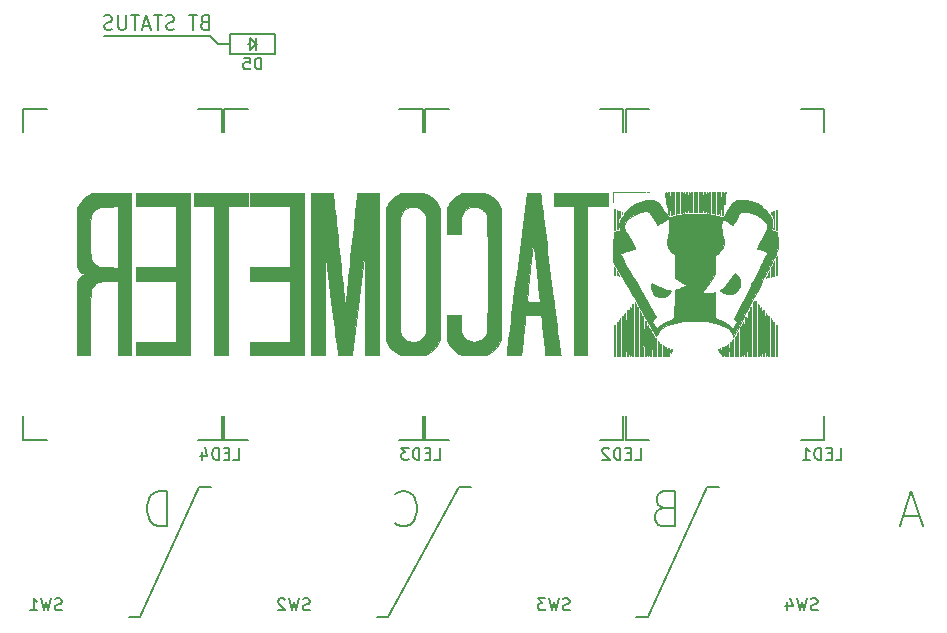
<source format=gbr>
G04 #@! TF.FileFunction,Legend,Bot*
%FSLAX46Y46*%
G04 Gerber Fmt 4.6, Leading zero omitted, Abs format (unit mm)*
G04 Created by KiCad (PCBNEW (2015-08-16 BZR 6096, Git c63f6aa)-product) date Sun 16 Aug 2015 06:36:37 PM PDT*
%MOMM*%
G01*
G04 APERTURE LIST*
%ADD10C,0.100000*%
%ADD11C,0.150000*%
%ADD12C,0.200000*%
%ADD13C,0.010000*%
G04 APERTURE END LIST*
D10*
D11*
X131900000Y-62800000D02*
X122900000Y-62800000D01*
X132600000Y-63500000D02*
X131900000Y-62800000D01*
X133600000Y-63500000D02*
X132600000Y-63500000D01*
D12*
X128285714Y-104357143D02*
X128285714Y-101357143D01*
X127571429Y-101357143D01*
X127142857Y-101500000D01*
X126857143Y-101785714D01*
X126714286Y-102071429D01*
X126571429Y-102642857D01*
X126571429Y-103071429D01*
X126714286Y-103642857D01*
X126857143Y-103928571D01*
X127142857Y-104214286D01*
X127571429Y-104357143D01*
X128285714Y-104357143D01*
X147571429Y-104071429D02*
X147714286Y-104214286D01*
X148142857Y-104357143D01*
X148428571Y-104357143D01*
X148857143Y-104214286D01*
X149142857Y-103928571D01*
X149285714Y-103642857D01*
X149428571Y-103071429D01*
X149428571Y-102642857D01*
X149285714Y-102071429D01*
X149142857Y-101785714D01*
X148857143Y-101500000D01*
X148428571Y-101357143D01*
X148142857Y-101357143D01*
X147714286Y-101500000D01*
X147571429Y-101642857D01*
X170285714Y-102785714D02*
X169857143Y-102928571D01*
X169714286Y-103071429D01*
X169571429Y-103357143D01*
X169571429Y-103785714D01*
X169714286Y-104071429D01*
X169857143Y-104214286D01*
X170142857Y-104357143D01*
X171285714Y-104357143D01*
X171285714Y-101357143D01*
X170285714Y-101357143D01*
X170000000Y-101500000D01*
X169857143Y-101642857D01*
X169714286Y-101928571D01*
X169714286Y-102214286D01*
X169857143Y-102500000D01*
X170000000Y-102642857D01*
X170285714Y-102785714D01*
X171285714Y-102785714D01*
X192000000Y-103500000D02*
X190571429Y-103500000D01*
X192285715Y-104357143D02*
X191285715Y-101357143D01*
X190285715Y-104357143D01*
X174000000Y-101000000D02*
X175000000Y-101000000D01*
X169000000Y-112000000D02*
X174000000Y-101000000D01*
X168000000Y-112000000D02*
X169000000Y-112000000D01*
X153000000Y-101000000D02*
X154000000Y-101000000D01*
X147000000Y-112000000D02*
X153000000Y-101000000D01*
X146000000Y-112000000D02*
X147000000Y-112000000D01*
X131000000Y-101000000D02*
X132000000Y-101000000D01*
X126000000Y-112000000D02*
X131000000Y-101000000D01*
X125000000Y-112000000D02*
X126000000Y-112000000D01*
D13*
G36*
X179814753Y-87298043D02*
X179807952Y-87319581D01*
X179802622Y-87360324D01*
X179798584Y-87424562D01*
X179795659Y-87516583D01*
X179793666Y-87640677D01*
X179792428Y-87801133D01*
X179791765Y-88002239D01*
X179791496Y-88248285D01*
X179791444Y-88543559D01*
X179791444Y-88605522D01*
X179791489Y-88910690D01*
X179791743Y-89165977D01*
X179792387Y-89375833D01*
X179793598Y-89544708D01*
X179795556Y-89677053D01*
X179798440Y-89777318D01*
X179802431Y-89849952D01*
X179807706Y-89899408D01*
X179814445Y-89930133D01*
X179822828Y-89946580D01*
X179833034Y-89953198D01*
X179845241Y-89954438D01*
X179845776Y-89954438D01*
X179858278Y-89953293D01*
X179868698Y-89946836D01*
X179877227Y-89930533D01*
X179884053Y-89899850D01*
X179889366Y-89850254D01*
X179893355Y-89777212D01*
X179896210Y-89676190D01*
X179898120Y-89542654D01*
X179899276Y-89372070D01*
X179899866Y-89159906D01*
X179900079Y-88901627D01*
X179900107Y-88654691D01*
X179900044Y-88355316D01*
X179899727Y-88105564D01*
X179898967Y-87900726D01*
X179897574Y-87736094D01*
X179895359Y-87606959D01*
X179892133Y-87508613D01*
X179887704Y-87436347D01*
X179881884Y-87385453D01*
X179874483Y-87351222D01*
X179865312Y-87328946D01*
X179854181Y-87313915D01*
X179845776Y-87305775D01*
X179833486Y-87295429D01*
X179823204Y-87291422D01*
X179814753Y-87298043D01*
X179814753Y-87298043D01*
G37*
X179814753Y-87298043D02*
X179807952Y-87319581D01*
X179802622Y-87360324D01*
X179798584Y-87424562D01*
X179795659Y-87516583D01*
X179793666Y-87640677D01*
X179792428Y-87801133D01*
X179791765Y-88002239D01*
X179791496Y-88248285D01*
X179791444Y-88543559D01*
X179791444Y-88605522D01*
X179791489Y-88910690D01*
X179791743Y-89165977D01*
X179792387Y-89375833D01*
X179793598Y-89544708D01*
X179795556Y-89677053D01*
X179798440Y-89777318D01*
X179802431Y-89849952D01*
X179807706Y-89899408D01*
X179814445Y-89930133D01*
X179822828Y-89946580D01*
X179833034Y-89953198D01*
X179845241Y-89954438D01*
X179845776Y-89954438D01*
X179858278Y-89953293D01*
X179868698Y-89946836D01*
X179877227Y-89930533D01*
X179884053Y-89899850D01*
X179889366Y-89850254D01*
X179893355Y-89777212D01*
X179896210Y-89676190D01*
X179898120Y-89542654D01*
X179899276Y-89372070D01*
X179899866Y-89159906D01*
X179900079Y-88901627D01*
X179900107Y-88654691D01*
X179900044Y-88355316D01*
X179899727Y-88105564D01*
X179898967Y-87900726D01*
X179897574Y-87736094D01*
X179895359Y-87606959D01*
X179892133Y-87508613D01*
X179887704Y-87436347D01*
X179881884Y-87385453D01*
X179874483Y-87351222D01*
X179865312Y-87328946D01*
X179854181Y-87313915D01*
X179845776Y-87305775D01*
X179833486Y-87295429D01*
X179823204Y-87291422D01*
X179814753Y-87298043D01*
G36*
X179598408Y-87053563D02*
X179591672Y-87073974D01*
X179586313Y-87112745D01*
X179582174Y-87173994D01*
X179579096Y-87261842D01*
X179576923Y-87380409D01*
X179575497Y-87533814D01*
X179574661Y-87726177D01*
X179574258Y-87961618D01*
X179574129Y-88244257D01*
X179574118Y-88483276D01*
X179574157Y-88803107D01*
X179574378Y-89072868D01*
X179574940Y-89296821D01*
X179575999Y-89479227D01*
X179577713Y-89624347D01*
X179580240Y-89736444D01*
X179583735Y-89819779D01*
X179588358Y-89878613D01*
X179594266Y-89917208D01*
X179601615Y-89939826D01*
X179610563Y-89950728D01*
X179621268Y-89954175D01*
X179628449Y-89954438D01*
X179640447Y-89953361D01*
X179650534Y-89947239D01*
X179658877Y-89931738D01*
X179665641Y-89902523D01*
X179670991Y-89855260D01*
X179675093Y-89785614D01*
X179678114Y-89689251D01*
X179680217Y-89561835D01*
X179681570Y-89399034D01*
X179682337Y-89196512D01*
X179682684Y-88949934D01*
X179682778Y-88654966D01*
X179682781Y-88532445D01*
X179682727Y-88218184D01*
X179682454Y-87953766D01*
X179681797Y-87734706D01*
X179680589Y-87556516D01*
X179678666Y-87414708D01*
X179675862Y-87304796D01*
X179672009Y-87222293D01*
X179666944Y-87162710D01*
X179660501Y-87121562D01*
X179652513Y-87094361D01*
X179642814Y-87076619D01*
X179631240Y-87063849D01*
X179628449Y-87061283D01*
X179616639Y-87051337D01*
X179606677Y-87047390D01*
X179598408Y-87053563D01*
X179598408Y-87053563D01*
G37*
X179598408Y-87053563D02*
X179591672Y-87073974D01*
X179586313Y-87112745D01*
X179582174Y-87173994D01*
X179579096Y-87261842D01*
X179576923Y-87380409D01*
X179575497Y-87533814D01*
X179574661Y-87726177D01*
X179574258Y-87961618D01*
X179574129Y-88244257D01*
X179574118Y-88483276D01*
X179574157Y-88803107D01*
X179574378Y-89072868D01*
X179574940Y-89296821D01*
X179575999Y-89479227D01*
X179577713Y-89624347D01*
X179580240Y-89736444D01*
X179583735Y-89819779D01*
X179588358Y-89878613D01*
X179594266Y-89917208D01*
X179601615Y-89939826D01*
X179610563Y-89950728D01*
X179621268Y-89954175D01*
X179628449Y-89954438D01*
X179640447Y-89953361D01*
X179650534Y-89947239D01*
X179658877Y-89931738D01*
X179665641Y-89902523D01*
X179670991Y-89855260D01*
X179675093Y-89785614D01*
X179678114Y-89689251D01*
X179680217Y-89561835D01*
X179681570Y-89399034D01*
X179682337Y-89196512D01*
X179682684Y-88949934D01*
X179682778Y-88654966D01*
X179682781Y-88532445D01*
X179682727Y-88218184D01*
X179682454Y-87953766D01*
X179681797Y-87734706D01*
X179680589Y-87556516D01*
X179678666Y-87414708D01*
X179675862Y-87304796D01*
X179672009Y-87222293D01*
X179666944Y-87162710D01*
X179660501Y-87121562D01*
X179652513Y-87094361D01*
X179642814Y-87076619D01*
X179631240Y-87063849D01*
X179628449Y-87061283D01*
X179616639Y-87051337D01*
X179606677Y-87047390D01*
X179598408Y-87053563D01*
G36*
X179356792Y-88347994D02*
X179356825Y-88683361D01*
X179357018Y-88968476D01*
X179357508Y-89207415D01*
X179358433Y-89404258D01*
X179359930Y-89563082D01*
X179362139Y-89687967D01*
X179365196Y-89782991D01*
X179369240Y-89852231D01*
X179374409Y-89899766D01*
X179380840Y-89929675D01*
X179388672Y-89946036D01*
X179398042Y-89952927D01*
X179409089Y-89954426D01*
X179411123Y-89954438D01*
X179422698Y-89953416D01*
X179432500Y-89947569D01*
X179440676Y-89932729D01*
X179447375Y-89904726D01*
X179452742Y-89859393D01*
X179456927Y-89792560D01*
X179460075Y-89700058D01*
X179462334Y-89577719D01*
X179463852Y-89421373D01*
X179464775Y-89226852D01*
X179465252Y-88989987D01*
X179465429Y-88706608D01*
X179465455Y-88417065D01*
X179465403Y-88089180D01*
X179465149Y-87811265D01*
X179464547Y-87578962D01*
X179463447Y-87387909D01*
X179461703Y-87233747D01*
X179459168Y-87112115D01*
X179455693Y-87018652D01*
X179451132Y-86948999D01*
X179445336Y-86898795D01*
X179438159Y-86863680D01*
X179429453Y-86839294D01*
X179419070Y-86821276D01*
X179411123Y-86810621D01*
X179356792Y-86741550D01*
X179356792Y-88347994D01*
X179356792Y-88347994D01*
G37*
X179356792Y-88347994D02*
X179356825Y-88683361D01*
X179357018Y-88968476D01*
X179357508Y-89207415D01*
X179358433Y-89404258D01*
X179359930Y-89563082D01*
X179362139Y-89687967D01*
X179365196Y-89782991D01*
X179369240Y-89852231D01*
X179374409Y-89899766D01*
X179380840Y-89929675D01*
X179388672Y-89946036D01*
X179398042Y-89952927D01*
X179409089Y-89954426D01*
X179411123Y-89954438D01*
X179422698Y-89953416D01*
X179432500Y-89947569D01*
X179440676Y-89932729D01*
X179447375Y-89904726D01*
X179452742Y-89859393D01*
X179456927Y-89792560D01*
X179460075Y-89700058D01*
X179462334Y-89577719D01*
X179463852Y-89421373D01*
X179464775Y-89226852D01*
X179465252Y-88989987D01*
X179465429Y-88706608D01*
X179465455Y-88417065D01*
X179465403Y-88089180D01*
X179465149Y-87811265D01*
X179464547Y-87578962D01*
X179463447Y-87387909D01*
X179461703Y-87233747D01*
X179459168Y-87112115D01*
X179455693Y-87018652D01*
X179451132Y-86948999D01*
X179445336Y-86898795D01*
X179438159Y-86863680D01*
X179429453Y-86839294D01*
X179419070Y-86821276D01*
X179411123Y-86810621D01*
X179356792Y-86741550D01*
X179356792Y-88347994D01*
G36*
X179166177Y-86542233D02*
X179159734Y-86559117D01*
X179154471Y-86593480D01*
X179150264Y-86649094D01*
X179146992Y-86729734D01*
X179144533Y-86839173D01*
X179142766Y-86981185D01*
X179141569Y-87159542D01*
X179140819Y-87378019D01*
X179140395Y-87640389D01*
X179140176Y-87950425D01*
X179140070Y-88222620D01*
X179139977Y-88571814D01*
X179140044Y-88870604D01*
X179140391Y-89122918D01*
X179141141Y-89332686D01*
X179142415Y-89503834D01*
X179144335Y-89640290D01*
X179147024Y-89745984D01*
X179150603Y-89824843D01*
X179155193Y-89880794D01*
X179160917Y-89917767D01*
X179167897Y-89939689D01*
X179176254Y-89950488D01*
X179186111Y-89954093D01*
X179193797Y-89954438D01*
X179204956Y-89953472D01*
X179214471Y-89947900D01*
X179222470Y-89933716D01*
X179229083Y-89906912D01*
X179234439Y-89863481D01*
X179238668Y-89799415D01*
X179241899Y-89710707D01*
X179244261Y-89593351D01*
X179245884Y-89443337D01*
X179246898Y-89256660D01*
X179247431Y-89029311D01*
X179247614Y-88757283D01*
X179247574Y-88436569D01*
X179247525Y-88290535D01*
X179247349Y-87948287D01*
X179247002Y-87656199D01*
X179246356Y-87410095D01*
X179245280Y-87205804D01*
X179243646Y-87039151D01*
X179241323Y-86905964D01*
X179238182Y-86802070D01*
X179234095Y-86723296D01*
X179228930Y-86665468D01*
X179222559Y-86624413D01*
X179214853Y-86595958D01*
X179205682Y-86575930D01*
X179194916Y-86560156D01*
X179193797Y-86558716D01*
X179183087Y-86545806D01*
X179173921Y-86539054D01*
X179166177Y-86542233D01*
X179166177Y-86542233D01*
G37*
X179166177Y-86542233D02*
X179159734Y-86559117D01*
X179154471Y-86593480D01*
X179150264Y-86649094D01*
X179146992Y-86729734D01*
X179144533Y-86839173D01*
X179142766Y-86981185D01*
X179141569Y-87159542D01*
X179140819Y-87378019D01*
X179140395Y-87640389D01*
X179140176Y-87950425D01*
X179140070Y-88222620D01*
X179139977Y-88571814D01*
X179140044Y-88870604D01*
X179140391Y-89122918D01*
X179141141Y-89332686D01*
X179142415Y-89503834D01*
X179144335Y-89640290D01*
X179147024Y-89745984D01*
X179150603Y-89824843D01*
X179155193Y-89880794D01*
X179160917Y-89917767D01*
X179167897Y-89939689D01*
X179176254Y-89950488D01*
X179186111Y-89954093D01*
X179193797Y-89954438D01*
X179204956Y-89953472D01*
X179214471Y-89947900D01*
X179222470Y-89933716D01*
X179229083Y-89906912D01*
X179234439Y-89863481D01*
X179238668Y-89799415D01*
X179241899Y-89710707D01*
X179244261Y-89593351D01*
X179245884Y-89443337D01*
X179246898Y-89256660D01*
X179247431Y-89029311D01*
X179247614Y-88757283D01*
X179247574Y-88436569D01*
X179247525Y-88290535D01*
X179247349Y-87948287D01*
X179247002Y-87656199D01*
X179246356Y-87410095D01*
X179245280Y-87205804D01*
X179243646Y-87039151D01*
X179241323Y-86905964D01*
X179238182Y-86802070D01*
X179234095Y-86723296D01*
X179228930Y-86665468D01*
X179222559Y-86624413D01*
X179214853Y-86595958D01*
X179205682Y-86575930D01*
X179194916Y-86560156D01*
X179193797Y-86558716D01*
X179183087Y-86545806D01*
X179173921Y-86539054D01*
X179166177Y-86542233D01*
G36*
X178948947Y-86293058D02*
X178942441Y-86310777D01*
X178937083Y-86344784D01*
X178932762Y-86398778D01*
X178929366Y-86476456D01*
X178926784Y-86581518D01*
X178924905Y-86717662D01*
X178923616Y-86888587D01*
X178922807Y-87097991D01*
X178922365Y-87349574D01*
X178922180Y-87647032D01*
X178922140Y-87994066D01*
X178922139Y-88102955D01*
X178922166Y-88464888D01*
X178922320Y-88776289D01*
X178922713Y-89040956D01*
X178923456Y-89262689D01*
X178924661Y-89445287D01*
X178926439Y-89592549D01*
X178928902Y-89708273D01*
X178932162Y-89796260D01*
X178936329Y-89860307D01*
X178941515Y-89904215D01*
X178947832Y-89931782D01*
X178955392Y-89946807D01*
X178964305Y-89953090D01*
X178974683Y-89954429D01*
X178976471Y-89954438D01*
X178987225Y-89953518D01*
X178996458Y-89948190D01*
X179004285Y-89934604D01*
X179010822Y-89908909D01*
X179016186Y-89867255D01*
X179020492Y-89805791D01*
X179023857Y-89720667D01*
X179026396Y-89608032D01*
X179028227Y-89464036D01*
X179029464Y-89284828D01*
X179030224Y-89066557D01*
X179030623Y-88805374D01*
X179030777Y-88497428D01*
X179030802Y-88152125D01*
X179030767Y-87795200D01*
X179030582Y-87488649D01*
X179030133Y-87228516D01*
X179029303Y-87010843D01*
X179027975Y-86831673D01*
X179026035Y-86687050D01*
X179023365Y-86573015D01*
X179019850Y-86485612D01*
X179015373Y-86420885D01*
X179009818Y-86374875D01*
X179003070Y-86343625D01*
X178995011Y-86323180D01*
X178985527Y-86309580D01*
X178976471Y-86300641D01*
X178965851Y-86291689D01*
X178956713Y-86287928D01*
X178948947Y-86293058D01*
X178948947Y-86293058D01*
G37*
X178948947Y-86293058D02*
X178942441Y-86310777D01*
X178937083Y-86344784D01*
X178932762Y-86398778D01*
X178929366Y-86476456D01*
X178926784Y-86581518D01*
X178924905Y-86717662D01*
X178923616Y-86888587D01*
X178922807Y-87097991D01*
X178922365Y-87349574D01*
X178922180Y-87647032D01*
X178922140Y-87994066D01*
X178922139Y-88102955D01*
X178922166Y-88464888D01*
X178922320Y-88776289D01*
X178922713Y-89040956D01*
X178923456Y-89262689D01*
X178924661Y-89445287D01*
X178926439Y-89592549D01*
X178928902Y-89708273D01*
X178932162Y-89796260D01*
X178936329Y-89860307D01*
X178941515Y-89904215D01*
X178947832Y-89931782D01*
X178955392Y-89946807D01*
X178964305Y-89953090D01*
X178974683Y-89954429D01*
X178976471Y-89954438D01*
X178987225Y-89953518D01*
X178996458Y-89948190D01*
X179004285Y-89934604D01*
X179010822Y-89908909D01*
X179016186Y-89867255D01*
X179020492Y-89805791D01*
X179023857Y-89720667D01*
X179026396Y-89608032D01*
X179028227Y-89464036D01*
X179029464Y-89284828D01*
X179030224Y-89066557D01*
X179030623Y-88805374D01*
X179030777Y-88497428D01*
X179030802Y-88152125D01*
X179030767Y-87795200D01*
X179030582Y-87488649D01*
X179030133Y-87228516D01*
X179029303Y-87010843D01*
X179027975Y-86831673D01*
X179026035Y-86687050D01*
X179023365Y-86573015D01*
X179019850Y-86485612D01*
X179015373Y-86420885D01*
X179009818Y-86374875D01*
X179003070Y-86343625D01*
X178995011Y-86323180D01*
X178985527Y-86309580D01*
X178976471Y-86300641D01*
X178965851Y-86291689D01*
X178956713Y-86287928D01*
X178948947Y-86293058D01*
G36*
X178732298Y-86048627D02*
X178725868Y-86065667D01*
X178720528Y-86098461D01*
X178716177Y-86150597D01*
X178712714Y-86225664D01*
X178710037Y-86327250D01*
X178708046Y-86458944D01*
X178706638Y-86624332D01*
X178705713Y-86827005D01*
X178705169Y-87070550D01*
X178704906Y-87358555D01*
X178704821Y-87694609D01*
X178704813Y-87980709D01*
X178704837Y-88355240D01*
X178704976Y-88679118D01*
X178705332Y-88956024D01*
X178706005Y-89189637D01*
X178707098Y-89383638D01*
X178708711Y-89541704D01*
X178710946Y-89667517D01*
X178713904Y-89764756D01*
X178717686Y-89837100D01*
X178722394Y-89888229D01*
X178728128Y-89921822D01*
X178734991Y-89941560D01*
X178743083Y-89951122D01*
X178752506Y-89954187D01*
X178759145Y-89954438D01*
X178769576Y-89953557D01*
X178778579Y-89948428D01*
X178786259Y-89935325D01*
X178792720Y-89910523D01*
X178798068Y-89870294D01*
X178802409Y-89810912D01*
X178805846Y-89728652D01*
X178808487Y-89619787D01*
X178810435Y-89480590D01*
X178811796Y-89307335D01*
X178812675Y-89096297D01*
X178813177Y-88843748D01*
X178813408Y-88545962D01*
X178813473Y-88199214D01*
X178813476Y-88029879D01*
X178813444Y-87660209D01*
X178813279Y-87341048D01*
X178812874Y-87068572D01*
X178812125Y-86838960D01*
X178810927Y-86648389D01*
X178809174Y-86493035D01*
X178806761Y-86369076D01*
X178803583Y-86272689D01*
X178799535Y-86200051D01*
X178794511Y-86147339D01*
X178788406Y-86110732D01*
X178781115Y-86086405D01*
X178772533Y-86070536D01*
X178762554Y-86059303D01*
X178759145Y-86056150D01*
X178748835Y-86047457D01*
X178739920Y-86043753D01*
X178732298Y-86048627D01*
X178732298Y-86048627D01*
G37*
X178732298Y-86048627D02*
X178725868Y-86065667D01*
X178720528Y-86098461D01*
X178716177Y-86150597D01*
X178712714Y-86225664D01*
X178710037Y-86327250D01*
X178708046Y-86458944D01*
X178706638Y-86624332D01*
X178705713Y-86827005D01*
X178705169Y-87070550D01*
X178704906Y-87358555D01*
X178704821Y-87694609D01*
X178704813Y-87980709D01*
X178704837Y-88355240D01*
X178704976Y-88679118D01*
X178705332Y-88956024D01*
X178706005Y-89189637D01*
X178707098Y-89383638D01*
X178708711Y-89541704D01*
X178710946Y-89667517D01*
X178713904Y-89764756D01*
X178717686Y-89837100D01*
X178722394Y-89888229D01*
X178728128Y-89921822D01*
X178734991Y-89941560D01*
X178743083Y-89951122D01*
X178752506Y-89954187D01*
X178759145Y-89954438D01*
X178769576Y-89953557D01*
X178778579Y-89948428D01*
X178786259Y-89935325D01*
X178792720Y-89910523D01*
X178798068Y-89870294D01*
X178802409Y-89810912D01*
X178805846Y-89728652D01*
X178808487Y-89619787D01*
X178810435Y-89480590D01*
X178811796Y-89307335D01*
X178812675Y-89096297D01*
X178813177Y-88843748D01*
X178813408Y-88545962D01*
X178813473Y-88199214D01*
X178813476Y-88029879D01*
X178813444Y-87660209D01*
X178813279Y-87341048D01*
X178812874Y-87068572D01*
X178812125Y-86838960D01*
X178810927Y-86648389D01*
X178809174Y-86493035D01*
X178806761Y-86369076D01*
X178803583Y-86272689D01*
X178799535Y-86200051D01*
X178794511Y-86147339D01*
X178788406Y-86110732D01*
X178781115Y-86086405D01*
X178772533Y-86070536D01*
X178762554Y-86059303D01*
X178759145Y-86056150D01*
X178748835Y-86047457D01*
X178739920Y-86043753D01*
X178732298Y-86048627D01*
G36*
X178515599Y-85804200D02*
X178509244Y-85820627D01*
X178503927Y-85852322D01*
X178499556Y-85902773D01*
X178496037Y-85975466D01*
X178493279Y-86073890D01*
X178491189Y-86201531D01*
X178489674Y-86361877D01*
X178488641Y-86558415D01*
X178487999Y-86794632D01*
X178487654Y-87074016D01*
X178487514Y-87400054D01*
X178487487Y-87776233D01*
X178487487Y-87858463D01*
X178487508Y-88245208D01*
X178487635Y-88581191D01*
X178487959Y-88869985D01*
X178488573Y-89115159D01*
X178489570Y-89320285D01*
X178491042Y-89488933D01*
X178493082Y-89624674D01*
X178495782Y-89731078D01*
X178499234Y-89811717D01*
X178503533Y-89870161D01*
X178508769Y-89909981D01*
X178515036Y-89934748D01*
X178522426Y-89948032D01*
X178531031Y-89953405D01*
X178540945Y-89954436D01*
X178541818Y-89954438D01*
X178551955Y-89953591D01*
X178560746Y-89948642D01*
X178568286Y-89935976D01*
X178574671Y-89911981D01*
X178579998Y-89873042D01*
X178584363Y-89815548D01*
X178587860Y-89735884D01*
X178590587Y-89630437D01*
X178592639Y-89495594D01*
X178594112Y-89327741D01*
X178595102Y-89123265D01*
X178595705Y-88878553D01*
X178596017Y-88589991D01*
X178596133Y-88253966D01*
X178596150Y-87907633D01*
X178596121Y-87525613D01*
X178595972Y-87194224D01*
X178595605Y-86909764D01*
X178594925Y-86668531D01*
X178593837Y-86466825D01*
X178592243Y-86300944D01*
X178590049Y-86167187D01*
X178587157Y-86061853D01*
X178583473Y-85981240D01*
X178578901Y-85921647D01*
X178573344Y-85879373D01*
X178566706Y-85850717D01*
X178558892Y-85831977D01*
X178549805Y-85819452D01*
X178541818Y-85811658D01*
X178531794Y-85803203D01*
X178523085Y-85799555D01*
X178515599Y-85804200D01*
X178515599Y-85804200D01*
G37*
X178515599Y-85804200D02*
X178509244Y-85820627D01*
X178503927Y-85852322D01*
X178499556Y-85902773D01*
X178496037Y-85975466D01*
X178493279Y-86073890D01*
X178491189Y-86201531D01*
X178489674Y-86361877D01*
X178488641Y-86558415D01*
X178487999Y-86794632D01*
X178487654Y-87074016D01*
X178487514Y-87400054D01*
X178487487Y-87776233D01*
X178487487Y-87858463D01*
X178487508Y-88245208D01*
X178487635Y-88581191D01*
X178487959Y-88869985D01*
X178488573Y-89115159D01*
X178489570Y-89320285D01*
X178491042Y-89488933D01*
X178493082Y-89624674D01*
X178495782Y-89731078D01*
X178499234Y-89811717D01*
X178503533Y-89870161D01*
X178508769Y-89909981D01*
X178515036Y-89934748D01*
X178522426Y-89948032D01*
X178531031Y-89953405D01*
X178540945Y-89954436D01*
X178541818Y-89954438D01*
X178551955Y-89953591D01*
X178560746Y-89948642D01*
X178568286Y-89935976D01*
X178574671Y-89911981D01*
X178579998Y-89873042D01*
X178584363Y-89815548D01*
X178587860Y-89735884D01*
X178590587Y-89630437D01*
X178592639Y-89495594D01*
X178594112Y-89327741D01*
X178595102Y-89123265D01*
X178595705Y-88878553D01*
X178596017Y-88589991D01*
X178596133Y-88253966D01*
X178596150Y-87907633D01*
X178596121Y-87525613D01*
X178595972Y-87194224D01*
X178595605Y-86909764D01*
X178594925Y-86668531D01*
X178593837Y-86466825D01*
X178592243Y-86300944D01*
X178590049Y-86167187D01*
X178587157Y-86061853D01*
X178583473Y-85981240D01*
X178578901Y-85921647D01*
X178573344Y-85879373D01*
X178566706Y-85850717D01*
X178558892Y-85831977D01*
X178549805Y-85819452D01*
X178541818Y-85811658D01*
X178531794Y-85803203D01*
X178523085Y-85799555D01*
X178515599Y-85804200D01*
G36*
X178270161Y-87723181D02*
X178270180Y-88123035D01*
X178270295Y-88472019D01*
X178270589Y-88773592D01*
X178271147Y-89031217D01*
X178272053Y-89248353D01*
X178273391Y-89428462D01*
X178275246Y-89575005D01*
X178277701Y-89691442D01*
X178280842Y-89781235D01*
X178284752Y-89847843D01*
X178289515Y-89894729D01*
X178295217Y-89925353D01*
X178301941Y-89943175D01*
X178309771Y-89951657D01*
X178318792Y-89954259D01*
X178324492Y-89954438D01*
X178334373Y-89953621D01*
X178342977Y-89948825D01*
X178350392Y-89936535D01*
X178356707Y-89913235D01*
X178362010Y-89875410D01*
X178366389Y-89819543D01*
X178369934Y-89742119D01*
X178372731Y-89639623D01*
X178374870Y-89508539D01*
X178376439Y-89345350D01*
X178377526Y-89146542D01*
X178378220Y-88908599D01*
X178378608Y-88628005D01*
X178378780Y-88301244D01*
X178378823Y-87924801D01*
X178378824Y-87792253D01*
X178378796Y-87398825D01*
X178378652Y-87056100D01*
X178378304Y-86760446D01*
X178377665Y-86508235D01*
X178376645Y-86295837D01*
X178375156Y-86119621D01*
X178373109Y-85975959D01*
X178370417Y-85861221D01*
X178366991Y-85771776D01*
X178362742Y-85703995D01*
X178357583Y-85654249D01*
X178351424Y-85618907D01*
X178344177Y-85594341D01*
X178335755Y-85576919D01*
X178326068Y-85563013D01*
X178324492Y-85560995D01*
X178270161Y-85491924D01*
X178270161Y-87723181D01*
X178270161Y-87723181D01*
G37*
X178270161Y-87723181D02*
X178270180Y-88123035D01*
X178270295Y-88472019D01*
X178270589Y-88773592D01*
X178271147Y-89031217D01*
X178272053Y-89248353D01*
X178273391Y-89428462D01*
X178275246Y-89575005D01*
X178277701Y-89691442D01*
X178280842Y-89781235D01*
X178284752Y-89847843D01*
X178289515Y-89894729D01*
X178295217Y-89925353D01*
X178301941Y-89943175D01*
X178309771Y-89951657D01*
X178318792Y-89954259D01*
X178324492Y-89954438D01*
X178334373Y-89953621D01*
X178342977Y-89948825D01*
X178350392Y-89936535D01*
X178356707Y-89913235D01*
X178362010Y-89875410D01*
X178366389Y-89819543D01*
X178369934Y-89742119D01*
X178372731Y-89639623D01*
X178374870Y-89508539D01*
X178376439Y-89345350D01*
X178377526Y-89146542D01*
X178378220Y-88908599D01*
X178378608Y-88628005D01*
X178378780Y-88301244D01*
X178378823Y-87924801D01*
X178378824Y-87792253D01*
X178378796Y-87398825D01*
X178378652Y-87056100D01*
X178378304Y-86760446D01*
X178377665Y-86508235D01*
X178376645Y-86295837D01*
X178375156Y-86119621D01*
X178373109Y-85975959D01*
X178370417Y-85861221D01*
X178366991Y-85771776D01*
X178362742Y-85703995D01*
X178357583Y-85654249D01*
X178351424Y-85618907D01*
X178344177Y-85594341D01*
X178335755Y-85576919D01*
X178326068Y-85563013D01*
X178324492Y-85560995D01*
X178270161Y-85491924D01*
X178270161Y-87723181D01*
G36*
X178082696Y-85294303D02*
X178076630Y-85308359D01*
X178071481Y-85337358D01*
X178067173Y-85384569D01*
X178063629Y-85453263D01*
X178060772Y-85546709D01*
X178058526Y-85668177D01*
X178056813Y-85820937D01*
X178055557Y-86008260D01*
X178054681Y-86233414D01*
X178054109Y-86499670D01*
X178053763Y-86810298D01*
X178053567Y-87168568D01*
X178053444Y-87577749D01*
X178053439Y-87597807D01*
X178053351Y-88009461D01*
X178053363Y-88370151D01*
X178053553Y-88683244D01*
X178053997Y-88952109D01*
X178054771Y-89180113D01*
X178055953Y-89370622D01*
X178057619Y-89527006D01*
X178059846Y-89652631D01*
X178062711Y-89750866D01*
X178066291Y-89825077D01*
X178070662Y-89878632D01*
X178075900Y-89914899D01*
X178082084Y-89937246D01*
X178089290Y-89949040D01*
X178097594Y-89953648D01*
X178107073Y-89954438D01*
X178107166Y-89954438D01*
X178116787Y-89953653D01*
X178125199Y-89949018D01*
X178132481Y-89937117D01*
X178138714Y-89914533D01*
X178143978Y-89877849D01*
X178148353Y-89823646D01*
X178151919Y-89748509D01*
X178154757Y-89649020D01*
X178156947Y-89521761D01*
X178158569Y-89363316D01*
X178159703Y-89170268D01*
X178160430Y-88939199D01*
X178160830Y-88666692D01*
X178160982Y-88349330D01*
X178160968Y-87983696D01*
X178160893Y-87665722D01*
X178160756Y-87260090D01*
X178160518Y-86905270D01*
X178160100Y-86597744D01*
X178159421Y-86333991D01*
X178158401Y-86110492D01*
X178156960Y-85923728D01*
X178155018Y-85770180D01*
X178152494Y-85646329D01*
X178149308Y-85548654D01*
X178145380Y-85473637D01*
X178140629Y-85417759D01*
X178134976Y-85377499D01*
X178128340Y-85349340D01*
X178120641Y-85329761D01*
X178111799Y-85315243D01*
X178107166Y-85309091D01*
X178097887Y-85297938D01*
X178089756Y-85291919D01*
X178082696Y-85294303D01*
X178082696Y-85294303D01*
G37*
X178082696Y-85294303D02*
X178076630Y-85308359D01*
X178071481Y-85337358D01*
X178067173Y-85384569D01*
X178063629Y-85453263D01*
X178060772Y-85546709D01*
X178058526Y-85668177D01*
X178056813Y-85820937D01*
X178055557Y-86008260D01*
X178054681Y-86233414D01*
X178054109Y-86499670D01*
X178053763Y-86810298D01*
X178053567Y-87168568D01*
X178053444Y-87577749D01*
X178053439Y-87597807D01*
X178053351Y-88009461D01*
X178053363Y-88370151D01*
X178053553Y-88683244D01*
X178053997Y-88952109D01*
X178054771Y-89180113D01*
X178055953Y-89370622D01*
X178057619Y-89527006D01*
X178059846Y-89652631D01*
X178062711Y-89750866D01*
X178066291Y-89825077D01*
X178070662Y-89878632D01*
X178075900Y-89914899D01*
X178082084Y-89937246D01*
X178089290Y-89949040D01*
X178097594Y-89953648D01*
X178107073Y-89954438D01*
X178107166Y-89954438D01*
X178116787Y-89953653D01*
X178125199Y-89949018D01*
X178132481Y-89937117D01*
X178138714Y-89914533D01*
X178143978Y-89877849D01*
X178148353Y-89823646D01*
X178151919Y-89748509D01*
X178154757Y-89649020D01*
X178156947Y-89521761D01*
X178158569Y-89363316D01*
X178159703Y-89170268D01*
X178160430Y-88939199D01*
X178160830Y-88666692D01*
X178160982Y-88349330D01*
X178160968Y-87983696D01*
X178160893Y-87665722D01*
X178160756Y-87260090D01*
X178160518Y-86905270D01*
X178160100Y-86597744D01*
X178159421Y-86333991D01*
X178158401Y-86110492D01*
X178156960Y-85923728D01*
X178155018Y-85770180D01*
X178152494Y-85646329D01*
X178149308Y-85548654D01*
X178145380Y-85473637D01*
X178140629Y-85417759D01*
X178134976Y-85377499D01*
X178128340Y-85349340D01*
X178120641Y-85329761D01*
X178111799Y-85315243D01*
X178107166Y-85309091D01*
X178097887Y-85297938D01*
X178089756Y-85291919D01*
X178082696Y-85294303D01*
G36*
X177889840Y-85349839D02*
X177880222Y-85365572D01*
X177871819Y-85384182D01*
X177864550Y-85409234D01*
X177858331Y-85444290D01*
X177853080Y-85492915D01*
X177848715Y-85558672D01*
X177845154Y-85645124D01*
X177842314Y-85755834D01*
X177840112Y-85894366D01*
X177838467Y-86064285D01*
X177837296Y-86269152D01*
X177836517Y-86512531D01*
X177836047Y-86797987D01*
X177835804Y-87129082D01*
X177835706Y-87509380D01*
X177835687Y-87692887D01*
X177835674Y-88095622D01*
X177835759Y-88447463D01*
X177836023Y-88751848D01*
X177836548Y-89012214D01*
X177837418Y-89231998D01*
X177838715Y-89414640D01*
X177840520Y-89563575D01*
X177842916Y-89682242D01*
X177845985Y-89774079D01*
X177849811Y-89842522D01*
X177854474Y-89891010D01*
X177860058Y-89922980D01*
X177866644Y-89941870D01*
X177874315Y-89951117D01*
X177883154Y-89954160D01*
X177889840Y-89954438D01*
X177899356Y-89953663D01*
X177907690Y-89949085D01*
X177914921Y-89937327D01*
X177921126Y-89915013D01*
X177926383Y-89878763D01*
X177930771Y-89825203D01*
X177934367Y-89750953D01*
X177937250Y-89652636D01*
X177939497Y-89526877D01*
X177941186Y-89370296D01*
X177942397Y-89179516D01*
X177943206Y-88951161D01*
X177943692Y-88681854D01*
X177943933Y-88368215D01*
X177944006Y-88006870D01*
X177943992Y-87611390D01*
X177943813Y-85268342D01*
X177889840Y-85349839D01*
X177889840Y-85349839D01*
G37*
X177889840Y-85349839D02*
X177880222Y-85365572D01*
X177871819Y-85384182D01*
X177864550Y-85409234D01*
X177858331Y-85444290D01*
X177853080Y-85492915D01*
X177848715Y-85558672D01*
X177845154Y-85645124D01*
X177842314Y-85755834D01*
X177840112Y-85894366D01*
X177838467Y-86064285D01*
X177837296Y-86269152D01*
X177836517Y-86512531D01*
X177836047Y-86797987D01*
X177835804Y-87129082D01*
X177835706Y-87509380D01*
X177835687Y-87692887D01*
X177835674Y-88095622D01*
X177835759Y-88447463D01*
X177836023Y-88751848D01*
X177836548Y-89012214D01*
X177837418Y-89231998D01*
X177838715Y-89414640D01*
X177840520Y-89563575D01*
X177842916Y-89682242D01*
X177845985Y-89774079D01*
X177849811Y-89842522D01*
X177854474Y-89891010D01*
X177860058Y-89922980D01*
X177866644Y-89941870D01*
X177874315Y-89951117D01*
X177883154Y-89954160D01*
X177889840Y-89954438D01*
X177899356Y-89953663D01*
X177907690Y-89949085D01*
X177914921Y-89937327D01*
X177921126Y-89915013D01*
X177926383Y-89878763D01*
X177930771Y-89825203D01*
X177934367Y-89750953D01*
X177937250Y-89652636D01*
X177939497Y-89526877D01*
X177941186Y-89370296D01*
X177942397Y-89179516D01*
X177943206Y-88951161D01*
X177943692Y-88681854D01*
X177943933Y-88368215D01*
X177944006Y-88006870D01*
X177943992Y-87611390D01*
X177943813Y-85268342D01*
X177889840Y-85349839D01*
G36*
X177684278Y-85750919D02*
X177675093Y-85766222D01*
X177672514Y-85770909D01*
X177662777Y-85790484D01*
X177654332Y-85813692D01*
X177647083Y-85844318D01*
X177640937Y-85886148D01*
X177635799Y-85942966D01*
X177631576Y-86018558D01*
X177628173Y-86116710D01*
X177625496Y-86241206D01*
X177623451Y-86395831D01*
X177621944Y-86584372D01*
X177620881Y-86810613D01*
X177620168Y-87078339D01*
X177619710Y-87391337D01*
X177619414Y-87753390D01*
X177619321Y-87910214D01*
X177619131Y-88291831D01*
X177619077Y-88622733D01*
X177619256Y-88906535D01*
X177619759Y-89146852D01*
X177620682Y-89347300D01*
X177622118Y-89511494D01*
X177624161Y-89643052D01*
X177626907Y-89745587D01*
X177630447Y-89822716D01*
X177634878Y-89878055D01*
X177640293Y-89915218D01*
X177646785Y-89937823D01*
X177654449Y-89949483D01*
X177663380Y-89953816D01*
X177672514Y-89954438D01*
X177682443Y-89953620D01*
X177691080Y-89948810D01*
X177698513Y-89936473D01*
X177704829Y-89913074D01*
X177710117Y-89875080D01*
X177714464Y-89818956D01*
X177717959Y-89741168D01*
X177720688Y-89638180D01*
X177722741Y-89506459D01*
X177724204Y-89342471D01*
X177725166Y-89142680D01*
X177725715Y-88903552D01*
X177725938Y-88621553D01*
X177725923Y-88293149D01*
X177725759Y-87914805D01*
X177725706Y-87815133D01*
X177725479Y-87424245D01*
X177725183Y-87084313D01*
X177724730Y-86791961D01*
X177724032Y-86543813D01*
X177723002Y-86336494D01*
X177721552Y-86166628D01*
X177719593Y-86030839D01*
X177717039Y-85925752D01*
X177713801Y-85847990D01*
X177709791Y-85794179D01*
X177704921Y-85760941D01*
X177699105Y-85744903D01*
X177692253Y-85742687D01*
X177684278Y-85750919D01*
X177684278Y-85750919D01*
G37*
X177684278Y-85750919D02*
X177675093Y-85766222D01*
X177672514Y-85770909D01*
X177662777Y-85790484D01*
X177654332Y-85813692D01*
X177647083Y-85844318D01*
X177640937Y-85886148D01*
X177635799Y-85942966D01*
X177631576Y-86018558D01*
X177628173Y-86116710D01*
X177625496Y-86241206D01*
X177623451Y-86395831D01*
X177621944Y-86584372D01*
X177620881Y-86810613D01*
X177620168Y-87078339D01*
X177619710Y-87391337D01*
X177619414Y-87753390D01*
X177619321Y-87910214D01*
X177619131Y-88291831D01*
X177619077Y-88622733D01*
X177619256Y-88906535D01*
X177619759Y-89146852D01*
X177620682Y-89347300D01*
X177622118Y-89511494D01*
X177624161Y-89643052D01*
X177626907Y-89745587D01*
X177630447Y-89822716D01*
X177634878Y-89878055D01*
X177640293Y-89915218D01*
X177646785Y-89937823D01*
X177654449Y-89949483D01*
X177663380Y-89953816D01*
X177672514Y-89954438D01*
X177682443Y-89953620D01*
X177691080Y-89948810D01*
X177698513Y-89936473D01*
X177704829Y-89913074D01*
X177710117Y-89875080D01*
X177714464Y-89818956D01*
X177717959Y-89741168D01*
X177720688Y-89638180D01*
X177722741Y-89506459D01*
X177724204Y-89342471D01*
X177725166Y-89142680D01*
X177725715Y-88903552D01*
X177725938Y-88621553D01*
X177725923Y-88293149D01*
X177725759Y-87914805D01*
X177725706Y-87815133D01*
X177725479Y-87424245D01*
X177725183Y-87084313D01*
X177724730Y-86791961D01*
X177724032Y-86543813D01*
X177723002Y-86336494D01*
X177721552Y-86166628D01*
X177719593Y-86030839D01*
X177717039Y-85925752D01*
X177713801Y-85847990D01*
X177709791Y-85794179D01*
X177704921Y-85760941D01*
X177699105Y-85744903D01*
X177692253Y-85742687D01*
X177684278Y-85750919D01*
G36*
X177455086Y-86199426D02*
X177444425Y-86218317D01*
X177435260Y-86240109D01*
X177427480Y-86268812D01*
X177420969Y-86308433D01*
X177415616Y-86362980D01*
X177411307Y-86436459D01*
X177407929Y-86532878D01*
X177405369Y-86656246D01*
X177403514Y-86810569D01*
X177402251Y-86999855D01*
X177401467Y-87228111D01*
X177401048Y-87499346D01*
X177400882Y-87817567D01*
X177400856Y-88121405D01*
X177400883Y-88481401D01*
X177401039Y-88790884D01*
X177401438Y-89053672D01*
X177402193Y-89273583D01*
X177403416Y-89454434D01*
X177405222Y-89600045D01*
X177407723Y-89714233D01*
X177411032Y-89800816D01*
X177415263Y-89863613D01*
X177420529Y-89906442D01*
X177426943Y-89933120D01*
X177434618Y-89947467D01*
X177443667Y-89953299D01*
X177454203Y-89954436D01*
X177455187Y-89954438D01*
X177465625Y-89953556D01*
X177474633Y-89948425D01*
X177482315Y-89935315D01*
X177488776Y-89910498D01*
X177494123Y-89870245D01*
X177498459Y-89810827D01*
X177501891Y-89728516D01*
X177504524Y-89619582D01*
X177506462Y-89480297D01*
X177507812Y-89306932D01*
X177508677Y-89095759D01*
X177509164Y-88843047D01*
X177509378Y-88545070D01*
X177509423Y-88198097D01*
X177509417Y-88032460D01*
X177509316Y-86110481D01*
X177455086Y-86199426D01*
X177455086Y-86199426D01*
G37*
X177455086Y-86199426D02*
X177444425Y-86218317D01*
X177435260Y-86240109D01*
X177427480Y-86268812D01*
X177420969Y-86308433D01*
X177415616Y-86362980D01*
X177411307Y-86436459D01*
X177407929Y-86532878D01*
X177405369Y-86656246D01*
X177403514Y-86810569D01*
X177402251Y-86999855D01*
X177401467Y-87228111D01*
X177401048Y-87499346D01*
X177400882Y-87817567D01*
X177400856Y-88121405D01*
X177400883Y-88481401D01*
X177401039Y-88790884D01*
X177401438Y-89053672D01*
X177402193Y-89273583D01*
X177403416Y-89454434D01*
X177405222Y-89600045D01*
X177407723Y-89714233D01*
X177411032Y-89800816D01*
X177415263Y-89863613D01*
X177420529Y-89906442D01*
X177426943Y-89933120D01*
X177434618Y-89947467D01*
X177443667Y-89953299D01*
X177454203Y-89954436D01*
X177455187Y-89954438D01*
X177465625Y-89953556D01*
X177474633Y-89948425D01*
X177482315Y-89935315D01*
X177488776Y-89910498D01*
X177494123Y-89870245D01*
X177498459Y-89810827D01*
X177501891Y-89728516D01*
X177504524Y-89619582D01*
X177506462Y-89480297D01*
X177507812Y-89306932D01*
X177508677Y-89095759D01*
X177509164Y-88843047D01*
X177509378Y-88545070D01*
X177509423Y-88198097D01*
X177509417Y-88032460D01*
X177509316Y-86110481D01*
X177455086Y-86199426D01*
G36*
X177254841Y-86585709D02*
X177245385Y-86599606D01*
X177237861Y-86613048D01*
X177227016Y-86634940D01*
X177217784Y-86660756D01*
X177210031Y-86694794D01*
X177203624Y-86741353D01*
X177198431Y-86804732D01*
X177194318Y-86889228D01*
X177191153Y-86999142D01*
X177188801Y-87138772D01*
X177187131Y-87312416D01*
X177186009Y-87524372D01*
X177185302Y-87778941D01*
X177184876Y-88080419D01*
X177184668Y-88331283D01*
X177184465Y-88668523D01*
X177184452Y-88955488D01*
X177184764Y-89196237D01*
X177185533Y-89394826D01*
X177186893Y-89555313D01*
X177188976Y-89681755D01*
X177191915Y-89778209D01*
X177195843Y-89848734D01*
X177200893Y-89897385D01*
X177207199Y-89928222D01*
X177214892Y-89945300D01*
X177224107Y-89952677D01*
X177234975Y-89954411D01*
X177237861Y-89954438D01*
X177248856Y-89953495D01*
X177258254Y-89948035D01*
X177266178Y-89934116D01*
X177272750Y-89907794D01*
X177278091Y-89865125D01*
X177282325Y-89802165D01*
X177285573Y-89714972D01*
X177287958Y-89599601D01*
X177289600Y-89452110D01*
X177290623Y-89268553D01*
X177291148Y-89044989D01*
X177291298Y-88777473D01*
X177291195Y-88462062D01*
X177291054Y-88236203D01*
X177290799Y-87888594D01*
X177290448Y-87591592D01*
X177289880Y-87341474D01*
X177288973Y-87134515D01*
X177287603Y-86966992D01*
X177285650Y-86835180D01*
X177282992Y-86735356D01*
X177279505Y-86663796D01*
X177275069Y-86616775D01*
X177269561Y-86590569D01*
X177262859Y-86581455D01*
X177254841Y-86585709D01*
X177254841Y-86585709D01*
G37*
X177254841Y-86585709D02*
X177245385Y-86599606D01*
X177237861Y-86613048D01*
X177227016Y-86634940D01*
X177217784Y-86660756D01*
X177210031Y-86694794D01*
X177203624Y-86741353D01*
X177198431Y-86804732D01*
X177194318Y-86889228D01*
X177191153Y-86999142D01*
X177188801Y-87138772D01*
X177187131Y-87312416D01*
X177186009Y-87524372D01*
X177185302Y-87778941D01*
X177184876Y-88080419D01*
X177184668Y-88331283D01*
X177184465Y-88668523D01*
X177184452Y-88955488D01*
X177184764Y-89196237D01*
X177185533Y-89394826D01*
X177186893Y-89555313D01*
X177188976Y-89681755D01*
X177191915Y-89778209D01*
X177195843Y-89848734D01*
X177200893Y-89897385D01*
X177207199Y-89928222D01*
X177214892Y-89945300D01*
X177224107Y-89952677D01*
X177234975Y-89954411D01*
X177237861Y-89954438D01*
X177248856Y-89953495D01*
X177258254Y-89948035D01*
X177266178Y-89934116D01*
X177272750Y-89907794D01*
X177278091Y-89865125D01*
X177282325Y-89802165D01*
X177285573Y-89714972D01*
X177287958Y-89599601D01*
X177289600Y-89452110D01*
X177290623Y-89268553D01*
X177291148Y-89044989D01*
X177291298Y-88777473D01*
X177291195Y-88462062D01*
X177291054Y-88236203D01*
X177290799Y-87888594D01*
X177290448Y-87591592D01*
X177289880Y-87341474D01*
X177288973Y-87134515D01*
X177287603Y-86966992D01*
X177285650Y-86835180D01*
X177282992Y-86735356D01*
X177279505Y-86663796D01*
X177275069Y-86616775D01*
X177269561Y-86590569D01*
X177262859Y-86581455D01*
X177254841Y-86585709D01*
G36*
X177039633Y-87017456D02*
X177029854Y-87031148D01*
X177020535Y-87047700D01*
X177008939Y-87071182D01*
X176999196Y-87098790D01*
X176991139Y-87135185D01*
X176984604Y-87185026D01*
X176979425Y-87252975D01*
X176975438Y-87343691D01*
X176972476Y-87461834D01*
X176970376Y-87612065D01*
X176968971Y-87799043D01*
X176968098Y-88027430D01*
X176967589Y-88301885D01*
X176967342Y-88548609D01*
X176967131Y-88860682D01*
X176967156Y-89122782D01*
X176967582Y-89339269D01*
X176968574Y-89514503D01*
X176970297Y-89652843D01*
X176972916Y-89758649D01*
X176976596Y-89836279D01*
X176981502Y-89890094D01*
X176987798Y-89924453D01*
X176995650Y-89943715D01*
X177005223Y-89952240D01*
X177016682Y-89954386D01*
X177020535Y-89954438D01*
X177032238Y-89953406D01*
X177042122Y-89947498D01*
X177050339Y-89932494D01*
X177057037Y-89904174D01*
X177062366Y-89858321D01*
X177066475Y-89790714D01*
X177069514Y-89697135D01*
X177071633Y-89573364D01*
X177072981Y-89415182D01*
X177073707Y-89218369D01*
X177073961Y-88978708D01*
X177073893Y-88691977D01*
X177073728Y-88453529D01*
X177073454Y-88130339D01*
X177073064Y-87857530D01*
X177072407Y-87631151D01*
X177071335Y-87447249D01*
X177069697Y-87301876D01*
X177067345Y-87191079D01*
X177064129Y-87110907D01*
X177059899Y-87057410D01*
X177054506Y-87026637D01*
X177047801Y-87014636D01*
X177039633Y-87017456D01*
X177039633Y-87017456D01*
G37*
X177039633Y-87017456D02*
X177029854Y-87031148D01*
X177020535Y-87047700D01*
X177008939Y-87071182D01*
X176999196Y-87098790D01*
X176991139Y-87135185D01*
X176984604Y-87185026D01*
X176979425Y-87252975D01*
X176975438Y-87343691D01*
X176972476Y-87461834D01*
X176970376Y-87612065D01*
X176968971Y-87799043D01*
X176968098Y-88027430D01*
X176967589Y-88301885D01*
X176967342Y-88548609D01*
X176967131Y-88860682D01*
X176967156Y-89122782D01*
X176967582Y-89339269D01*
X176968574Y-89514503D01*
X176970297Y-89652843D01*
X176972916Y-89758649D01*
X176976596Y-89836279D01*
X176981502Y-89890094D01*
X176987798Y-89924453D01*
X176995650Y-89943715D01*
X177005223Y-89952240D01*
X177016682Y-89954386D01*
X177020535Y-89954438D01*
X177032238Y-89953406D01*
X177042122Y-89947498D01*
X177050339Y-89932494D01*
X177057037Y-89904174D01*
X177062366Y-89858321D01*
X177066475Y-89790714D01*
X177069514Y-89697135D01*
X177071633Y-89573364D01*
X177072981Y-89415182D01*
X177073707Y-89218369D01*
X177073961Y-88978708D01*
X177073893Y-88691977D01*
X177073728Y-88453529D01*
X177073454Y-88130339D01*
X177073064Y-87857530D01*
X177072407Y-87631151D01*
X177071335Y-87447249D01*
X177069697Y-87301876D01*
X177067345Y-87191079D01*
X177064129Y-87110907D01*
X177059899Y-87057410D01*
X177054506Y-87026637D01*
X177047801Y-87014636D01*
X177039633Y-87017456D01*
G36*
X176824609Y-87421885D02*
X176814494Y-87435263D01*
X176803209Y-87455187D01*
X176790740Y-87480543D01*
X176780423Y-87510272D01*
X176772050Y-87549469D01*
X176765412Y-87603232D01*
X176760299Y-87676657D01*
X176756503Y-87774840D01*
X176753815Y-87902879D01*
X176752026Y-88065869D01*
X176750926Y-88268908D01*
X176750306Y-88517091D01*
X176750016Y-88752353D01*
X176749799Y-89039004D01*
X176749879Y-89276038D01*
X176750465Y-89468168D01*
X176751765Y-89620108D01*
X176753989Y-89736573D01*
X176757344Y-89822276D01*
X176762040Y-89881931D01*
X176768285Y-89920253D01*
X176776287Y-89941954D01*
X176786256Y-89951750D01*
X176798399Y-89954354D01*
X176803209Y-89954438D01*
X176815721Y-89953300D01*
X176826144Y-89946860D01*
X176834662Y-89930581D01*
X176841462Y-89899923D01*
X176846730Y-89850350D01*
X176850652Y-89777322D01*
X176853415Y-89676302D01*
X176855204Y-89542752D01*
X176856205Y-89372133D01*
X176856605Y-89159907D01*
X176856589Y-88901537D01*
X176856402Y-88657273D01*
X176856106Y-88358631D01*
X176855666Y-88110115D01*
X176854895Y-87907520D01*
X176853607Y-87746640D01*
X176851617Y-87623271D01*
X176848738Y-87533206D01*
X176844783Y-87472240D01*
X176839568Y-87436168D01*
X176832905Y-87420785D01*
X176824609Y-87421885D01*
X176824609Y-87421885D01*
G37*
X176824609Y-87421885D02*
X176814494Y-87435263D01*
X176803209Y-87455187D01*
X176790740Y-87480543D01*
X176780423Y-87510272D01*
X176772050Y-87549469D01*
X176765412Y-87603232D01*
X176760299Y-87676657D01*
X176756503Y-87774840D01*
X176753815Y-87902879D01*
X176752026Y-88065869D01*
X176750926Y-88268908D01*
X176750306Y-88517091D01*
X176750016Y-88752353D01*
X176749799Y-89039004D01*
X176749879Y-89276038D01*
X176750465Y-89468168D01*
X176751765Y-89620108D01*
X176753989Y-89736573D01*
X176757344Y-89822276D01*
X176762040Y-89881931D01*
X176768285Y-89920253D01*
X176776287Y-89941954D01*
X176786256Y-89951750D01*
X176798399Y-89954354D01*
X176803209Y-89954438D01*
X176815721Y-89953300D01*
X176826144Y-89946860D01*
X176834662Y-89930581D01*
X176841462Y-89899923D01*
X176846730Y-89850350D01*
X176850652Y-89777322D01*
X176853415Y-89676302D01*
X176855204Y-89542752D01*
X176856205Y-89372133D01*
X176856605Y-89159907D01*
X176856589Y-88901537D01*
X176856402Y-88657273D01*
X176856106Y-88358631D01*
X176855666Y-88110115D01*
X176854895Y-87907520D01*
X176853607Y-87746640D01*
X176851617Y-87623271D01*
X176848738Y-87533206D01*
X176844783Y-87472240D01*
X176839568Y-87436168D01*
X176832905Y-87420785D01*
X176824609Y-87421885D01*
G36*
X176608757Y-87853941D02*
X176597908Y-87868521D01*
X176585883Y-87889839D01*
X176572208Y-87917828D01*
X176561141Y-87950554D01*
X176552398Y-87993745D01*
X176545697Y-88053128D01*
X176540757Y-88134432D01*
X176537295Y-88243384D01*
X176535029Y-88385711D01*
X176533676Y-88567142D01*
X176532956Y-88793405D01*
X176532690Y-88969679D01*
X176532468Y-89226722D01*
X176532647Y-89434641D01*
X176533507Y-89598643D01*
X176535330Y-89723935D01*
X176538397Y-89815726D01*
X176542989Y-89879221D01*
X176549387Y-89919628D01*
X176557873Y-89942155D01*
X176568728Y-89952009D01*
X176582234Y-89954398D01*
X176585883Y-89954438D01*
X176599484Y-89953148D01*
X176610596Y-89945963D01*
X176619463Y-89927908D01*
X176626331Y-89894011D01*
X176631444Y-89839300D01*
X176635047Y-89758800D01*
X176637385Y-89647538D01*
X176638704Y-89500541D01*
X176639248Y-89312837D01*
X176639262Y-89079451D01*
X176639075Y-88874599D01*
X176638750Y-88604359D01*
X176638235Y-88383915D01*
X176637287Y-88208727D01*
X176635659Y-88074261D01*
X176633107Y-87975978D01*
X176629386Y-87909341D01*
X176624251Y-87869814D01*
X176617456Y-87852860D01*
X176608757Y-87853941D01*
X176608757Y-87853941D01*
G37*
X176608757Y-87853941D02*
X176597908Y-87868521D01*
X176585883Y-87889839D01*
X176572208Y-87917828D01*
X176561141Y-87950554D01*
X176552398Y-87993745D01*
X176545697Y-88053128D01*
X176540757Y-88134432D01*
X176537295Y-88243384D01*
X176535029Y-88385711D01*
X176533676Y-88567142D01*
X176532956Y-88793405D01*
X176532690Y-88969679D01*
X176532468Y-89226722D01*
X176532647Y-89434641D01*
X176533507Y-89598643D01*
X176535330Y-89723935D01*
X176538397Y-89815726D01*
X176542989Y-89879221D01*
X176549387Y-89919628D01*
X176557873Y-89942155D01*
X176568728Y-89952009D01*
X176582234Y-89954398D01*
X176585883Y-89954438D01*
X176599484Y-89953148D01*
X176610596Y-89945963D01*
X176619463Y-89927908D01*
X176626331Y-89894011D01*
X176631444Y-89839300D01*
X176635047Y-89758800D01*
X176637385Y-89647538D01*
X176638704Y-89500541D01*
X176639248Y-89312837D01*
X176639262Y-89079451D01*
X176639075Y-88874599D01*
X176638750Y-88604359D01*
X176638235Y-88383915D01*
X176637287Y-88208727D01*
X176635659Y-88074261D01*
X176633107Y-87975978D01*
X176629386Y-87909341D01*
X176624251Y-87869814D01*
X176617456Y-87852860D01*
X176608757Y-87853941D01*
G36*
X176368556Y-88297326D02*
X176353335Y-88328785D01*
X176341370Y-88365514D01*
X176332262Y-88414104D01*
X176325610Y-88481146D01*
X176321014Y-88573232D01*
X176318074Y-88696952D01*
X176316390Y-88858897D01*
X176315561Y-89065660D01*
X176315363Y-89173422D01*
X176315146Y-89399589D01*
X176315497Y-89577270D01*
X176316812Y-89712311D01*
X176319491Y-89810555D01*
X176323932Y-89877850D01*
X176330532Y-89920040D01*
X176339689Y-89942971D01*
X176351803Y-89952487D01*
X176367271Y-89954434D01*
X176368556Y-89954438D01*
X176383501Y-89952945D01*
X176395410Y-89944786D01*
X176404619Y-89924441D01*
X176411462Y-89886391D01*
X176416275Y-89825114D01*
X176419393Y-89735091D01*
X176421151Y-89610802D01*
X176421884Y-89446728D01*
X176421927Y-89237347D01*
X176421749Y-89078342D01*
X176420611Y-88202246D01*
X176368556Y-88297326D01*
X176368556Y-88297326D01*
G37*
X176368556Y-88297326D02*
X176353335Y-88328785D01*
X176341370Y-88365514D01*
X176332262Y-88414104D01*
X176325610Y-88481146D01*
X176321014Y-88573232D01*
X176318074Y-88696952D01*
X176316390Y-88858897D01*
X176315561Y-89065660D01*
X176315363Y-89173422D01*
X176315146Y-89399589D01*
X176315497Y-89577270D01*
X176316812Y-89712311D01*
X176319491Y-89810555D01*
X176323932Y-89877850D01*
X176330532Y-89920040D01*
X176339689Y-89942971D01*
X176351803Y-89952487D01*
X176367271Y-89954434D01*
X176368556Y-89954438D01*
X176383501Y-89952945D01*
X176395410Y-89944786D01*
X176404619Y-89924441D01*
X176411462Y-89886391D01*
X176416275Y-89825114D01*
X176419393Y-89735091D01*
X176421151Y-89610802D01*
X176421884Y-89446728D01*
X176421927Y-89237347D01*
X176421749Y-89078342D01*
X176420611Y-88202246D01*
X176368556Y-88297326D01*
G36*
X176155180Y-88468137D02*
X176136064Y-88495112D01*
X176121458Y-88546535D01*
X176110816Y-88627694D01*
X176103593Y-88743880D01*
X176099243Y-88900380D01*
X176097222Y-89102483D01*
X176096899Y-89259925D01*
X176097038Y-89471787D01*
X176097779Y-89635514D01*
X176099606Y-89757304D01*
X176103005Y-89843353D01*
X176108460Y-89899858D01*
X176116456Y-89933016D01*
X176127477Y-89949025D01*
X176142009Y-89954081D01*
X176151230Y-89954438D01*
X176167278Y-89952750D01*
X176179808Y-89943702D01*
X176189257Y-89921317D01*
X176196058Y-89879621D01*
X176200646Y-89812636D01*
X176203455Y-89714387D01*
X176204921Y-89578898D01*
X176205478Y-89400194D01*
X176205562Y-89207379D01*
X176204630Y-88978021D01*
X176201923Y-88785954D01*
X176197569Y-88634869D01*
X176191697Y-88528456D01*
X176184438Y-88470406D01*
X176179352Y-88460321D01*
X176155180Y-88468137D01*
X176155180Y-88468137D01*
G37*
X176155180Y-88468137D02*
X176136064Y-88495112D01*
X176121458Y-88546535D01*
X176110816Y-88627694D01*
X176103593Y-88743880D01*
X176099243Y-88900380D01*
X176097222Y-89102483D01*
X176096899Y-89259925D01*
X176097038Y-89471787D01*
X176097779Y-89635514D01*
X176099606Y-89757304D01*
X176103005Y-89843353D01*
X176108460Y-89899858D01*
X176116456Y-89933016D01*
X176127477Y-89949025D01*
X176142009Y-89954081D01*
X176151230Y-89954438D01*
X176167278Y-89952750D01*
X176179808Y-89943702D01*
X176189257Y-89921317D01*
X176196058Y-89879621D01*
X176200646Y-89812636D01*
X176203455Y-89714387D01*
X176204921Y-89578898D01*
X176205478Y-89400194D01*
X176205562Y-89207379D01*
X176204630Y-88978021D01*
X176201923Y-88785954D01*
X176197569Y-88634869D01*
X176191697Y-88528456D01*
X176184438Y-88470406D01*
X176179352Y-88460321D01*
X176155180Y-88468137D01*
G36*
X175954657Y-88756063D02*
X175938174Y-88768878D01*
X175933904Y-88772727D01*
X175915699Y-88792246D01*
X175902077Y-88818294D01*
X175892379Y-88858354D01*
X175885943Y-88919908D01*
X175882110Y-89010440D01*
X175880218Y-89137431D01*
X175879606Y-89308365D01*
X175879572Y-89388167D01*
X175879771Y-89577086D01*
X175880806Y-89718532D01*
X175883335Y-89819365D01*
X175888017Y-89886442D01*
X175895509Y-89926623D01*
X175906469Y-89946766D01*
X175921556Y-89953730D01*
X175933904Y-89954438D01*
X175951383Y-89952492D01*
X175964646Y-89942266D01*
X175974275Y-89917180D01*
X175980850Y-89870652D01*
X175984953Y-89796102D01*
X175987164Y-89686949D01*
X175988065Y-89536612D01*
X175988236Y-89338998D01*
X175988132Y-89141221D01*
X175987433Y-88991713D01*
X175985558Y-88884414D01*
X175981924Y-88813261D01*
X175975950Y-88772193D01*
X175967055Y-88755147D01*
X175954657Y-88756063D01*
X175954657Y-88756063D01*
G37*
X175954657Y-88756063D02*
X175938174Y-88768878D01*
X175933904Y-88772727D01*
X175915699Y-88792246D01*
X175902077Y-88818294D01*
X175892379Y-88858354D01*
X175885943Y-88919908D01*
X175882110Y-89010440D01*
X175880218Y-89137431D01*
X175879606Y-89308365D01*
X175879572Y-89388167D01*
X175879771Y-89577086D01*
X175880806Y-89718532D01*
X175883335Y-89819365D01*
X175888017Y-89886442D01*
X175895509Y-89926623D01*
X175906469Y-89946766D01*
X175921556Y-89953730D01*
X175933904Y-89954438D01*
X175951383Y-89952492D01*
X175964646Y-89942266D01*
X175974275Y-89917180D01*
X175980850Y-89870652D01*
X175984953Y-89796102D01*
X175987164Y-89686949D01*
X175988065Y-89536612D01*
X175988236Y-89338998D01*
X175988132Y-89141221D01*
X175987433Y-88991713D01*
X175985558Y-88884414D01*
X175981924Y-88813261D01*
X175975950Y-88772193D01*
X175967055Y-88755147D01*
X175954657Y-88756063D01*
G36*
X175725810Y-88950032D02*
X175716578Y-88955609D01*
X175697080Y-88970923D01*
X175682892Y-88994158D01*
X175673176Y-89033285D01*
X175667092Y-89096274D01*
X175663802Y-89191093D01*
X175662469Y-89325714D01*
X175662246Y-89471989D01*
X175662510Y-89644500D01*
X175663858Y-89770105D01*
X175667127Y-89856229D01*
X175673153Y-89910300D01*
X175682772Y-89939741D01*
X175696820Y-89951979D01*
X175716134Y-89954438D01*
X175716578Y-89954438D01*
X175735444Y-89952217D01*
X175749349Y-89940767D01*
X175759048Y-89912908D01*
X175765298Y-89861461D01*
X175768852Y-89779245D01*
X175770467Y-89659082D01*
X175770898Y-89493791D01*
X175770909Y-89438058D01*
X175770745Y-89259036D01*
X175769747Y-89127633D01*
X175767161Y-89037140D01*
X175762230Y-88980844D01*
X175754198Y-88952035D01*
X175742310Y-88944001D01*
X175725810Y-88950032D01*
X175725810Y-88950032D01*
G37*
X175725810Y-88950032D02*
X175716578Y-88955609D01*
X175697080Y-88970923D01*
X175682892Y-88994158D01*
X175673176Y-89033285D01*
X175667092Y-89096274D01*
X175663802Y-89191093D01*
X175662469Y-89325714D01*
X175662246Y-89471989D01*
X175662510Y-89644500D01*
X175663858Y-89770105D01*
X175667127Y-89856229D01*
X175673153Y-89910300D01*
X175682772Y-89939741D01*
X175696820Y-89951979D01*
X175716134Y-89954438D01*
X175716578Y-89954438D01*
X175735444Y-89952217D01*
X175749349Y-89940767D01*
X175759048Y-89912908D01*
X175765298Y-89861461D01*
X175768852Y-89779245D01*
X175770467Y-89659082D01*
X175770898Y-89493791D01*
X175770909Y-89438058D01*
X175770745Y-89259036D01*
X175769747Y-89127633D01*
X175767161Y-89037140D01*
X175762230Y-88980844D01*
X175754198Y-88952035D01*
X175742310Y-88944001D01*
X175725810Y-88950032D01*
G36*
X175499252Y-89085133D02*
X175478558Y-89099620D01*
X175463897Y-89123017D01*
X175454238Y-89163848D01*
X175448548Y-89230639D01*
X175445798Y-89331914D01*
X175444955Y-89476198D01*
X175444920Y-89534325D01*
X175445257Y-89693706D01*
X175446954Y-89806708D01*
X175451039Y-89881280D01*
X175458539Y-89925374D01*
X175470485Y-89946939D01*
X175487902Y-89953926D01*
X175499252Y-89954438D01*
X175519284Y-89951965D01*
X175533674Y-89939417D01*
X175543355Y-89909101D01*
X175549254Y-89853326D01*
X175552304Y-89764398D01*
X175553435Y-89634627D01*
X175553583Y-89505247D01*
X175553364Y-89339967D01*
X175552087Y-89221822D01*
X175548820Y-89143614D01*
X175542633Y-89098146D01*
X175532595Y-89078221D01*
X175517775Y-89076641D01*
X175499252Y-89085133D01*
X175499252Y-89085133D01*
G37*
X175499252Y-89085133D02*
X175478558Y-89099620D01*
X175463897Y-89123017D01*
X175454238Y-89163848D01*
X175448548Y-89230639D01*
X175445798Y-89331914D01*
X175444955Y-89476198D01*
X175444920Y-89534325D01*
X175445257Y-89693706D01*
X175446954Y-89806708D01*
X175451039Y-89881280D01*
X175458539Y-89925374D01*
X175470485Y-89946939D01*
X175487902Y-89953926D01*
X175499252Y-89954438D01*
X175519284Y-89951965D01*
X175533674Y-89939417D01*
X175543355Y-89909101D01*
X175549254Y-89853326D01*
X175552304Y-89764398D01*
X175553435Y-89634627D01*
X175553583Y-89505247D01*
X175553364Y-89339967D01*
X175552087Y-89221822D01*
X175548820Y-89143614D01*
X175542633Y-89098146D01*
X175532595Y-89078221D01*
X175517775Y-89076641D01*
X175499252Y-89085133D01*
G36*
X175292639Y-89188333D02*
X175281925Y-89193797D01*
X175259954Y-89209431D01*
X175244841Y-89234841D01*
X175235318Y-89279246D01*
X175230117Y-89351865D01*
X175227968Y-89461920D01*
X175227594Y-89588656D01*
X175228026Y-89735798D01*
X175230166Y-89837121D01*
X175235278Y-89901136D01*
X175244626Y-89936353D01*
X175259473Y-89951283D01*
X175281085Y-89954437D01*
X175281925Y-89954438D01*
X175303087Y-89951700D01*
X175317901Y-89938022D01*
X175327495Y-89905206D01*
X175332997Y-89845055D01*
X175335534Y-89749373D01*
X175336236Y-89609963D01*
X175336257Y-89559579D01*
X175335986Y-89406195D01*
X175334420Y-89299545D01*
X175330431Y-89232032D01*
X175322890Y-89196057D01*
X175310669Y-89184023D01*
X175292639Y-89188333D01*
X175292639Y-89188333D01*
G37*
X175292639Y-89188333D02*
X175281925Y-89193797D01*
X175259954Y-89209431D01*
X175244841Y-89234841D01*
X175235318Y-89279246D01*
X175230117Y-89351865D01*
X175227968Y-89461920D01*
X175227594Y-89588656D01*
X175228026Y-89735798D01*
X175230166Y-89837121D01*
X175235278Y-89901136D01*
X175244626Y-89936353D01*
X175259473Y-89951283D01*
X175281085Y-89954437D01*
X175281925Y-89954438D01*
X175303087Y-89951700D01*
X175317901Y-89938022D01*
X175327495Y-89905206D01*
X175332997Y-89845055D01*
X175335534Y-89749373D01*
X175336236Y-89609963D01*
X175336257Y-89559579D01*
X175335986Y-89406195D01*
X175334420Y-89299545D01*
X175330431Y-89232032D01*
X175322890Y-89196057D01*
X175310669Y-89184023D01*
X175292639Y-89188333D01*
G36*
X170681164Y-89246274D02*
X170671667Y-89276170D01*
X170666447Y-89334916D01*
X170664230Y-89430707D01*
X170663746Y-89571738D01*
X170663744Y-89590244D01*
X170664890Y-89743456D01*
X170668795Y-89849404D01*
X170676159Y-89915115D01*
X170687679Y-89947618D01*
X170699965Y-89954438D01*
X170746166Y-89942371D01*
X170754296Y-89936328D01*
X170761269Y-89903624D01*
X170766997Y-89827767D01*
X170770902Y-89719932D01*
X170772405Y-89591294D01*
X170772407Y-89586341D01*
X170771807Y-89446765D01*
X170769031Y-89352195D01*
X170762616Y-89293311D01*
X170751100Y-89260794D01*
X170733018Y-89245323D01*
X170718075Y-89240257D01*
X170696209Y-89237035D01*
X170681164Y-89246274D01*
X170681164Y-89246274D01*
G37*
X170681164Y-89246274D02*
X170671667Y-89276170D01*
X170666447Y-89334916D01*
X170664230Y-89430707D01*
X170663746Y-89571738D01*
X170663744Y-89590244D01*
X170664890Y-89743456D01*
X170668795Y-89849404D01*
X170676159Y-89915115D01*
X170687679Y-89947618D01*
X170699965Y-89954438D01*
X170746166Y-89942371D01*
X170754296Y-89936328D01*
X170761269Y-89903624D01*
X170766997Y-89827767D01*
X170770902Y-89719932D01*
X170772405Y-89591294D01*
X170772407Y-89586341D01*
X170771807Y-89446765D01*
X170769031Y-89352195D01*
X170762616Y-89293311D01*
X170751100Y-89260794D01*
X170733018Y-89245323D01*
X170718075Y-89240257D01*
X170696209Y-89237035D01*
X170681164Y-89246274D01*
G36*
X170453825Y-89165065D02*
X170450469Y-89235606D01*
X170447974Y-89341696D01*
X170446601Y-89473945D01*
X170446417Y-89546952D01*
X170446773Y-89703561D01*
X170448559Y-89813910D01*
X170452850Y-89886072D01*
X170460723Y-89928115D01*
X170473254Y-89948113D01*
X170491519Y-89954135D01*
X170500749Y-89954438D01*
X170521999Y-89951679D01*
X170536844Y-89937909D01*
X170546428Y-89904893D01*
X170551897Y-89844393D01*
X170554394Y-89748172D01*
X170555064Y-89607995D01*
X170555080Y-89563441D01*
X170554277Y-89406962D01*
X170551293Y-89296617D01*
X170545265Y-89224228D01*
X170535330Y-89181613D01*
X170520627Y-89160592D01*
X170512110Y-89155954D01*
X170468805Y-89141571D01*
X170457778Y-89139465D01*
X170453825Y-89165065D01*
X170453825Y-89165065D01*
G37*
X170453825Y-89165065D02*
X170450469Y-89235606D01*
X170447974Y-89341696D01*
X170446601Y-89473945D01*
X170446417Y-89546952D01*
X170446773Y-89703561D01*
X170448559Y-89813910D01*
X170452850Y-89886072D01*
X170460723Y-89928115D01*
X170473254Y-89948113D01*
X170491519Y-89954135D01*
X170500749Y-89954438D01*
X170521999Y-89951679D01*
X170536844Y-89937909D01*
X170546428Y-89904893D01*
X170551897Y-89844393D01*
X170554394Y-89748172D01*
X170555064Y-89607995D01*
X170555080Y-89563441D01*
X170554277Y-89406962D01*
X170551293Y-89296617D01*
X170545265Y-89224228D01*
X170535330Y-89181613D01*
X170520627Y-89160592D01*
X170512110Y-89155954D01*
X170468805Y-89141571D01*
X170457778Y-89139465D01*
X170453825Y-89165065D01*
G36*
X170249722Y-89027634D02*
X170240034Y-89047275D01*
X170233982Y-89092433D01*
X170230711Y-89170057D01*
X170229366Y-89287094D01*
X170229093Y-89450494D01*
X170229091Y-89478807D01*
X170229361Y-89649924D01*
X170230742Y-89774187D01*
X170234086Y-89859076D01*
X170240249Y-89912067D01*
X170250085Y-89940639D01*
X170264447Y-89952270D01*
X170283423Y-89954438D01*
X170303599Y-89951932D01*
X170318047Y-89939243D01*
X170327720Y-89908614D01*
X170333572Y-89852289D01*
X170336557Y-89762512D01*
X170337630Y-89631526D01*
X170337754Y-89512738D01*
X170337336Y-89347731D01*
X170335445Y-89228674D01*
X170331122Y-89147187D01*
X170323411Y-89094889D01*
X170311355Y-89063403D01*
X170293996Y-89044346D01*
X170283423Y-89037106D01*
X170263900Y-89026560D01*
X170249722Y-89027634D01*
X170249722Y-89027634D01*
G37*
X170249722Y-89027634D02*
X170240034Y-89047275D01*
X170233982Y-89092433D01*
X170230711Y-89170057D01*
X170229366Y-89287094D01*
X170229093Y-89450494D01*
X170229091Y-89478807D01*
X170229361Y-89649924D01*
X170230742Y-89774187D01*
X170234086Y-89859076D01*
X170240249Y-89912067D01*
X170250085Y-89940639D01*
X170264447Y-89952270D01*
X170283423Y-89954438D01*
X170303599Y-89951932D01*
X170318047Y-89939243D01*
X170327720Y-89908614D01*
X170333572Y-89852289D01*
X170336557Y-89762512D01*
X170337630Y-89631526D01*
X170337754Y-89512738D01*
X170337336Y-89347731D01*
X170335445Y-89228674D01*
X170331122Y-89147187D01*
X170323411Y-89094889D01*
X170311355Y-89063403D01*
X170293996Y-89044346D01*
X170283423Y-89037106D01*
X170263900Y-89026560D01*
X170249722Y-89027634D01*
G36*
X170033968Y-88888840D02*
X170024286Y-88907979D01*
X170017928Y-88950754D01*
X170014195Y-89023785D01*
X170012389Y-89133696D01*
X170011812Y-89287109D01*
X170011765Y-89410167D01*
X170011978Y-89594902D01*
X170013083Y-89732300D01*
X170015777Y-89829357D01*
X170020760Y-89893067D01*
X170028729Y-89930426D01*
X170040382Y-89948428D01*
X170056419Y-89954068D01*
X170066096Y-89954438D01*
X170084981Y-89952213D01*
X170098895Y-89940746D01*
X170108594Y-89912848D01*
X170114839Y-89861333D01*
X170118385Y-89779011D01*
X170119992Y-89658696D01*
X170120417Y-89493199D01*
X170120428Y-89439244D01*
X170120128Y-89259551D01*
X170118720Y-89126580D01*
X170115445Y-89032723D01*
X170109545Y-88970373D01*
X170100258Y-88931920D01*
X170086827Y-88909757D01*
X170068490Y-88896277D01*
X170066096Y-88894973D01*
X170047672Y-88886712D01*
X170033968Y-88888840D01*
X170033968Y-88888840D01*
G37*
X170033968Y-88888840D02*
X170024286Y-88907979D01*
X170017928Y-88950754D01*
X170014195Y-89023785D01*
X170012389Y-89133696D01*
X170011812Y-89287109D01*
X170011765Y-89410167D01*
X170011978Y-89594902D01*
X170013083Y-89732300D01*
X170015777Y-89829357D01*
X170020760Y-89893067D01*
X170028729Y-89930426D01*
X170040382Y-89948428D01*
X170056419Y-89954068D01*
X170066096Y-89954438D01*
X170084981Y-89952213D01*
X170098895Y-89940746D01*
X170108594Y-89912848D01*
X170114839Y-89861333D01*
X170118385Y-89779011D01*
X170119992Y-89658696D01*
X170120417Y-89493199D01*
X170120428Y-89439244D01*
X170120128Y-89259551D01*
X170118720Y-89126580D01*
X170115445Y-89032723D01*
X170109545Y-88970373D01*
X170100258Y-88931920D01*
X170086827Y-88909757D01*
X170068490Y-88896277D01*
X170066096Y-88894973D01*
X170047672Y-88886712D01*
X170033968Y-88888840D01*
G36*
X169794439Y-89285213D02*
X169794587Y-89492728D01*
X169795374Y-89652223D01*
X169797313Y-89770012D01*
X169800915Y-89852406D01*
X169806693Y-89905719D01*
X169815159Y-89936262D01*
X169826827Y-89950347D01*
X169842208Y-89954288D01*
X169848770Y-89954438D01*
X169866442Y-89952455D01*
X169879799Y-89942064D01*
X169889444Y-89916600D01*
X169895980Y-89869401D01*
X169900011Y-89793803D01*
X169902139Y-89683141D01*
X169902968Y-89530753D01*
X169903102Y-89354285D01*
X169902804Y-89157427D01*
X169901504Y-89007422D01*
X169898596Y-88896793D01*
X169893473Y-88818065D01*
X169885527Y-88763759D01*
X169874153Y-88726398D01*
X169858741Y-88698507D01*
X169848770Y-88685060D01*
X169794439Y-88615988D01*
X169794439Y-89285213D01*
X169794439Y-89285213D01*
G37*
X169794439Y-89285213D02*
X169794587Y-89492728D01*
X169795374Y-89652223D01*
X169797313Y-89770012D01*
X169800915Y-89852406D01*
X169806693Y-89905719D01*
X169815159Y-89936262D01*
X169826827Y-89950347D01*
X169842208Y-89954288D01*
X169848770Y-89954438D01*
X169866442Y-89952455D01*
X169879799Y-89942064D01*
X169889444Y-89916600D01*
X169895980Y-89869401D01*
X169900011Y-89793803D01*
X169902139Y-89683141D01*
X169902968Y-89530753D01*
X169903102Y-89354285D01*
X169902804Y-89157427D01*
X169901504Y-89007422D01*
X169898596Y-88896793D01*
X169893473Y-88818065D01*
X169885527Y-88763759D01*
X169874153Y-88726398D01*
X169858741Y-88698507D01*
X169848770Y-88685060D01*
X169794439Y-88615988D01*
X169794439Y-89285213D01*
G36*
X169603601Y-88373258D02*
X169594238Y-88391463D01*
X169587390Y-88428604D01*
X169582664Y-88490359D01*
X169579666Y-88582402D01*
X169578004Y-88710412D01*
X169577285Y-88880065D01*
X169577115Y-89097036D01*
X169577113Y-89155591D01*
X169577222Y-89384612D01*
X169577812Y-89565081D01*
X169579276Y-89702778D01*
X169582008Y-89803483D01*
X169586399Y-89872975D01*
X169592843Y-89917034D01*
X169601734Y-89941440D01*
X169613465Y-89951973D01*
X169628427Y-89954413D01*
X169631444Y-89954438D01*
X169647145Y-89952809D01*
X169659488Y-89944033D01*
X169668877Y-89922280D01*
X169675714Y-89881716D01*
X169680405Y-89816512D01*
X169683353Y-89720834D01*
X169684961Y-89588852D01*
X169685634Y-89414733D01*
X169685775Y-89192647D01*
X169685776Y-89169799D01*
X169685650Y-88942915D01*
X169685004Y-88764424D01*
X169683434Y-88628386D01*
X169680536Y-88528862D01*
X169675906Y-88459914D01*
X169669139Y-88415602D01*
X169659833Y-88389987D01*
X169647583Y-88377131D01*
X169631985Y-88371094D01*
X169631444Y-88370952D01*
X169615872Y-88368314D01*
X169603601Y-88373258D01*
X169603601Y-88373258D01*
G37*
X169603601Y-88373258D02*
X169594238Y-88391463D01*
X169587390Y-88428604D01*
X169582664Y-88490359D01*
X169579666Y-88582402D01*
X169578004Y-88710412D01*
X169577285Y-88880065D01*
X169577115Y-89097036D01*
X169577113Y-89155591D01*
X169577222Y-89384612D01*
X169577812Y-89565081D01*
X169579276Y-89702778D01*
X169582008Y-89803483D01*
X169586399Y-89872975D01*
X169592843Y-89917034D01*
X169601734Y-89941440D01*
X169613465Y-89951973D01*
X169628427Y-89954413D01*
X169631444Y-89954438D01*
X169647145Y-89952809D01*
X169659488Y-89944033D01*
X169668877Y-89922280D01*
X169675714Y-89881716D01*
X169680405Y-89816512D01*
X169683353Y-89720834D01*
X169684961Y-89588852D01*
X169685634Y-89414733D01*
X169685775Y-89192647D01*
X169685776Y-89169799D01*
X169685650Y-88942915D01*
X169685004Y-88764424D01*
X169683434Y-88628386D01*
X169680536Y-88528862D01*
X169675906Y-88459914D01*
X169669139Y-88415602D01*
X169659833Y-88389987D01*
X169647583Y-88377131D01*
X169631985Y-88371094D01*
X169631444Y-88370952D01*
X169615872Y-88368314D01*
X169603601Y-88373258D01*
G36*
X169359888Y-88983262D02*
X169359939Y-89238354D01*
X169360348Y-89444357D01*
X169361407Y-89606516D01*
X169363409Y-89730074D01*
X169366646Y-89820273D01*
X169371412Y-89882358D01*
X169377999Y-89921572D01*
X169386699Y-89943158D01*
X169397807Y-89952360D01*
X169411614Y-89954421D01*
X169414118Y-89954438D01*
X169429018Y-89952940D01*
X169440911Y-89944778D01*
X169450136Y-89924451D01*
X169457031Y-89886460D01*
X169461935Y-89825302D01*
X169465187Y-89735479D01*
X169467125Y-89611488D01*
X169468089Y-89447829D01*
X169468417Y-89239001D01*
X169468449Y-89072207D01*
X169468289Y-88828929D01*
X169467583Y-88633900D01*
X169465990Y-88481037D01*
X169463171Y-88364256D01*
X169458787Y-88277476D01*
X169452497Y-88214613D01*
X169443963Y-88169585D01*
X169432844Y-88136309D01*
X169418801Y-88108703D01*
X169414219Y-88101031D01*
X169359989Y-88012085D01*
X169359888Y-88983262D01*
X169359888Y-88983262D01*
G37*
X169359888Y-88983262D02*
X169359939Y-89238354D01*
X169360348Y-89444357D01*
X169361407Y-89606516D01*
X169363409Y-89730074D01*
X169366646Y-89820273D01*
X169371412Y-89882358D01*
X169377999Y-89921572D01*
X169386699Y-89943158D01*
X169397807Y-89952360D01*
X169411614Y-89954421D01*
X169414118Y-89954438D01*
X169429018Y-89952940D01*
X169440911Y-89944778D01*
X169450136Y-89924451D01*
X169457031Y-89886460D01*
X169461935Y-89825302D01*
X169465187Y-89735479D01*
X169467125Y-89611488D01*
X169468089Y-89447829D01*
X169468417Y-89239001D01*
X169468449Y-89072207D01*
X169468289Y-88828929D01*
X169467583Y-88633900D01*
X169465990Y-88481037D01*
X169463171Y-88364256D01*
X169458787Y-88277476D01*
X169452497Y-88214613D01*
X169443963Y-88169585D01*
X169432844Y-88136309D01*
X169418801Y-88108703D01*
X169414219Y-88101031D01*
X169359989Y-88012085D01*
X169359888Y-88983262D01*
G36*
X169142562Y-88793101D02*
X169142595Y-89074419D01*
X169142898Y-89306201D01*
X169143694Y-89493243D01*
X169145207Y-89640340D01*
X169147662Y-89752289D01*
X169151283Y-89833885D01*
X169156292Y-89889925D01*
X169162915Y-89925202D01*
X169171375Y-89944515D01*
X169181896Y-89952658D01*
X169194702Y-89954426D01*
X169196792Y-89954438D01*
X169210437Y-89953132D01*
X169221583Y-89945885D01*
X169230482Y-89927709D01*
X169237387Y-89893611D01*
X169242551Y-89838603D01*
X169246226Y-89757693D01*
X169248665Y-89645892D01*
X169250122Y-89498209D01*
X169250848Y-89309654D01*
X169251097Y-89075236D01*
X169251123Y-88882047D01*
X169251012Y-88611736D01*
X169250511Y-88390335D01*
X169249367Y-88212424D01*
X169247326Y-88072583D01*
X169244136Y-87965390D01*
X169239542Y-87885425D01*
X169233293Y-87827267D01*
X169225135Y-87785494D01*
X169214814Y-87754688D01*
X169202079Y-87729426D01*
X169196893Y-87720710D01*
X169142663Y-87631764D01*
X169142562Y-88793101D01*
X169142562Y-88793101D01*
G37*
X169142562Y-88793101D02*
X169142595Y-89074419D01*
X169142898Y-89306201D01*
X169143694Y-89493243D01*
X169145207Y-89640340D01*
X169147662Y-89752289D01*
X169151283Y-89833885D01*
X169156292Y-89889925D01*
X169162915Y-89925202D01*
X169171375Y-89944515D01*
X169181896Y-89952658D01*
X169194702Y-89954426D01*
X169196792Y-89954438D01*
X169210437Y-89953132D01*
X169221583Y-89945885D01*
X169230482Y-89927709D01*
X169237387Y-89893611D01*
X169242551Y-89838603D01*
X169246226Y-89757693D01*
X169248665Y-89645892D01*
X169250122Y-89498209D01*
X169250848Y-89309654D01*
X169251097Y-89075236D01*
X169251123Y-88882047D01*
X169251012Y-88611736D01*
X169250511Y-88390335D01*
X169249367Y-88212424D01*
X169247326Y-88072583D01*
X169244136Y-87965390D01*
X169239542Y-87885425D01*
X169233293Y-87827267D01*
X169225135Y-87785494D01*
X169214814Y-87754688D01*
X169202079Y-87729426D01*
X169196893Y-87720710D01*
X169142663Y-87631764D01*
X169142562Y-88793101D01*
G36*
X168943210Y-87329233D02*
X168938064Y-87365909D01*
X168934135Y-87427250D01*
X168931248Y-87517390D01*
X168929228Y-87640461D01*
X168927901Y-87800596D01*
X168927091Y-88001928D01*
X168926623Y-88248590D01*
X168926322Y-88544715D01*
X168926273Y-88602941D01*
X168926060Y-88908424D01*
X168926097Y-89164022D01*
X168926560Y-89374180D01*
X168927622Y-89543345D01*
X168929460Y-89675963D01*
X168932248Y-89776480D01*
X168936161Y-89849341D01*
X168941375Y-89898994D01*
X168948063Y-89929884D01*
X168956401Y-89946457D01*
X168966565Y-89953159D01*
X168978729Y-89954437D01*
X168979465Y-89954438D01*
X168992162Y-89953275D01*
X169002703Y-89946712D01*
X169011285Y-89930138D01*
X169018102Y-89898942D01*
X169023350Y-89848512D01*
X169027223Y-89774239D01*
X169029918Y-89671510D01*
X169031629Y-89535715D01*
X169032552Y-89362242D01*
X169032881Y-89146481D01*
X169032813Y-88883821D01*
X169032658Y-88698021D01*
X169032288Y-88403025D01*
X169031627Y-88157391D01*
X169030482Y-87956152D01*
X169028656Y-87794339D01*
X169025953Y-87666983D01*
X169022179Y-87569116D01*
X169017138Y-87495770D01*
X169010634Y-87441976D01*
X169002471Y-87402765D01*
X168992455Y-87373169D01*
X168980389Y-87348219D01*
X168979465Y-87346524D01*
X168967701Y-87325867D01*
X168957854Y-87313345D01*
X168949748Y-87313089D01*
X168943210Y-87329233D01*
X168943210Y-87329233D01*
G37*
X168943210Y-87329233D02*
X168938064Y-87365909D01*
X168934135Y-87427250D01*
X168931248Y-87517390D01*
X168929228Y-87640461D01*
X168927901Y-87800596D01*
X168927091Y-88001928D01*
X168926623Y-88248590D01*
X168926322Y-88544715D01*
X168926273Y-88602941D01*
X168926060Y-88908424D01*
X168926097Y-89164022D01*
X168926560Y-89374180D01*
X168927622Y-89543345D01*
X168929460Y-89675963D01*
X168932248Y-89776480D01*
X168936161Y-89849341D01*
X168941375Y-89898994D01*
X168948063Y-89929884D01*
X168956401Y-89946457D01*
X168966565Y-89953159D01*
X168978729Y-89954437D01*
X168979465Y-89954438D01*
X168992162Y-89953275D01*
X169002703Y-89946712D01*
X169011285Y-89930138D01*
X169018102Y-89898942D01*
X169023350Y-89848512D01*
X169027223Y-89774239D01*
X169029918Y-89671510D01*
X169031629Y-89535715D01*
X169032552Y-89362242D01*
X169032881Y-89146481D01*
X169032813Y-88883821D01*
X169032658Y-88698021D01*
X169032288Y-88403025D01*
X169031627Y-88157391D01*
X169030482Y-87956152D01*
X169028656Y-87794339D01*
X169025953Y-87666983D01*
X169022179Y-87569116D01*
X169017138Y-87495770D01*
X169010634Y-87441976D01*
X169002471Y-87402765D01*
X168992455Y-87373169D01*
X168980389Y-87348219D01*
X168979465Y-87346524D01*
X168967701Y-87325867D01*
X168957854Y-87313345D01*
X168949748Y-87313089D01*
X168943210Y-87329233D01*
G36*
X168727411Y-86949277D02*
X168722236Y-86983351D01*
X168718177Y-87040558D01*
X168715091Y-87124803D01*
X168712832Y-87239991D01*
X168711259Y-87390028D01*
X168710227Y-87578820D01*
X168709593Y-87810270D01*
X168709213Y-88088286D01*
X168708946Y-88412781D01*
X168708740Y-88740791D01*
X168708740Y-89018634D01*
X168709089Y-89250471D01*
X168709933Y-89440465D01*
X168711413Y-89592781D01*
X168713675Y-89711581D01*
X168716861Y-89801028D01*
X168721115Y-89865285D01*
X168726581Y-89908516D01*
X168733402Y-89934883D01*
X168741723Y-89948550D01*
X168751686Y-89953680D01*
X168762139Y-89954438D01*
X168774042Y-89953381D01*
X168784062Y-89947343D01*
X168792356Y-89932027D01*
X168799083Y-89903135D01*
X168804402Y-89856371D01*
X168808469Y-89787435D01*
X168811443Y-89692031D01*
X168813483Y-89565861D01*
X168814745Y-89404627D01*
X168815389Y-89204032D01*
X168815572Y-88959778D01*
X168815452Y-88667567D01*
X168815332Y-88507861D01*
X168815001Y-88189775D01*
X168814443Y-87921434D01*
X168813501Y-87698255D01*
X168812016Y-87515650D01*
X168809830Y-87369035D01*
X168806785Y-87253823D01*
X168802723Y-87165430D01*
X168797485Y-87099269D01*
X168790913Y-87050756D01*
X168782850Y-87015305D01*
X168773136Y-86988330D01*
X168762139Y-86966203D01*
X168751065Y-86946799D01*
X168741682Y-86934906D01*
X168733845Y-86934431D01*
X168727411Y-86949277D01*
X168727411Y-86949277D01*
G37*
X168727411Y-86949277D02*
X168722236Y-86983351D01*
X168718177Y-87040558D01*
X168715091Y-87124803D01*
X168712832Y-87239991D01*
X168711259Y-87390028D01*
X168710227Y-87578820D01*
X168709593Y-87810270D01*
X168709213Y-88088286D01*
X168708946Y-88412781D01*
X168708740Y-88740791D01*
X168708740Y-89018634D01*
X168709089Y-89250471D01*
X168709933Y-89440465D01*
X168711413Y-89592781D01*
X168713675Y-89711581D01*
X168716861Y-89801028D01*
X168721115Y-89865285D01*
X168726581Y-89908516D01*
X168733402Y-89934883D01*
X168741723Y-89948550D01*
X168751686Y-89953680D01*
X168762139Y-89954438D01*
X168774042Y-89953381D01*
X168784062Y-89947343D01*
X168792356Y-89932027D01*
X168799083Y-89903135D01*
X168804402Y-89856371D01*
X168808469Y-89787435D01*
X168811443Y-89692031D01*
X168813483Y-89565861D01*
X168814745Y-89404627D01*
X168815389Y-89204032D01*
X168815572Y-88959778D01*
X168815452Y-88667567D01*
X168815332Y-88507861D01*
X168815001Y-88189775D01*
X168814443Y-87921434D01*
X168813501Y-87698255D01*
X168812016Y-87515650D01*
X168809830Y-87369035D01*
X168806785Y-87253823D01*
X168802723Y-87165430D01*
X168797485Y-87099269D01*
X168790913Y-87050756D01*
X168782850Y-87015305D01*
X168773136Y-86988330D01*
X168762139Y-86966203D01*
X168751065Y-86946799D01*
X168741682Y-86934906D01*
X168733845Y-86934431D01*
X168727411Y-86949277D01*
G36*
X168501113Y-86557953D02*
X168498984Y-86634104D01*
X168497015Y-86755423D01*
X168495241Y-86917326D01*
X168493695Y-87115232D01*
X168492413Y-87344560D01*
X168491428Y-87600725D01*
X168490777Y-87879147D01*
X168490492Y-88175244D01*
X168490482Y-88242994D01*
X168490512Y-88589976D01*
X168490686Y-88886578D01*
X168491130Y-89136751D01*
X168491969Y-89344446D01*
X168493328Y-89513615D01*
X168495333Y-89648209D01*
X168498109Y-89752180D01*
X168501782Y-89829479D01*
X168506478Y-89884057D01*
X168512320Y-89919866D01*
X168519436Y-89940856D01*
X168527951Y-89950980D01*
X168537989Y-89954189D01*
X168544813Y-89954438D01*
X168556075Y-89953455D01*
X168565663Y-89947808D01*
X168573711Y-89933450D01*
X168580353Y-89906333D01*
X168585725Y-89862411D01*
X168589962Y-89797636D01*
X168593197Y-89707961D01*
X168595567Y-89589338D01*
X168597205Y-89437722D01*
X168598248Y-89249064D01*
X168598828Y-89019317D01*
X168599082Y-88744434D01*
X168599143Y-88420368D01*
X168599145Y-88323143D01*
X168598998Y-87978680D01*
X168598491Y-87684445D01*
X168597524Y-87436334D01*
X168595998Y-87230245D01*
X168593815Y-87062075D01*
X168590873Y-86927719D01*
X168587075Y-86823075D01*
X168582320Y-86744040D01*
X168576509Y-86686510D01*
X168569544Y-86646383D01*
X168561324Y-86619555D01*
X168557698Y-86611699D01*
X168526096Y-86557257D01*
X168504525Y-86531804D01*
X168503367Y-86531551D01*
X168501113Y-86557953D01*
X168501113Y-86557953D01*
G37*
X168501113Y-86557953D02*
X168498984Y-86634104D01*
X168497015Y-86755423D01*
X168495241Y-86917326D01*
X168493695Y-87115232D01*
X168492413Y-87344560D01*
X168491428Y-87600725D01*
X168490777Y-87879147D01*
X168490492Y-88175244D01*
X168490482Y-88242994D01*
X168490512Y-88589976D01*
X168490686Y-88886578D01*
X168491130Y-89136751D01*
X168491969Y-89344446D01*
X168493328Y-89513615D01*
X168495333Y-89648209D01*
X168498109Y-89752180D01*
X168501782Y-89829479D01*
X168506478Y-89884057D01*
X168512320Y-89919866D01*
X168519436Y-89940856D01*
X168527951Y-89950980D01*
X168537989Y-89954189D01*
X168544813Y-89954438D01*
X168556075Y-89953455D01*
X168565663Y-89947808D01*
X168573711Y-89933450D01*
X168580353Y-89906333D01*
X168585725Y-89862411D01*
X168589962Y-89797636D01*
X168593197Y-89707961D01*
X168595567Y-89589338D01*
X168597205Y-89437722D01*
X168598248Y-89249064D01*
X168598828Y-89019317D01*
X168599082Y-88744434D01*
X168599143Y-88420368D01*
X168599145Y-88323143D01*
X168598998Y-87978680D01*
X168598491Y-87684445D01*
X168597524Y-87436334D01*
X168595998Y-87230245D01*
X168593815Y-87062075D01*
X168590873Y-86927719D01*
X168587075Y-86823075D01*
X168582320Y-86744040D01*
X168576509Y-86686510D01*
X168569544Y-86646383D01*
X168561324Y-86619555D01*
X168557698Y-86611699D01*
X168526096Y-86557257D01*
X168504525Y-86531804D01*
X168503367Y-86531551D01*
X168501113Y-86557953D01*
G36*
X168283899Y-86177671D02*
X168281869Y-86254097D01*
X168279980Y-86376160D01*
X168278261Y-86539513D01*
X168276742Y-86739811D01*
X168275451Y-86972704D01*
X168274419Y-87233847D01*
X168273676Y-87518892D01*
X168273249Y-87823493D01*
X168273155Y-88052834D01*
X168273181Y-88419981D01*
X168273328Y-88736545D01*
X168273705Y-89006274D01*
X168274418Y-89232919D01*
X168275575Y-89420226D01*
X168277282Y-89571946D01*
X168279647Y-89691826D01*
X168282777Y-89783615D01*
X168286779Y-89851063D01*
X168291760Y-89897918D01*
X168297827Y-89927928D01*
X168305087Y-89944842D01*
X168313647Y-89952409D01*
X168323615Y-89954378D01*
X168327487Y-89954438D01*
X168338189Y-89953524D01*
X168347384Y-89948229D01*
X168355187Y-89934722D01*
X168361713Y-89909173D01*
X168367075Y-89867752D01*
X168371387Y-89806628D01*
X168374764Y-89721972D01*
X168377321Y-89609953D01*
X168379170Y-89466741D01*
X168380428Y-89288505D01*
X168381207Y-89071416D01*
X168381622Y-88811643D01*
X168381788Y-88505356D01*
X168381818Y-88148725D01*
X168381818Y-88132982D01*
X168381692Y-87768061D01*
X168381255Y-87453603D01*
X168380425Y-87185737D01*
X168379116Y-86960595D01*
X168377245Y-86774309D01*
X168374726Y-86623008D01*
X168371477Y-86502824D01*
X168367411Y-86409888D01*
X168362446Y-86340331D01*
X168356497Y-86290284D01*
X168349478Y-86255877D01*
X168341307Y-86233242D01*
X168340372Y-86231378D01*
X168308769Y-86176936D01*
X168287198Y-86151484D01*
X168286041Y-86151230D01*
X168283899Y-86177671D01*
X168283899Y-86177671D01*
G37*
X168283899Y-86177671D02*
X168281869Y-86254097D01*
X168279980Y-86376160D01*
X168278261Y-86539513D01*
X168276742Y-86739811D01*
X168275451Y-86972704D01*
X168274419Y-87233847D01*
X168273676Y-87518892D01*
X168273249Y-87823493D01*
X168273155Y-88052834D01*
X168273181Y-88419981D01*
X168273328Y-88736545D01*
X168273705Y-89006274D01*
X168274418Y-89232919D01*
X168275575Y-89420226D01*
X168277282Y-89571946D01*
X168279647Y-89691826D01*
X168282777Y-89783615D01*
X168286779Y-89851063D01*
X168291760Y-89897918D01*
X168297827Y-89927928D01*
X168305087Y-89944842D01*
X168313647Y-89952409D01*
X168323615Y-89954378D01*
X168327487Y-89954438D01*
X168338189Y-89953524D01*
X168347384Y-89948229D01*
X168355187Y-89934722D01*
X168361713Y-89909173D01*
X168367075Y-89867752D01*
X168371387Y-89806628D01*
X168374764Y-89721972D01*
X168377321Y-89609953D01*
X168379170Y-89466741D01*
X168380428Y-89288505D01*
X168381207Y-89071416D01*
X168381622Y-88811643D01*
X168381788Y-88505356D01*
X168381818Y-88148725D01*
X168381818Y-88132982D01*
X168381692Y-87768061D01*
X168381255Y-87453603D01*
X168380425Y-87185737D01*
X168379116Y-86960595D01*
X168377245Y-86774309D01*
X168374726Y-86623008D01*
X168371477Y-86502824D01*
X168367411Y-86409888D01*
X168362446Y-86340331D01*
X168356497Y-86290284D01*
X168349478Y-86255877D01*
X168341307Y-86233242D01*
X168340372Y-86231378D01*
X168308769Y-86176936D01*
X168287198Y-86151484D01*
X168286041Y-86151230D01*
X168283899Y-86177671D01*
G36*
X168066671Y-85797384D02*
X168064727Y-85874046D01*
X168062908Y-85996749D01*
X168061241Y-86161351D01*
X168059750Y-86363704D01*
X168058461Y-86599666D01*
X168057399Y-86865091D01*
X168056591Y-87155834D01*
X168056061Y-87467752D01*
X168055835Y-87796698D01*
X168055829Y-87862674D01*
X168055851Y-88249003D01*
X168055978Y-88584576D01*
X168056303Y-88872965D01*
X168056919Y-89117747D01*
X168057919Y-89322494D01*
X168059395Y-89490781D01*
X168061441Y-89626182D01*
X168064149Y-89732273D01*
X168067613Y-89812626D01*
X168071924Y-89870817D01*
X168077176Y-89910420D01*
X168083462Y-89935009D01*
X168090875Y-89948159D01*
X168099506Y-89953443D01*
X168109450Y-89954437D01*
X168110161Y-89954438D01*
X168120380Y-89953582D01*
X168129230Y-89948582D01*
X168136809Y-89935795D01*
X168143216Y-89911575D01*
X168148550Y-89872278D01*
X168152908Y-89814259D01*
X168156390Y-89733873D01*
X168159093Y-89627474D01*
X168161117Y-89491420D01*
X168162559Y-89322063D01*
X168163518Y-89115761D01*
X168164092Y-88868867D01*
X168164380Y-88577738D01*
X168164481Y-88238728D01*
X168164492Y-87942822D01*
X168164381Y-87558438D01*
X168163999Y-87224715D01*
X168163273Y-86937982D01*
X168162131Y-86694568D01*
X168160500Y-86490803D01*
X168158308Y-86323016D01*
X168155480Y-86187537D01*
X168151946Y-86080694D01*
X168147631Y-85998818D01*
X168142464Y-85938238D01*
X168136372Y-85895283D01*
X168129281Y-85866283D01*
X168123046Y-85851057D01*
X168091443Y-85796616D01*
X168069872Y-85771163D01*
X168068714Y-85770909D01*
X168066671Y-85797384D01*
X168066671Y-85797384D01*
G37*
X168066671Y-85797384D02*
X168064727Y-85874046D01*
X168062908Y-85996749D01*
X168061241Y-86161351D01*
X168059750Y-86363704D01*
X168058461Y-86599666D01*
X168057399Y-86865091D01*
X168056591Y-87155834D01*
X168056061Y-87467752D01*
X168055835Y-87796698D01*
X168055829Y-87862674D01*
X168055851Y-88249003D01*
X168055978Y-88584576D01*
X168056303Y-88872965D01*
X168056919Y-89117747D01*
X168057919Y-89322494D01*
X168059395Y-89490781D01*
X168061441Y-89626182D01*
X168064149Y-89732273D01*
X168067613Y-89812626D01*
X168071924Y-89870817D01*
X168077176Y-89910420D01*
X168083462Y-89935009D01*
X168090875Y-89948159D01*
X168099506Y-89953443D01*
X168109450Y-89954437D01*
X168110161Y-89954438D01*
X168120380Y-89953582D01*
X168129230Y-89948582D01*
X168136809Y-89935795D01*
X168143216Y-89911575D01*
X168148550Y-89872278D01*
X168152908Y-89814259D01*
X168156390Y-89733873D01*
X168159093Y-89627474D01*
X168161117Y-89491420D01*
X168162559Y-89322063D01*
X168163518Y-89115761D01*
X168164092Y-88868867D01*
X168164380Y-88577738D01*
X168164481Y-88238728D01*
X168164492Y-87942822D01*
X168164381Y-87558438D01*
X168163999Y-87224715D01*
X168163273Y-86937982D01*
X168162131Y-86694568D01*
X168160500Y-86490803D01*
X168158308Y-86323016D01*
X168155480Y-86187537D01*
X168151946Y-86080694D01*
X168147631Y-85998818D01*
X168142464Y-85938238D01*
X168136372Y-85895283D01*
X168129281Y-85866283D01*
X168123046Y-85851057D01*
X168091443Y-85796616D01*
X168069872Y-85771163D01*
X168068714Y-85770909D01*
X168066671Y-85797384D01*
G36*
X167838682Y-87665722D02*
X167838669Y-88071024D01*
X167838751Y-88425411D01*
X167839010Y-88732302D01*
X167839526Y-88995112D01*
X167840380Y-89217259D01*
X167841652Y-89402161D01*
X167843425Y-89553234D01*
X167845778Y-89673895D01*
X167848792Y-89767562D01*
X167852549Y-89837652D01*
X167857128Y-89887583D01*
X167862612Y-89920770D01*
X167869081Y-89940631D01*
X167876615Y-89950584D01*
X167885295Y-89954046D01*
X167892834Y-89954438D01*
X167902620Y-89953632D01*
X167911154Y-89948895D01*
X167918521Y-89936747D01*
X167924807Y-89913708D01*
X167930097Y-89876299D01*
X167934476Y-89821040D01*
X167938030Y-89744451D01*
X167940845Y-89643054D01*
X167943004Y-89513367D01*
X167944595Y-89351912D01*
X167945702Y-89155208D01*
X167946411Y-88919777D01*
X167946806Y-88642138D01*
X167946974Y-88318812D01*
X167947000Y-87946320D01*
X167946987Y-87747219D01*
X167946925Y-87349353D01*
X167946749Y-87002209D01*
X167946376Y-86702176D01*
X167945718Y-86445644D01*
X167944692Y-86229002D01*
X167943211Y-86048641D01*
X167941190Y-85900950D01*
X167938543Y-85782318D01*
X167935186Y-85689137D01*
X167931033Y-85617795D01*
X167925997Y-85564683D01*
X167919995Y-85526189D01*
X167912940Y-85498704D01*
X167904748Y-85478618D01*
X167895332Y-85462320D01*
X167892834Y-85458502D01*
X167838861Y-85377005D01*
X167838682Y-87665722D01*
X167838682Y-87665722D01*
G37*
X167838682Y-87665722D02*
X167838669Y-88071024D01*
X167838751Y-88425411D01*
X167839010Y-88732302D01*
X167839526Y-88995112D01*
X167840380Y-89217259D01*
X167841652Y-89402161D01*
X167843425Y-89553234D01*
X167845778Y-89673895D01*
X167848792Y-89767562D01*
X167852549Y-89837652D01*
X167857128Y-89887583D01*
X167862612Y-89920770D01*
X167869081Y-89940631D01*
X167876615Y-89950584D01*
X167885295Y-89954046D01*
X167892834Y-89954438D01*
X167902620Y-89953632D01*
X167911154Y-89948895D01*
X167918521Y-89936747D01*
X167924807Y-89913708D01*
X167930097Y-89876299D01*
X167934476Y-89821040D01*
X167938030Y-89744451D01*
X167940845Y-89643054D01*
X167943004Y-89513367D01*
X167944595Y-89351912D01*
X167945702Y-89155208D01*
X167946411Y-88919777D01*
X167946806Y-88642138D01*
X167946974Y-88318812D01*
X167947000Y-87946320D01*
X167946987Y-87747219D01*
X167946925Y-87349353D01*
X167946749Y-87002209D01*
X167946376Y-86702176D01*
X167945718Y-86445644D01*
X167944692Y-86229002D01*
X167943211Y-86048641D01*
X167941190Y-85900950D01*
X167938543Y-85782318D01*
X167935186Y-85689137D01*
X167931033Y-85617795D01*
X167925997Y-85564683D01*
X167919995Y-85526189D01*
X167912940Y-85498704D01*
X167904748Y-85478618D01*
X167895332Y-85462320D01*
X167892834Y-85458502D01*
X167838861Y-85377005D01*
X167838682Y-87665722D01*
G36*
X167682335Y-85534018D02*
X167675508Y-85540000D01*
X167665668Y-85549932D01*
X167657094Y-85563105D01*
X167649699Y-85583100D01*
X167643395Y-85613494D01*
X167638095Y-85657866D01*
X167633713Y-85719796D01*
X167630161Y-85802862D01*
X167627353Y-85910644D01*
X167625200Y-86046720D01*
X167623616Y-86214669D01*
X167622513Y-86418071D01*
X167621805Y-86660504D01*
X167621405Y-86945546D01*
X167621225Y-87276778D01*
X167621178Y-87657778D01*
X167621177Y-87771804D01*
X167621197Y-88166993D01*
X167621316Y-88511350D01*
X167621620Y-88808373D01*
X167622197Y-89061563D01*
X167623134Y-89274417D01*
X167624518Y-89450436D01*
X167626436Y-89593119D01*
X167628975Y-89705964D01*
X167632222Y-89792471D01*
X167636265Y-89856139D01*
X167641190Y-89900467D01*
X167647084Y-89928955D01*
X167654035Y-89945101D01*
X167662130Y-89952405D01*
X167671456Y-89954366D01*
X167675508Y-89954438D01*
X167685244Y-89953637D01*
X167693741Y-89948928D01*
X167701083Y-89936850D01*
X167707356Y-89913942D01*
X167712644Y-89876744D01*
X167717029Y-89821796D01*
X167720598Y-89745637D01*
X167723433Y-89644807D01*
X167725620Y-89515845D01*
X167727243Y-89355291D01*
X167728385Y-89159685D01*
X167729131Y-88925566D01*
X167729565Y-88649474D01*
X167729772Y-88327947D01*
X167729835Y-87957527D01*
X167729840Y-87722634D01*
X167729825Y-87322759D01*
X167729725Y-86973830D01*
X167729456Y-86672464D01*
X167728933Y-86415276D01*
X167728072Y-86198882D01*
X167726788Y-86019897D01*
X167724999Y-85874937D01*
X167722618Y-85760618D01*
X167719562Y-85673554D01*
X167715747Y-85610362D01*
X167711089Y-85567657D01*
X167705503Y-85542054D01*
X167698905Y-85530170D01*
X167691210Y-85528620D01*
X167682335Y-85534018D01*
X167682335Y-85534018D01*
G37*
X167682335Y-85534018D02*
X167675508Y-85540000D01*
X167665668Y-85549932D01*
X167657094Y-85563105D01*
X167649699Y-85583100D01*
X167643395Y-85613494D01*
X167638095Y-85657866D01*
X167633713Y-85719796D01*
X167630161Y-85802862D01*
X167627353Y-85910644D01*
X167625200Y-86046720D01*
X167623616Y-86214669D01*
X167622513Y-86418071D01*
X167621805Y-86660504D01*
X167621405Y-86945546D01*
X167621225Y-87276778D01*
X167621178Y-87657778D01*
X167621177Y-87771804D01*
X167621197Y-88166993D01*
X167621316Y-88511350D01*
X167621620Y-88808373D01*
X167622197Y-89061563D01*
X167623134Y-89274417D01*
X167624518Y-89450436D01*
X167626436Y-89593119D01*
X167628975Y-89705964D01*
X167632222Y-89792471D01*
X167636265Y-89856139D01*
X167641190Y-89900467D01*
X167647084Y-89928955D01*
X167654035Y-89945101D01*
X167662130Y-89952405D01*
X167671456Y-89954366D01*
X167675508Y-89954438D01*
X167685244Y-89953637D01*
X167693741Y-89948928D01*
X167701083Y-89936850D01*
X167707356Y-89913942D01*
X167712644Y-89876744D01*
X167717029Y-89821796D01*
X167720598Y-89745637D01*
X167723433Y-89644807D01*
X167725620Y-89515845D01*
X167727243Y-89355291D01*
X167728385Y-89159685D01*
X167729131Y-88925566D01*
X167729565Y-88649474D01*
X167729772Y-88327947D01*
X167729835Y-87957527D01*
X167729840Y-87722634D01*
X167729825Y-87322759D01*
X167729725Y-86973830D01*
X167729456Y-86672464D01*
X167728933Y-86415276D01*
X167728072Y-86198882D01*
X167726788Y-86019897D01*
X167724999Y-85874937D01*
X167722618Y-85760618D01*
X167719562Y-85673554D01*
X167715747Y-85610362D01*
X167711089Y-85567657D01*
X167705503Y-85542054D01*
X167698905Y-85530170D01*
X167691210Y-85528620D01*
X167682335Y-85534018D01*
G36*
X167470475Y-85774563D02*
X167460817Y-85782118D01*
X167458182Y-85784492D01*
X167448073Y-85794711D01*
X167439303Y-85808264D01*
X167431776Y-85828838D01*
X167425397Y-85860121D01*
X167420072Y-85905804D01*
X167415705Y-85969573D01*
X167412201Y-86055118D01*
X167409466Y-86166126D01*
X167407404Y-86306287D01*
X167405920Y-86479289D01*
X167404919Y-86688819D01*
X167404307Y-86938568D01*
X167403988Y-87232223D01*
X167403868Y-87573472D01*
X167403850Y-87894050D01*
X167403873Y-88277276D01*
X167404003Y-88609772D01*
X167404336Y-88895140D01*
X167404966Y-89136980D01*
X167405989Y-89338895D01*
X167407500Y-89504485D01*
X167409594Y-89637352D01*
X167412365Y-89741098D01*
X167415908Y-89819323D01*
X167420319Y-89875631D01*
X167425693Y-89913621D01*
X167432124Y-89936895D01*
X167439708Y-89949055D01*
X167448539Y-89953702D01*
X167458182Y-89954438D01*
X167468177Y-89953608D01*
X167476864Y-89948743D01*
X167484336Y-89936286D01*
X167490683Y-89912676D01*
X167495997Y-89874355D01*
X167500371Y-89817763D01*
X167503895Y-89739341D01*
X167506661Y-89635530D01*
X167508762Y-89502770D01*
X167510288Y-89337502D01*
X167511332Y-89136168D01*
X167511984Y-88895207D01*
X167512338Y-88611061D01*
X167512484Y-88280170D01*
X167512513Y-87898975D01*
X167512514Y-87844880D01*
X167512498Y-87456834D01*
X167512389Y-87119643D01*
X167512096Y-86829830D01*
X167511527Y-86583919D01*
X167510589Y-86378433D01*
X167509193Y-86209896D01*
X167507245Y-86074831D01*
X167504654Y-85969762D01*
X167501329Y-85891211D01*
X167497177Y-85835703D01*
X167492108Y-85799761D01*
X167486029Y-85779907D01*
X167478848Y-85772667D01*
X167470475Y-85774563D01*
X167470475Y-85774563D01*
G37*
X167470475Y-85774563D02*
X167460817Y-85782118D01*
X167458182Y-85784492D01*
X167448073Y-85794711D01*
X167439303Y-85808264D01*
X167431776Y-85828838D01*
X167425397Y-85860121D01*
X167420072Y-85905804D01*
X167415705Y-85969573D01*
X167412201Y-86055118D01*
X167409466Y-86166126D01*
X167407404Y-86306287D01*
X167405920Y-86479289D01*
X167404919Y-86688819D01*
X167404307Y-86938568D01*
X167403988Y-87232223D01*
X167403868Y-87573472D01*
X167403850Y-87894050D01*
X167403873Y-88277276D01*
X167404003Y-88609772D01*
X167404336Y-88895140D01*
X167404966Y-89136980D01*
X167405989Y-89338895D01*
X167407500Y-89504485D01*
X167409594Y-89637352D01*
X167412365Y-89741098D01*
X167415908Y-89819323D01*
X167420319Y-89875631D01*
X167425693Y-89913621D01*
X167432124Y-89936895D01*
X167439708Y-89949055D01*
X167448539Y-89953702D01*
X167458182Y-89954438D01*
X167468177Y-89953608D01*
X167476864Y-89948743D01*
X167484336Y-89936286D01*
X167490683Y-89912676D01*
X167495997Y-89874355D01*
X167500371Y-89817763D01*
X167503895Y-89739341D01*
X167506661Y-89635530D01*
X167508762Y-89502770D01*
X167510288Y-89337502D01*
X167511332Y-89136168D01*
X167511984Y-88895207D01*
X167512338Y-88611061D01*
X167512484Y-88280170D01*
X167512513Y-87898975D01*
X167512514Y-87844880D01*
X167512498Y-87456834D01*
X167512389Y-87119643D01*
X167512096Y-86829830D01*
X167511527Y-86583919D01*
X167510589Y-86378433D01*
X167509193Y-86209896D01*
X167507245Y-86074831D01*
X167504654Y-85969762D01*
X167501329Y-85891211D01*
X167497177Y-85835703D01*
X167492108Y-85799761D01*
X167486029Y-85779907D01*
X167478848Y-85772667D01*
X167470475Y-85774563D01*
G36*
X167249207Y-86021756D02*
X167240856Y-86028984D01*
X167230455Y-86039517D01*
X167221473Y-86053484D01*
X167213807Y-86074692D01*
X167207353Y-86106951D01*
X167202006Y-86154069D01*
X167197662Y-86219854D01*
X167194217Y-86308116D01*
X167191566Y-86422663D01*
X167189607Y-86567304D01*
X167188234Y-86745848D01*
X167187344Y-86962102D01*
X167186832Y-87219877D01*
X167186594Y-87522980D01*
X167186527Y-87875220D01*
X167186524Y-88016296D01*
X167186549Y-88387200D01*
X167186692Y-88707486D01*
X167187058Y-88980867D01*
X167187751Y-89211056D01*
X167188874Y-89401766D01*
X167190533Y-89556711D01*
X167192830Y-89679604D01*
X167195871Y-89774158D01*
X167199759Y-89844086D01*
X167204598Y-89893101D01*
X167210493Y-89924917D01*
X167217547Y-89943247D01*
X167225865Y-89951804D01*
X167235550Y-89954302D01*
X167240856Y-89954438D01*
X167251133Y-89953575D01*
X167260025Y-89948540D01*
X167267632Y-89935667D01*
X167274054Y-89911289D01*
X167279392Y-89871738D01*
X167283746Y-89813348D01*
X167287216Y-89732451D01*
X167289902Y-89625381D01*
X167291905Y-89488470D01*
X167293325Y-89318052D01*
X167294262Y-89110459D01*
X167294817Y-88862025D01*
X167295089Y-88569082D01*
X167295179Y-88227963D01*
X167295187Y-87967126D01*
X167295170Y-87591257D01*
X167295051Y-87266142D01*
X167294730Y-86988206D01*
X167294108Y-86753871D01*
X167293082Y-86559562D01*
X167291555Y-86401701D01*
X167289424Y-86276711D01*
X167286590Y-86181017D01*
X167282953Y-86111041D01*
X167278412Y-86063207D01*
X167272868Y-86033938D01*
X167266219Y-86019657D01*
X167258366Y-86016789D01*
X167249207Y-86021756D01*
X167249207Y-86021756D01*
G37*
X167249207Y-86021756D02*
X167240856Y-86028984D01*
X167230455Y-86039517D01*
X167221473Y-86053484D01*
X167213807Y-86074692D01*
X167207353Y-86106951D01*
X167202006Y-86154069D01*
X167197662Y-86219854D01*
X167194217Y-86308116D01*
X167191566Y-86422663D01*
X167189607Y-86567304D01*
X167188234Y-86745848D01*
X167187344Y-86962102D01*
X167186832Y-87219877D01*
X167186594Y-87522980D01*
X167186527Y-87875220D01*
X167186524Y-88016296D01*
X167186549Y-88387200D01*
X167186692Y-88707486D01*
X167187058Y-88980867D01*
X167187751Y-89211056D01*
X167188874Y-89401766D01*
X167190533Y-89556711D01*
X167192830Y-89679604D01*
X167195871Y-89774158D01*
X167199759Y-89844086D01*
X167204598Y-89893101D01*
X167210493Y-89924917D01*
X167217547Y-89943247D01*
X167225865Y-89951804D01*
X167235550Y-89954302D01*
X167240856Y-89954438D01*
X167251133Y-89953575D01*
X167260025Y-89948540D01*
X167267632Y-89935667D01*
X167274054Y-89911289D01*
X167279392Y-89871738D01*
X167283746Y-89813348D01*
X167287216Y-89732451D01*
X167289902Y-89625381D01*
X167291905Y-89488470D01*
X167293325Y-89318052D01*
X167294262Y-89110459D01*
X167294817Y-88862025D01*
X167295089Y-88569082D01*
X167295179Y-88227963D01*
X167295187Y-87967126D01*
X167295170Y-87591257D01*
X167295051Y-87266142D01*
X167294730Y-86988206D01*
X167294108Y-86753871D01*
X167293082Y-86559562D01*
X167291555Y-86401701D01*
X167289424Y-86276711D01*
X167286590Y-86181017D01*
X167282953Y-86111041D01*
X167278412Y-86063207D01*
X167272868Y-86033938D01*
X167266219Y-86019657D01*
X167258366Y-86016789D01*
X167249207Y-86021756D01*
G36*
X167035950Y-86268872D02*
X167026007Y-86279246D01*
X167022626Y-86283277D01*
X167012044Y-86297418D01*
X167002960Y-86315211D01*
X166995259Y-86340643D01*
X166988827Y-86377701D01*
X166983550Y-86430374D01*
X166979313Y-86502649D01*
X166976003Y-86598515D01*
X166973506Y-86721959D01*
X166971707Y-86876970D01*
X166970493Y-87067535D01*
X166969749Y-87297642D01*
X166969362Y-87571280D01*
X166969217Y-87892435D01*
X166969198Y-88150924D01*
X166969226Y-88507801D01*
X166969386Y-88814196D01*
X166969795Y-89073958D01*
X166970569Y-89290936D01*
X166971824Y-89468979D01*
X166973675Y-89611938D01*
X166976238Y-89723660D01*
X166979630Y-89807995D01*
X166983966Y-89868792D01*
X166989363Y-89909901D01*
X166995937Y-89935171D01*
X167003802Y-89948451D01*
X167013076Y-89953590D01*
X167023530Y-89954438D01*
X167034107Y-89953544D01*
X167043212Y-89948338D01*
X167050953Y-89935040D01*
X167057437Y-89909865D01*
X167062774Y-89869032D01*
X167067071Y-89808757D01*
X167070436Y-89725258D01*
X167072978Y-89614753D01*
X167074804Y-89473458D01*
X167076024Y-89297592D01*
X167076745Y-89083371D01*
X167077076Y-88827014D01*
X167077124Y-88524736D01*
X167076998Y-88172756D01*
X167076957Y-88086791D01*
X167076761Y-87723232D01*
X167076474Y-87410351D01*
X167075988Y-87144497D01*
X167075193Y-86922017D01*
X167073978Y-86739259D01*
X167072233Y-86592570D01*
X167069849Y-86478297D01*
X167066715Y-86392789D01*
X167062722Y-86332392D01*
X167057758Y-86293455D01*
X167051715Y-86272324D01*
X167044482Y-86265347D01*
X167035950Y-86268872D01*
X167035950Y-86268872D01*
G37*
X167035950Y-86268872D02*
X167026007Y-86279246D01*
X167022626Y-86283277D01*
X167012044Y-86297418D01*
X167002960Y-86315211D01*
X166995259Y-86340643D01*
X166988827Y-86377701D01*
X166983550Y-86430374D01*
X166979313Y-86502649D01*
X166976003Y-86598515D01*
X166973506Y-86721959D01*
X166971707Y-86876970D01*
X166970493Y-87067535D01*
X166969749Y-87297642D01*
X166969362Y-87571280D01*
X166969217Y-87892435D01*
X166969198Y-88150924D01*
X166969226Y-88507801D01*
X166969386Y-88814196D01*
X166969795Y-89073958D01*
X166970569Y-89290936D01*
X166971824Y-89468979D01*
X166973675Y-89611938D01*
X166976238Y-89723660D01*
X166979630Y-89807995D01*
X166983966Y-89868792D01*
X166989363Y-89909901D01*
X166995937Y-89935171D01*
X167003802Y-89948451D01*
X167013076Y-89953590D01*
X167023530Y-89954438D01*
X167034107Y-89953544D01*
X167043212Y-89948338D01*
X167050953Y-89935040D01*
X167057437Y-89909865D01*
X167062774Y-89869032D01*
X167067071Y-89808757D01*
X167070436Y-89725258D01*
X167072978Y-89614753D01*
X167074804Y-89473458D01*
X167076024Y-89297592D01*
X167076745Y-89083371D01*
X167077076Y-88827014D01*
X167077124Y-88524736D01*
X167076998Y-88172756D01*
X167076957Y-88086791D01*
X167076761Y-87723232D01*
X167076474Y-87410351D01*
X167075988Y-87144497D01*
X167075193Y-86922017D01*
X167073978Y-86739259D01*
X167072233Y-86592570D01*
X167069849Y-86478297D01*
X167066715Y-86392789D01*
X167062722Y-86332392D01*
X167057758Y-86293455D01*
X167051715Y-86272324D01*
X167044482Y-86265347D01*
X167035950Y-86268872D01*
G36*
X166815069Y-86520661D02*
X166806203Y-86531551D01*
X166795319Y-86547075D01*
X166786029Y-86566440D01*
X166778206Y-86593802D01*
X166771722Y-86633315D01*
X166766448Y-86689134D01*
X166762257Y-86765414D01*
X166759021Y-86866310D01*
X166756612Y-86995976D01*
X166754902Y-87158568D01*
X166753764Y-87358240D01*
X166753068Y-87599147D01*
X166752689Y-87885445D01*
X166752497Y-88221287D01*
X166752476Y-88276952D01*
X166752383Y-88620217D01*
X166752458Y-88913141D01*
X166752826Y-89159716D01*
X166753617Y-89363934D01*
X166754958Y-89529784D01*
X166756977Y-89661258D01*
X166759801Y-89762347D01*
X166763559Y-89837043D01*
X166768379Y-89889337D01*
X166774388Y-89923219D01*
X166781713Y-89942680D01*
X166790484Y-89951713D01*
X166800827Y-89954308D01*
X166806203Y-89954438D01*
X166817119Y-89953502D01*
X166826463Y-89948083D01*
X166834356Y-89934270D01*
X166840920Y-89908149D01*
X166846274Y-89865808D01*
X166850538Y-89803334D01*
X166853834Y-89716814D01*
X166856282Y-89602336D01*
X166858001Y-89455986D01*
X166859113Y-89273853D01*
X166859738Y-89052022D01*
X166859997Y-88786582D01*
X166860009Y-88473620D01*
X166859931Y-88209037D01*
X166859786Y-87858452D01*
X166859531Y-87558439D01*
X166859047Y-87305237D01*
X166858212Y-87095087D01*
X166856907Y-86924228D01*
X166855011Y-86788901D01*
X166852403Y-86685346D01*
X166848963Y-86609802D01*
X166844571Y-86558511D01*
X166839106Y-86527711D01*
X166832447Y-86513642D01*
X166824475Y-86512546D01*
X166815069Y-86520661D01*
X166815069Y-86520661D01*
G37*
X166815069Y-86520661D02*
X166806203Y-86531551D01*
X166795319Y-86547075D01*
X166786029Y-86566440D01*
X166778206Y-86593802D01*
X166771722Y-86633315D01*
X166766448Y-86689134D01*
X166762257Y-86765414D01*
X166759021Y-86866310D01*
X166756612Y-86995976D01*
X166754902Y-87158568D01*
X166753764Y-87358240D01*
X166753068Y-87599147D01*
X166752689Y-87885445D01*
X166752497Y-88221287D01*
X166752476Y-88276952D01*
X166752383Y-88620217D01*
X166752458Y-88913141D01*
X166752826Y-89159716D01*
X166753617Y-89363934D01*
X166754958Y-89529784D01*
X166756977Y-89661258D01*
X166759801Y-89762347D01*
X166763559Y-89837043D01*
X166768379Y-89889337D01*
X166774388Y-89923219D01*
X166781713Y-89942680D01*
X166790484Y-89951713D01*
X166800827Y-89954308D01*
X166806203Y-89954438D01*
X166817119Y-89953502D01*
X166826463Y-89948083D01*
X166834356Y-89934270D01*
X166840920Y-89908149D01*
X166846274Y-89865808D01*
X166850538Y-89803334D01*
X166853834Y-89716814D01*
X166856282Y-89602336D01*
X166858001Y-89455986D01*
X166859113Y-89273853D01*
X166859738Y-89052022D01*
X166859997Y-88786582D01*
X166860009Y-88473620D01*
X166859931Y-88209037D01*
X166859786Y-87858452D01*
X166859531Y-87558439D01*
X166859047Y-87305237D01*
X166858212Y-87095087D01*
X166856907Y-86924228D01*
X166855011Y-86788901D01*
X166852403Y-86685346D01*
X166848963Y-86609802D01*
X166844571Y-86558511D01*
X166839106Y-86527711D01*
X166832447Y-86513642D01*
X166824475Y-86512546D01*
X166815069Y-86520661D01*
G36*
X166588877Y-86783455D02*
X166577339Y-86799578D01*
X166567561Y-86819141D01*
X166559397Y-86846484D01*
X166552703Y-86885946D01*
X166547332Y-86941868D01*
X166543139Y-87018587D01*
X166539978Y-87120444D01*
X166537705Y-87251778D01*
X166536173Y-87416929D01*
X166535236Y-87620237D01*
X166534750Y-87866039D01*
X166534569Y-88158677D01*
X166534546Y-88403482D01*
X166534581Y-88732559D01*
X166534785Y-89011455D01*
X166535302Y-89244321D01*
X166536279Y-89435306D01*
X166537859Y-89588563D01*
X166540190Y-89708241D01*
X166543415Y-89798491D01*
X166547681Y-89863464D01*
X166553133Y-89907310D01*
X166559917Y-89934179D01*
X166568177Y-89948223D01*
X166578059Y-89953592D01*
X166588877Y-89954438D01*
X166600176Y-89953451D01*
X166609788Y-89947781D01*
X166617851Y-89933367D01*
X166624500Y-89906148D01*
X166629872Y-89862064D01*
X166634103Y-89797051D01*
X166637329Y-89707051D01*
X166639686Y-89588000D01*
X166641311Y-89435838D01*
X166642339Y-89246504D01*
X166642907Y-89015937D01*
X166643151Y-88740075D01*
X166643208Y-88414857D01*
X166643209Y-88334411D01*
X166643209Y-86714384D01*
X166588877Y-86783455D01*
X166588877Y-86783455D01*
G37*
X166588877Y-86783455D02*
X166577339Y-86799578D01*
X166567561Y-86819141D01*
X166559397Y-86846484D01*
X166552703Y-86885946D01*
X166547332Y-86941868D01*
X166543139Y-87018587D01*
X166539978Y-87120444D01*
X166537705Y-87251778D01*
X166536173Y-87416929D01*
X166535236Y-87620237D01*
X166534750Y-87866039D01*
X166534569Y-88158677D01*
X166534546Y-88403482D01*
X166534581Y-88732559D01*
X166534785Y-89011455D01*
X166535302Y-89244321D01*
X166536279Y-89435306D01*
X166537859Y-89588563D01*
X166540190Y-89708241D01*
X166543415Y-89798491D01*
X166547681Y-89863464D01*
X166553133Y-89907310D01*
X166559917Y-89934179D01*
X166568177Y-89948223D01*
X166578059Y-89953592D01*
X166588877Y-89954438D01*
X166600176Y-89953451D01*
X166609788Y-89947781D01*
X166617851Y-89933367D01*
X166624500Y-89906148D01*
X166629872Y-89862064D01*
X166634103Y-89797051D01*
X166637329Y-89707051D01*
X166639686Y-89588000D01*
X166641311Y-89435838D01*
X166642339Y-89246504D01*
X166642907Y-89015937D01*
X166643151Y-88740075D01*
X166643208Y-88414857D01*
X166643209Y-88334411D01*
X166643209Y-86714384D01*
X166588877Y-86783455D01*
G36*
X166381002Y-87025933D02*
X166371551Y-87034117D01*
X166359598Y-87046341D01*
X166349540Y-87062539D01*
X166341213Y-87087176D01*
X166334454Y-87124717D01*
X166329099Y-87179626D01*
X166324986Y-87256368D01*
X166321950Y-87359407D01*
X166319829Y-87493207D01*
X166318459Y-87662234D01*
X166317677Y-87870952D01*
X166317319Y-88123824D01*
X166317222Y-88425316D01*
X166317219Y-88518863D01*
X166317260Y-88834490D01*
X166317490Y-89100100D01*
X166318074Y-89320006D01*
X166319174Y-89498523D01*
X166320954Y-89639964D01*
X166323576Y-89748644D01*
X166327205Y-89828876D01*
X166332003Y-89884975D01*
X166338135Y-89921254D01*
X166345762Y-89942028D01*
X166355048Y-89951610D01*
X166366157Y-89954315D01*
X166371551Y-89954438D01*
X166383313Y-89953392D01*
X166393242Y-89947424D01*
X166401493Y-89932292D01*
X166408222Y-89903755D01*
X166413583Y-89857571D01*
X166417733Y-89789497D01*
X166420825Y-89695292D01*
X166423017Y-89570713D01*
X166424461Y-89411518D01*
X166425315Y-89213466D01*
X166425733Y-88972314D01*
X166425870Y-88683820D01*
X166425883Y-88469693D01*
X166425856Y-88148327D01*
X166425671Y-87877190D01*
X166425174Y-87652181D01*
X166424208Y-87469196D01*
X166422619Y-87324133D01*
X166420252Y-87212891D01*
X166416950Y-87131366D01*
X166412560Y-87075458D01*
X166406925Y-87041062D01*
X166399891Y-87024078D01*
X166391302Y-87020402D01*
X166381002Y-87025933D01*
X166381002Y-87025933D01*
G37*
X166381002Y-87025933D02*
X166371551Y-87034117D01*
X166359598Y-87046341D01*
X166349540Y-87062539D01*
X166341213Y-87087176D01*
X166334454Y-87124717D01*
X166329099Y-87179626D01*
X166324986Y-87256368D01*
X166321950Y-87359407D01*
X166319829Y-87493207D01*
X166318459Y-87662234D01*
X166317677Y-87870952D01*
X166317319Y-88123824D01*
X166317222Y-88425316D01*
X166317219Y-88518863D01*
X166317260Y-88834490D01*
X166317490Y-89100100D01*
X166318074Y-89320006D01*
X166319174Y-89498523D01*
X166320954Y-89639964D01*
X166323576Y-89748644D01*
X166327205Y-89828876D01*
X166332003Y-89884975D01*
X166338135Y-89921254D01*
X166345762Y-89942028D01*
X166355048Y-89951610D01*
X166366157Y-89954315D01*
X166371551Y-89954438D01*
X166383313Y-89953392D01*
X166393242Y-89947424D01*
X166401493Y-89932292D01*
X166408222Y-89903755D01*
X166413583Y-89857571D01*
X166417733Y-89789497D01*
X166420825Y-89695292D01*
X166423017Y-89570713D01*
X166424461Y-89411518D01*
X166425315Y-89213466D01*
X166425733Y-88972314D01*
X166425870Y-88683820D01*
X166425883Y-88469693D01*
X166425856Y-88148327D01*
X166425671Y-87877190D01*
X166425174Y-87652181D01*
X166424208Y-87469196D01*
X166422619Y-87324133D01*
X166420252Y-87212891D01*
X166416950Y-87131366D01*
X166412560Y-87075458D01*
X166406925Y-87041062D01*
X166399891Y-87024078D01*
X166391302Y-87020402D01*
X166381002Y-87025933D01*
G36*
X166169212Y-87266546D02*
X166157495Y-87275664D01*
X166154225Y-87278609D01*
X166141772Y-87291385D01*
X166131383Y-87308314D01*
X166122871Y-87334080D01*
X166116048Y-87373365D01*
X166110728Y-87430851D01*
X166106725Y-87511220D01*
X166103852Y-87619155D01*
X166101921Y-87759338D01*
X166100747Y-87936451D01*
X166100142Y-88155178D01*
X166099921Y-88420199D01*
X166099893Y-88641109D01*
X166099940Y-88941885D01*
X166100206Y-89192840D01*
X166100876Y-89398484D01*
X166102138Y-89563327D01*
X166104179Y-89691878D01*
X166107184Y-89788649D01*
X166111340Y-89858148D01*
X166116835Y-89904887D01*
X166123854Y-89933374D01*
X166132584Y-89948121D01*
X166143211Y-89953638D01*
X166154225Y-89954438D01*
X166166460Y-89953329D01*
X166176705Y-89947050D01*
X166185137Y-89931173D01*
X166191932Y-89901270D01*
X166197267Y-89852913D01*
X166201318Y-89781674D01*
X166204262Y-89683124D01*
X166206276Y-89552836D01*
X166207535Y-89386381D01*
X166208218Y-89179332D01*
X166208499Y-88927261D01*
X166208556Y-88625739D01*
X166208556Y-88591939D01*
X166208526Y-88285174D01*
X166208315Y-88028471D01*
X166207749Y-87817562D01*
X166206651Y-87648177D01*
X166204843Y-87516046D01*
X166202149Y-87416902D01*
X166198393Y-87346474D01*
X166193398Y-87300493D01*
X166186987Y-87274691D01*
X166178984Y-87264799D01*
X166169212Y-87266546D01*
X166169212Y-87266546D01*
G37*
X166169212Y-87266546D02*
X166157495Y-87275664D01*
X166154225Y-87278609D01*
X166141772Y-87291385D01*
X166131383Y-87308314D01*
X166122871Y-87334080D01*
X166116048Y-87373365D01*
X166110728Y-87430851D01*
X166106725Y-87511220D01*
X166103852Y-87619155D01*
X166101921Y-87759338D01*
X166100747Y-87936451D01*
X166100142Y-88155178D01*
X166099921Y-88420199D01*
X166099893Y-88641109D01*
X166099940Y-88941885D01*
X166100206Y-89192840D01*
X166100876Y-89398484D01*
X166102138Y-89563327D01*
X166104179Y-89691878D01*
X166107184Y-89788649D01*
X166111340Y-89858148D01*
X166116835Y-89904887D01*
X166123854Y-89933374D01*
X166132584Y-89948121D01*
X166143211Y-89953638D01*
X166154225Y-89954438D01*
X166166460Y-89953329D01*
X166176705Y-89947050D01*
X166185137Y-89931173D01*
X166191932Y-89901270D01*
X166197267Y-89852913D01*
X166201318Y-89781674D01*
X166204262Y-89683124D01*
X166206276Y-89552836D01*
X166207535Y-89386381D01*
X166208218Y-89179332D01*
X166208499Y-88927261D01*
X166208556Y-88625739D01*
X166208556Y-88591939D01*
X166208526Y-88285174D01*
X166208315Y-88028471D01*
X166207749Y-87817562D01*
X166206651Y-87648177D01*
X166204843Y-87516046D01*
X166202149Y-87416902D01*
X166198393Y-87346474D01*
X166193398Y-87300493D01*
X166186987Y-87274691D01*
X166178984Y-87264799D01*
X166169212Y-87266546D01*
G36*
X175067914Y-89273534D02*
X175064599Y-89275294D01*
X175027159Y-89323067D01*
X175009242Y-89404508D01*
X175010848Y-89502581D01*
X175031976Y-89600250D01*
X175064599Y-89669198D01*
X175118573Y-89750695D01*
X175118752Y-89498456D01*
X175118261Y-89380950D01*
X175115124Y-89308739D01*
X175107149Y-89272789D01*
X175092143Y-89264065D01*
X175067914Y-89273534D01*
X175067914Y-89273534D01*
G37*
X175067914Y-89273534D02*
X175064599Y-89275294D01*
X175027159Y-89323067D01*
X175009242Y-89404508D01*
X175010848Y-89502581D01*
X175031976Y-89600250D01*
X175064599Y-89669198D01*
X175118573Y-89750695D01*
X175118752Y-89498456D01*
X175118261Y-89380950D01*
X175115124Y-89308739D01*
X175107149Y-89272789D01*
X175092143Y-89264065D01*
X175067914Y-89273534D01*
G36*
X170890550Y-89334604D02*
X170883099Y-89380934D01*
X170881110Y-89468289D01*
X170881070Y-89495163D01*
X170882777Y-89588198D01*
X170887265Y-89655323D01*
X170893583Y-89682703D01*
X170893955Y-89682781D01*
X170913804Y-89661322D01*
X170944944Y-89609018D01*
X170948287Y-89602632D01*
X170982011Y-89509760D01*
X170990136Y-89421918D01*
X170973347Y-89354036D01*
X170935401Y-89321754D01*
X170906855Y-89318483D01*
X170890550Y-89334604D01*
X170890550Y-89334604D01*
G37*
X170890550Y-89334604D02*
X170883099Y-89380934D01*
X170881110Y-89468289D01*
X170881070Y-89495163D01*
X170882777Y-89588198D01*
X170887265Y-89655323D01*
X170893583Y-89682703D01*
X170893955Y-89682781D01*
X170913804Y-89661322D01*
X170944944Y-89609018D01*
X170948287Y-89602632D01*
X170982011Y-89509760D01*
X170990136Y-89421918D01*
X170973347Y-89354036D01*
X170935401Y-89321754D01*
X170906855Y-89318483D01*
X170890550Y-89334604D01*
G36*
X174883494Y-89338681D02*
X174880243Y-89370920D01*
X174883494Y-89374902D01*
X174899644Y-89371173D01*
X174901604Y-89356791D01*
X174891665Y-89334431D01*
X174883494Y-89338681D01*
X174883494Y-89338681D01*
G37*
X174883494Y-89338681D02*
X174880243Y-89370920D01*
X174883494Y-89374902D01*
X174899644Y-89371173D01*
X174901604Y-89356791D01*
X174891665Y-89334431D01*
X174883494Y-89338681D01*
G36*
X176647684Y-76688091D02*
X176570491Y-76695563D01*
X176507459Y-76710186D01*
X176445197Y-76734154D01*
X176370316Y-76769661D01*
X176362310Y-76773591D01*
X176232205Y-76849454D01*
X176120928Y-76936425D01*
X176080847Y-76977334D01*
X176038223Y-77033998D01*
X175973918Y-77129213D01*
X175893374Y-77254453D01*
X175802028Y-77401189D01*
X175705321Y-77560894D01*
X175661480Y-77634759D01*
X175550724Y-77820545D01*
X175463083Y-77962597D01*
X175395789Y-78064950D01*
X175346073Y-78131640D01*
X175311168Y-78166703D01*
X175291145Y-78174658D01*
X175246054Y-78166650D01*
X175160963Y-78147447D01*
X175048335Y-78119981D01*
X174928770Y-78089326D01*
X174727021Y-78039341D01*
X174535964Y-77998992D01*
X174345623Y-77967168D01*
X174146021Y-77942755D01*
X173927181Y-77924642D01*
X173679126Y-77911718D01*
X173391881Y-77902869D01*
X173226304Y-77899554D01*
X172787854Y-77896929D01*
X172395466Y-77905530D01*
X172041902Y-77926053D01*
X171719924Y-77959195D01*
X171422293Y-78005652D01*
X171141769Y-78066120D01*
X170945089Y-78119084D01*
X170723867Y-78183648D01*
X170335328Y-77614795D01*
X170189893Y-77404563D01*
X170067748Y-77234999D01*
X169963814Y-77100433D01*
X169873015Y-76995196D01*
X169790272Y-76913618D01*
X169710507Y-76850030D01*
X169628642Y-76798762D01*
X169582990Y-76774808D01*
X169445189Y-76730757D01*
X169268003Y-76712569D01*
X169059051Y-76718857D01*
X168825952Y-76748235D01*
X168576323Y-76799315D01*
X168317786Y-76870711D01*
X168057957Y-76961037D01*
X167804456Y-77068905D01*
X167707495Y-77116166D01*
X167602028Y-77185504D01*
X167476314Y-77293817D01*
X167337243Y-77433010D01*
X167191702Y-77594990D01*
X167046581Y-77771660D01*
X166908768Y-77954926D01*
X166785151Y-78136694D01*
X166682618Y-78308867D01*
X166665890Y-78340208D01*
X166574476Y-78560423D01*
X166535247Y-78774347D01*
X166547472Y-78988007D01*
X166573627Y-79099996D01*
X166596446Y-79183825D01*
X166609670Y-79243180D01*
X166610859Y-79263226D01*
X166583383Y-79274305D01*
X166515626Y-79299378D01*
X166418567Y-79334431D01*
X166330802Y-79365684D01*
X166059145Y-79461878D01*
X166052078Y-80703547D01*
X166045010Y-81945216D01*
X166937235Y-83498116D01*
X167123421Y-83822115D01*
X167330473Y-84182334D01*
X167552145Y-84567907D01*
X167782189Y-84967973D01*
X168014358Y-85371666D01*
X168242403Y-85768125D01*
X168460078Y-86146485D01*
X168661136Y-86495882D01*
X168749340Y-86649132D01*
X169669220Y-88247248D01*
X169707050Y-88117510D01*
X169786969Y-87938318D01*
X169917884Y-87768744D01*
X170097090Y-87610161D01*
X170321881Y-87463942D01*
X170589551Y-87331461D01*
X170897395Y-87214091D01*
X171242705Y-87113205D01*
X171622777Y-87030177D01*
X171954118Y-86976978D01*
X172174437Y-86953775D01*
X172433760Y-86937748D01*
X172717702Y-86928896D01*
X173011878Y-86927224D01*
X173301902Y-86932731D01*
X173573390Y-86945421D01*
X173811956Y-86965295D01*
X173905735Y-86976720D01*
X174310187Y-87044528D01*
X174686188Y-87132002D01*
X175029293Y-87237461D01*
X175335054Y-87359222D01*
X175599028Y-87495603D01*
X175816768Y-87644920D01*
X175923771Y-87740420D01*
X176039759Y-87869079D01*
X176115791Y-87987788D01*
X176160157Y-88111582D01*
X176175271Y-88196481D01*
X176191979Y-88328646D01*
X176650848Y-87436890D01*
X176743933Y-87256017D01*
X176858370Y-87033702D01*
X176990626Y-86776802D01*
X177137171Y-86492175D01*
X177294474Y-86186677D01*
X177459005Y-85867167D01*
X177627231Y-85540501D01*
X177795623Y-85213536D01*
X177960650Y-84893130D01*
X178012256Y-84792941D01*
X178174682Y-84477596D01*
X178341012Y-84154650D01*
X178507798Y-83830800D01*
X178671592Y-83512742D01*
X178828944Y-83207175D01*
X178976406Y-82920795D01*
X179110530Y-82660300D01*
X179227866Y-82432387D01*
X179324965Y-82243752D01*
X179353294Y-82188709D01*
X179504515Y-81891562D01*
X179629344Y-81638917D01*
X179728884Y-81428414D01*
X179804235Y-81257693D01*
X179840210Y-81165935D01*
X179102597Y-81165935D01*
X179102371Y-81166584D01*
X179088274Y-81195219D01*
X179050868Y-81269083D01*
X178991730Y-81385104D01*
X178912433Y-81540214D01*
X178814553Y-81731342D01*
X178699666Y-81955418D01*
X178569345Y-82209372D01*
X178425167Y-82490134D01*
X178268706Y-82794634D01*
X178101538Y-83119802D01*
X177925237Y-83462567D01*
X177741379Y-83819861D01*
X177658569Y-83980734D01*
X176229225Y-86757205D01*
X176365846Y-86895661D01*
X176502468Y-87034117D01*
X176337799Y-87326150D01*
X176274635Y-87437519D01*
X176221875Y-87529317D01*
X176184765Y-87592502D01*
X176168550Y-87618036D01*
X176168316Y-87618182D01*
X176148299Y-87600315D01*
X176097343Y-87551661D01*
X176023139Y-87479636D01*
X175933379Y-87391656D01*
X175932759Y-87391045D01*
X175813013Y-87277714D01*
X175709059Y-87192436D01*
X175601838Y-87121579D01*
X175472295Y-87051514D01*
X175425620Y-87028312D01*
X175280783Y-86961642D01*
X175120890Y-86894967D01*
X174970786Y-86838392D01*
X174903167Y-86815794D01*
X174657113Y-86738873D01*
X174657113Y-84528557D01*
X174487326Y-84568236D01*
X174399679Y-84582014D01*
X174280750Y-84591639D01*
X174142880Y-84597148D01*
X173998408Y-84598581D01*
X173859675Y-84595975D01*
X173739021Y-84589369D01*
X173648787Y-84578800D01*
X173603079Y-84565506D01*
X173587185Y-84540560D01*
X173605081Y-84497054D01*
X173632905Y-84457716D01*
X173664777Y-84414505D01*
X173723779Y-84333327D01*
X173805424Y-84220400D01*
X173905228Y-84081942D01*
X174018704Y-83924173D01*
X174041596Y-83892284D01*
X172190336Y-83892284D01*
X172072227Y-83978429D01*
X171868760Y-84107724D01*
X171645227Y-84210549D01*
X171386115Y-84293883D01*
X171349679Y-84303476D01*
X171234225Y-84333217D01*
X171234172Y-84787197D01*
X171233447Y-84943716D01*
X171231437Y-85140796D01*
X171228348Y-85364685D01*
X171224382Y-85601632D01*
X171219745Y-85837886D01*
X171216263Y-85993219D01*
X171198407Y-86745262D01*
X170910701Y-86844488D01*
X170679254Y-86929194D01*
X170489480Y-87011249D01*
X170329584Y-87097652D01*
X170187769Y-87195402D01*
X170052242Y-87311498D01*
X169945010Y-87417529D01*
X169701678Y-87669499D01*
X169279094Y-87035011D01*
X169408417Y-86898735D01*
X169485012Y-86817136D01*
X169555510Y-86740539D01*
X169599244Y-86691657D01*
X169660747Y-86620854D01*
X168124293Y-83949838D01*
X167922939Y-83599264D01*
X167729742Y-83261849D01*
X167546376Y-82940572D01*
X167374514Y-82638410D01*
X167215831Y-82358342D01*
X167072000Y-82103347D01*
X166944696Y-81876403D01*
X166835591Y-81680487D01*
X166746361Y-81518579D01*
X166678678Y-81393657D01*
X166634217Y-81308699D01*
X166614651Y-81266684D01*
X166614071Y-81262609D01*
X166646113Y-81249739D01*
X166722355Y-81222113D01*
X166835497Y-81182283D01*
X166978238Y-81132801D01*
X167143278Y-81076222D01*
X167279924Y-81029776D01*
X167455470Y-80969354D01*
X167612628Y-80913400D01*
X167744458Y-80864540D01*
X167844021Y-80825395D01*
X167904377Y-80798590D01*
X167919773Y-80787898D01*
X167906396Y-80759511D01*
X167868232Y-80689890D01*
X167808388Y-80584428D01*
X167729975Y-80448514D01*
X167636102Y-80287538D01*
X167529878Y-80106891D01*
X167417433Y-79917045D01*
X167275734Y-79677338D01*
X167160803Y-79479848D01*
X167070581Y-79320740D01*
X167003006Y-79196178D01*
X166956019Y-79102328D01*
X166927558Y-79035356D01*
X166915564Y-78991424D01*
X166914867Y-78981719D01*
X166927665Y-78911262D01*
X166961057Y-78816038D01*
X167003155Y-78725925D01*
X167129522Y-78536165D01*
X167302944Y-78348906D01*
X167516266Y-78170324D01*
X167762337Y-78006597D01*
X167960749Y-77898911D01*
X168135543Y-77815938D01*
X168279433Y-77757601D01*
X168407668Y-77719871D01*
X168535501Y-77698720D01*
X168678181Y-77690122D01*
X168754533Y-77689271D01*
X168883035Y-77690330D01*
X168969322Y-77695108D01*
X169025488Y-77705706D01*
X169063626Y-77724226D01*
X169090842Y-77747705D01*
X169121778Y-77787923D01*
X169175142Y-77867276D01*
X169245978Y-77977974D01*
X169329332Y-78112225D01*
X169420249Y-78262238D01*
X169453630Y-78318186D01*
X169552766Y-78482015D01*
X169639835Y-78619928D01*
X169711363Y-78726769D01*
X169763874Y-78797378D01*
X169793894Y-78826599D01*
X169796465Y-78827083D01*
X169830455Y-78811308D01*
X169900977Y-78769348D01*
X170000098Y-78706239D01*
X170119884Y-78627019D01*
X170236717Y-78547546D01*
X170366732Y-78459643D01*
X170481872Y-78384916D01*
X170574589Y-78328012D01*
X170637339Y-78293576D01*
X170662035Y-78285682D01*
X170699898Y-78335759D01*
X170733684Y-78431961D01*
X170761626Y-78566129D01*
X170781955Y-78730105D01*
X170791833Y-78884385D01*
X170794421Y-79049639D01*
X170787298Y-79204310D01*
X170768559Y-79361103D01*
X170736303Y-79532720D01*
X170688625Y-79731864D01*
X170635110Y-79930267D01*
X170591351Y-80180168D01*
X170600927Y-80422190D01*
X170663175Y-80654477D01*
X170777433Y-80875172D01*
X170943038Y-81082420D01*
X171097138Y-81225116D01*
X171247808Y-81349378D01*
X171247808Y-83361510D01*
X172190336Y-83892284D01*
X174041596Y-83892284D01*
X174141365Y-83753309D01*
X174191163Y-83683854D01*
X174684278Y-82995837D01*
X174684278Y-81403383D01*
X174868396Y-81252751D01*
X175027302Y-81112305D01*
X175148943Y-80977994D01*
X175245896Y-80834322D01*
X175312729Y-80705240D01*
X175389149Y-80481017D01*
X175412484Y-80247567D01*
X175382833Y-80003441D01*
X175364287Y-79930267D01*
X175282594Y-79602277D01*
X175227972Y-79296393D01*
X175200857Y-79018059D01*
X175201684Y-78772718D01*
X175230890Y-78565812D01*
X175249628Y-78498063D01*
X175295508Y-78356234D01*
X175713204Y-78601075D01*
X175849016Y-78680320D01*
X175968786Y-78749518D01*
X176064590Y-78804145D01*
X176128504Y-78839680D01*
X176152086Y-78851567D01*
X176170082Y-78830156D01*
X176207780Y-78767159D01*
X176261185Y-78669879D01*
X176326303Y-78545620D01*
X176399138Y-78401687D01*
X176409011Y-78381818D01*
X176486423Y-78229093D01*
X176560641Y-78088845D01*
X176626626Y-77970132D01*
X176679339Y-77882013D01*
X176713739Y-77833547D01*
X176714438Y-77832798D01*
X176814298Y-77764371D01*
X176953865Y-77722929D01*
X177125595Y-77708638D01*
X177321942Y-77721665D01*
X177535364Y-77762176D01*
X177703037Y-77811011D01*
X178002150Y-77927154D01*
X178277230Y-78065542D01*
X178522797Y-78221992D01*
X178733371Y-78392321D01*
X178903474Y-78572346D01*
X179027625Y-78757884D01*
X179072786Y-78856672D01*
X179093937Y-78916153D01*
X179101636Y-78963168D01*
X179093687Y-79013810D01*
X179067893Y-79084175D01*
X179029593Y-79173117D01*
X178994642Y-79249507D01*
X178939277Y-79366122D01*
X178867533Y-79514667D01*
X178783445Y-79686847D01*
X178691046Y-79874367D01*
X178594370Y-80068931D01*
X178577353Y-80103006D01*
X178486285Y-80285949D01*
X178404076Y-80452507D01*
X178333627Y-80596689D01*
X178277841Y-80712503D01*
X178239618Y-80793958D01*
X178221860Y-80835061D01*
X178221046Y-80838835D01*
X178248379Y-80848730D01*
X178318903Y-80872283D01*
X178424035Y-80906682D01*
X178555193Y-80949115D01*
X178673121Y-80986966D01*
X178844749Y-81043218D01*
X178968726Y-81087239D01*
X179049838Y-81121031D01*
X179092867Y-81146596D01*
X179102597Y-81165935D01*
X179840210Y-81165935D01*
X179856498Y-81124394D01*
X179873594Y-81073374D01*
X179955394Y-80810078D01*
X179948125Y-80121139D01*
X179940856Y-79432201D01*
X179655615Y-79337943D01*
X179540082Y-79299378D01*
X179445312Y-79267014D01*
X179382148Y-79244600D01*
X179361412Y-79236178D01*
X179367634Y-79210844D01*
X179393054Y-79165191D01*
X179444525Y-79055374D01*
X179485796Y-78911091D01*
X179512292Y-78751917D01*
X179519786Y-78622841D01*
X179516321Y-78520497D01*
X179502034Y-78437245D01*
X179471093Y-78351513D01*
X179417663Y-78241729D01*
X179415688Y-78237908D01*
X179290032Y-78025731D01*
X179127883Y-77799077D01*
X178939843Y-77570558D01*
X178736513Y-77352787D01*
X178528497Y-77158378D01*
X178460076Y-77101049D01*
X178338594Y-77022969D01*
X178166682Y-76945395D01*
X177943169Y-76867888D01*
X177666888Y-76790007D01*
X177563850Y-76764129D01*
X177405752Y-76728267D01*
X177268961Y-76705133D01*
X177131129Y-76692097D01*
X176969913Y-76686534D01*
X176898109Y-76685833D01*
X176752427Y-76685579D01*
X176647684Y-76688091D01*
X176647684Y-76688091D01*
G37*
X176647684Y-76688091D02*
X176570491Y-76695563D01*
X176507459Y-76710186D01*
X176445197Y-76734154D01*
X176370316Y-76769661D01*
X176362310Y-76773591D01*
X176232205Y-76849454D01*
X176120928Y-76936425D01*
X176080847Y-76977334D01*
X176038223Y-77033998D01*
X175973918Y-77129213D01*
X175893374Y-77254453D01*
X175802028Y-77401189D01*
X175705321Y-77560894D01*
X175661480Y-77634759D01*
X175550724Y-77820545D01*
X175463083Y-77962597D01*
X175395789Y-78064950D01*
X175346073Y-78131640D01*
X175311168Y-78166703D01*
X175291145Y-78174658D01*
X175246054Y-78166650D01*
X175160963Y-78147447D01*
X175048335Y-78119981D01*
X174928770Y-78089326D01*
X174727021Y-78039341D01*
X174535964Y-77998992D01*
X174345623Y-77967168D01*
X174146021Y-77942755D01*
X173927181Y-77924642D01*
X173679126Y-77911718D01*
X173391881Y-77902869D01*
X173226304Y-77899554D01*
X172787854Y-77896929D01*
X172395466Y-77905530D01*
X172041902Y-77926053D01*
X171719924Y-77959195D01*
X171422293Y-78005652D01*
X171141769Y-78066120D01*
X170945089Y-78119084D01*
X170723867Y-78183648D01*
X170335328Y-77614795D01*
X170189893Y-77404563D01*
X170067748Y-77234999D01*
X169963814Y-77100433D01*
X169873015Y-76995196D01*
X169790272Y-76913618D01*
X169710507Y-76850030D01*
X169628642Y-76798762D01*
X169582990Y-76774808D01*
X169445189Y-76730757D01*
X169268003Y-76712569D01*
X169059051Y-76718857D01*
X168825952Y-76748235D01*
X168576323Y-76799315D01*
X168317786Y-76870711D01*
X168057957Y-76961037D01*
X167804456Y-77068905D01*
X167707495Y-77116166D01*
X167602028Y-77185504D01*
X167476314Y-77293817D01*
X167337243Y-77433010D01*
X167191702Y-77594990D01*
X167046581Y-77771660D01*
X166908768Y-77954926D01*
X166785151Y-78136694D01*
X166682618Y-78308867D01*
X166665890Y-78340208D01*
X166574476Y-78560423D01*
X166535247Y-78774347D01*
X166547472Y-78988007D01*
X166573627Y-79099996D01*
X166596446Y-79183825D01*
X166609670Y-79243180D01*
X166610859Y-79263226D01*
X166583383Y-79274305D01*
X166515626Y-79299378D01*
X166418567Y-79334431D01*
X166330802Y-79365684D01*
X166059145Y-79461878D01*
X166052078Y-80703547D01*
X166045010Y-81945216D01*
X166937235Y-83498116D01*
X167123421Y-83822115D01*
X167330473Y-84182334D01*
X167552145Y-84567907D01*
X167782189Y-84967973D01*
X168014358Y-85371666D01*
X168242403Y-85768125D01*
X168460078Y-86146485D01*
X168661136Y-86495882D01*
X168749340Y-86649132D01*
X169669220Y-88247248D01*
X169707050Y-88117510D01*
X169786969Y-87938318D01*
X169917884Y-87768744D01*
X170097090Y-87610161D01*
X170321881Y-87463942D01*
X170589551Y-87331461D01*
X170897395Y-87214091D01*
X171242705Y-87113205D01*
X171622777Y-87030177D01*
X171954118Y-86976978D01*
X172174437Y-86953775D01*
X172433760Y-86937748D01*
X172717702Y-86928896D01*
X173011878Y-86927224D01*
X173301902Y-86932731D01*
X173573390Y-86945421D01*
X173811956Y-86965295D01*
X173905735Y-86976720D01*
X174310187Y-87044528D01*
X174686188Y-87132002D01*
X175029293Y-87237461D01*
X175335054Y-87359222D01*
X175599028Y-87495603D01*
X175816768Y-87644920D01*
X175923771Y-87740420D01*
X176039759Y-87869079D01*
X176115791Y-87987788D01*
X176160157Y-88111582D01*
X176175271Y-88196481D01*
X176191979Y-88328646D01*
X176650848Y-87436890D01*
X176743933Y-87256017D01*
X176858370Y-87033702D01*
X176990626Y-86776802D01*
X177137171Y-86492175D01*
X177294474Y-86186677D01*
X177459005Y-85867167D01*
X177627231Y-85540501D01*
X177795623Y-85213536D01*
X177960650Y-84893130D01*
X178012256Y-84792941D01*
X178174682Y-84477596D01*
X178341012Y-84154650D01*
X178507798Y-83830800D01*
X178671592Y-83512742D01*
X178828944Y-83207175D01*
X178976406Y-82920795D01*
X179110530Y-82660300D01*
X179227866Y-82432387D01*
X179324965Y-82243752D01*
X179353294Y-82188709D01*
X179504515Y-81891562D01*
X179629344Y-81638917D01*
X179728884Y-81428414D01*
X179804235Y-81257693D01*
X179840210Y-81165935D01*
X179102597Y-81165935D01*
X179102371Y-81166584D01*
X179088274Y-81195219D01*
X179050868Y-81269083D01*
X178991730Y-81385104D01*
X178912433Y-81540214D01*
X178814553Y-81731342D01*
X178699666Y-81955418D01*
X178569345Y-82209372D01*
X178425167Y-82490134D01*
X178268706Y-82794634D01*
X178101538Y-83119802D01*
X177925237Y-83462567D01*
X177741379Y-83819861D01*
X177658569Y-83980734D01*
X176229225Y-86757205D01*
X176365846Y-86895661D01*
X176502468Y-87034117D01*
X176337799Y-87326150D01*
X176274635Y-87437519D01*
X176221875Y-87529317D01*
X176184765Y-87592502D01*
X176168550Y-87618036D01*
X176168316Y-87618182D01*
X176148299Y-87600315D01*
X176097343Y-87551661D01*
X176023139Y-87479636D01*
X175933379Y-87391656D01*
X175932759Y-87391045D01*
X175813013Y-87277714D01*
X175709059Y-87192436D01*
X175601838Y-87121579D01*
X175472295Y-87051514D01*
X175425620Y-87028312D01*
X175280783Y-86961642D01*
X175120890Y-86894967D01*
X174970786Y-86838392D01*
X174903167Y-86815794D01*
X174657113Y-86738873D01*
X174657113Y-84528557D01*
X174487326Y-84568236D01*
X174399679Y-84582014D01*
X174280750Y-84591639D01*
X174142880Y-84597148D01*
X173998408Y-84598581D01*
X173859675Y-84595975D01*
X173739021Y-84589369D01*
X173648787Y-84578800D01*
X173603079Y-84565506D01*
X173587185Y-84540560D01*
X173605081Y-84497054D01*
X173632905Y-84457716D01*
X173664777Y-84414505D01*
X173723779Y-84333327D01*
X173805424Y-84220400D01*
X173905228Y-84081942D01*
X174018704Y-83924173D01*
X174041596Y-83892284D01*
X172190336Y-83892284D01*
X172072227Y-83978429D01*
X171868760Y-84107724D01*
X171645227Y-84210549D01*
X171386115Y-84293883D01*
X171349679Y-84303476D01*
X171234225Y-84333217D01*
X171234172Y-84787197D01*
X171233447Y-84943716D01*
X171231437Y-85140796D01*
X171228348Y-85364685D01*
X171224382Y-85601632D01*
X171219745Y-85837886D01*
X171216263Y-85993219D01*
X171198407Y-86745262D01*
X170910701Y-86844488D01*
X170679254Y-86929194D01*
X170489480Y-87011249D01*
X170329584Y-87097652D01*
X170187769Y-87195402D01*
X170052242Y-87311498D01*
X169945010Y-87417529D01*
X169701678Y-87669499D01*
X169279094Y-87035011D01*
X169408417Y-86898735D01*
X169485012Y-86817136D01*
X169555510Y-86740539D01*
X169599244Y-86691657D01*
X169660747Y-86620854D01*
X168124293Y-83949838D01*
X167922939Y-83599264D01*
X167729742Y-83261849D01*
X167546376Y-82940572D01*
X167374514Y-82638410D01*
X167215831Y-82358342D01*
X167072000Y-82103347D01*
X166944696Y-81876403D01*
X166835591Y-81680487D01*
X166746361Y-81518579D01*
X166678678Y-81393657D01*
X166634217Y-81308699D01*
X166614651Y-81266684D01*
X166614071Y-81262609D01*
X166646113Y-81249739D01*
X166722355Y-81222113D01*
X166835497Y-81182283D01*
X166978238Y-81132801D01*
X167143278Y-81076222D01*
X167279924Y-81029776D01*
X167455470Y-80969354D01*
X167612628Y-80913400D01*
X167744458Y-80864540D01*
X167844021Y-80825395D01*
X167904377Y-80798590D01*
X167919773Y-80787898D01*
X167906396Y-80759511D01*
X167868232Y-80689890D01*
X167808388Y-80584428D01*
X167729975Y-80448514D01*
X167636102Y-80287538D01*
X167529878Y-80106891D01*
X167417433Y-79917045D01*
X167275734Y-79677338D01*
X167160803Y-79479848D01*
X167070581Y-79320740D01*
X167003006Y-79196178D01*
X166956019Y-79102328D01*
X166927558Y-79035356D01*
X166915564Y-78991424D01*
X166914867Y-78981719D01*
X166927665Y-78911262D01*
X166961057Y-78816038D01*
X167003155Y-78725925D01*
X167129522Y-78536165D01*
X167302944Y-78348906D01*
X167516266Y-78170324D01*
X167762337Y-78006597D01*
X167960749Y-77898911D01*
X168135543Y-77815938D01*
X168279433Y-77757601D01*
X168407668Y-77719871D01*
X168535501Y-77698720D01*
X168678181Y-77690122D01*
X168754533Y-77689271D01*
X168883035Y-77690330D01*
X168969322Y-77695108D01*
X169025488Y-77705706D01*
X169063626Y-77724226D01*
X169090842Y-77747705D01*
X169121778Y-77787923D01*
X169175142Y-77867276D01*
X169245978Y-77977974D01*
X169329332Y-78112225D01*
X169420249Y-78262238D01*
X169453630Y-78318186D01*
X169552766Y-78482015D01*
X169639835Y-78619928D01*
X169711363Y-78726769D01*
X169763874Y-78797378D01*
X169793894Y-78826599D01*
X169796465Y-78827083D01*
X169830455Y-78811308D01*
X169900977Y-78769348D01*
X170000098Y-78706239D01*
X170119884Y-78627019D01*
X170236717Y-78547546D01*
X170366732Y-78459643D01*
X170481872Y-78384916D01*
X170574589Y-78328012D01*
X170637339Y-78293576D01*
X170662035Y-78285682D01*
X170699898Y-78335759D01*
X170733684Y-78431961D01*
X170761626Y-78566129D01*
X170781955Y-78730105D01*
X170791833Y-78884385D01*
X170794421Y-79049639D01*
X170787298Y-79204310D01*
X170768559Y-79361103D01*
X170736303Y-79532720D01*
X170688625Y-79731864D01*
X170635110Y-79930267D01*
X170591351Y-80180168D01*
X170600927Y-80422190D01*
X170663175Y-80654477D01*
X170777433Y-80875172D01*
X170943038Y-81082420D01*
X171097138Y-81225116D01*
X171247808Y-81349378D01*
X171247808Y-83361510D01*
X172190336Y-83892284D01*
X174041596Y-83892284D01*
X174141365Y-83753309D01*
X174191163Y-83683854D01*
X174684278Y-82995837D01*
X174684278Y-81403383D01*
X174868396Y-81252751D01*
X175027302Y-81112305D01*
X175148943Y-80977994D01*
X175245896Y-80834322D01*
X175312729Y-80705240D01*
X175389149Y-80481017D01*
X175412484Y-80247567D01*
X175382833Y-80003441D01*
X175364287Y-79930267D01*
X175282594Y-79602277D01*
X175227972Y-79296393D01*
X175200857Y-79018059D01*
X175201684Y-78772718D01*
X175230890Y-78565812D01*
X175249628Y-78498063D01*
X175295508Y-78356234D01*
X175713204Y-78601075D01*
X175849016Y-78680320D01*
X175968786Y-78749518D01*
X176064590Y-78804145D01*
X176128504Y-78839680D01*
X176152086Y-78851567D01*
X176170082Y-78830156D01*
X176207780Y-78767159D01*
X176261185Y-78669879D01*
X176326303Y-78545620D01*
X176399138Y-78401687D01*
X176409011Y-78381818D01*
X176486423Y-78229093D01*
X176560641Y-78088845D01*
X176626626Y-77970132D01*
X176679339Y-77882013D01*
X176713739Y-77833547D01*
X176714438Y-77832798D01*
X176814298Y-77764371D01*
X176953865Y-77722929D01*
X177125595Y-77708638D01*
X177321942Y-77721665D01*
X177535364Y-77762176D01*
X177703037Y-77811011D01*
X178002150Y-77927154D01*
X178277230Y-78065542D01*
X178522797Y-78221992D01*
X178733371Y-78392321D01*
X178903474Y-78572346D01*
X179027625Y-78757884D01*
X179072786Y-78856672D01*
X179093937Y-78916153D01*
X179101636Y-78963168D01*
X179093687Y-79013810D01*
X179067893Y-79084175D01*
X179029593Y-79173117D01*
X178994642Y-79249507D01*
X178939277Y-79366122D01*
X178867533Y-79514667D01*
X178783445Y-79686847D01*
X178691046Y-79874367D01*
X178594370Y-80068931D01*
X178577353Y-80103006D01*
X178486285Y-80285949D01*
X178404076Y-80452507D01*
X178333627Y-80596689D01*
X178277841Y-80712503D01*
X178239618Y-80793958D01*
X178221860Y-80835061D01*
X178221046Y-80838835D01*
X178248379Y-80848730D01*
X178318903Y-80872283D01*
X178424035Y-80906682D01*
X178555193Y-80949115D01*
X178673121Y-80986966D01*
X178844749Y-81043218D01*
X178968726Y-81087239D01*
X179049838Y-81121031D01*
X179092867Y-81146596D01*
X179102597Y-81165935D01*
X179840210Y-81165935D01*
X179856498Y-81124394D01*
X179873594Y-81073374D01*
X179955394Y-80810078D01*
X179948125Y-80121139D01*
X179940856Y-79432201D01*
X179655615Y-79337943D01*
X179540082Y-79299378D01*
X179445312Y-79267014D01*
X179382148Y-79244600D01*
X179361412Y-79236178D01*
X179367634Y-79210844D01*
X179393054Y-79165191D01*
X179444525Y-79055374D01*
X179485796Y-78911091D01*
X179512292Y-78751917D01*
X179519786Y-78622841D01*
X179516321Y-78520497D01*
X179502034Y-78437245D01*
X179471093Y-78351513D01*
X179417663Y-78241729D01*
X179415688Y-78237908D01*
X179290032Y-78025731D01*
X179127883Y-77799077D01*
X178939843Y-77570558D01*
X178736513Y-77352787D01*
X178528497Y-77158378D01*
X178460076Y-77101049D01*
X178338594Y-77022969D01*
X178166682Y-76945395D01*
X177943169Y-76867888D01*
X177666888Y-76790007D01*
X177563850Y-76764129D01*
X177405752Y-76728267D01*
X177268961Y-76705133D01*
X177131129Y-76692097D01*
X176969913Y-76686534D01*
X176898109Y-76685833D01*
X176752427Y-76685579D01*
X176647684Y-76688091D01*
G36*
X178990736Y-83215760D02*
X178979195Y-83237700D01*
X178961141Y-83283107D01*
X178976480Y-83298123D01*
X178989098Y-83298823D01*
X179022700Y-83275112D01*
X179030802Y-83226381D01*
X179028427Y-83176388D01*
X179017148Y-83172392D01*
X178990736Y-83215760D01*
X178990736Y-83215760D01*
G37*
X178990736Y-83215760D02*
X178979195Y-83237700D01*
X178961141Y-83283107D01*
X178976480Y-83298123D01*
X178989098Y-83298823D01*
X179022700Y-83275112D01*
X179030802Y-83226381D01*
X179028427Y-83176388D01*
X179017148Y-83172392D01*
X178990736Y-83215760D01*
G36*
X179191380Y-82817736D02*
X179161738Y-82897963D01*
X179144840Y-82992841D01*
X179140400Y-83088928D01*
X179148131Y-83172782D01*
X179167748Y-83230963D01*
X179198963Y-83250029D01*
X179200588Y-83249761D01*
X179222746Y-83239128D01*
X179236702Y-83210939D01*
X179244177Y-83155088D01*
X179246892Y-83061473D01*
X179246928Y-82977634D01*
X179245727Y-82714759D01*
X179191380Y-82817736D01*
X179191380Y-82817736D01*
G37*
X179191380Y-82817736D02*
X179161738Y-82897963D01*
X179144840Y-82992841D01*
X179140400Y-83088928D01*
X179148131Y-83172782D01*
X179167748Y-83230963D01*
X179198963Y-83250029D01*
X179200588Y-83249761D01*
X179222746Y-83239128D01*
X179236702Y-83210939D01*
X179244177Y-83155088D01*
X179246892Y-83061473D01*
X179246928Y-82977634D01*
X179245727Y-82714759D01*
X179191380Y-82817736D01*
G36*
X179411123Y-82402353D02*
X179389016Y-82451013D01*
X179373943Y-82509206D01*
X179364607Y-82588042D01*
X179359708Y-82698633D01*
X179357948Y-82852087D01*
X179357930Y-82857379D01*
X179358952Y-82989862D01*
X179362550Y-83100055D01*
X179368192Y-83178048D01*
X179375344Y-83213929D01*
X179377166Y-83215181D01*
X179419127Y-83203983D01*
X179431498Y-83199335D01*
X179445094Y-83178466D01*
X179454755Y-83124791D01*
X179460887Y-83032701D01*
X179463897Y-82896588D01*
X179464316Y-82746453D01*
X179463177Y-82307273D01*
X179411123Y-82402353D01*
X179411123Y-82402353D01*
G37*
X179411123Y-82402353D02*
X179389016Y-82451013D01*
X179373943Y-82509206D01*
X179364607Y-82588042D01*
X179359708Y-82698633D01*
X179357948Y-82852087D01*
X179357930Y-82857379D01*
X179358952Y-82989862D01*
X179362550Y-83100055D01*
X179368192Y-83178048D01*
X179375344Y-83213929D01*
X179377166Y-83215181D01*
X179419127Y-83203983D01*
X179431498Y-83199335D01*
X179445094Y-83178466D01*
X179454755Y-83124791D01*
X179460887Y-83032701D01*
X179463897Y-82896588D01*
X179464316Y-82746453D01*
X179463177Y-82307273D01*
X179411123Y-82402353D01*
G36*
X179628449Y-81967700D02*
X179610522Y-82005527D01*
X179597167Y-82049837D01*
X179587705Y-82108878D01*
X179581455Y-82190903D01*
X179577738Y-82304162D01*
X179575872Y-82456904D01*
X179575257Y-82612887D01*
X179575868Y-82778931D01*
X179578233Y-82924662D01*
X179582068Y-83042039D01*
X179587093Y-83123022D01*
X179593024Y-83159574D01*
X179594492Y-83160850D01*
X179636454Y-83149652D01*
X179648824Y-83145003D01*
X179660297Y-83126977D01*
X179669024Y-83079958D01*
X179675263Y-82998875D01*
X179679273Y-82878659D01*
X179681312Y-82714240D01*
X179681642Y-82501961D01*
X179680504Y-81872620D01*
X179628449Y-81967700D01*
X179628449Y-81967700D01*
G37*
X179628449Y-81967700D02*
X179610522Y-82005527D01*
X179597167Y-82049837D01*
X179587705Y-82108878D01*
X179581455Y-82190903D01*
X179577738Y-82304162D01*
X179575872Y-82456904D01*
X179575257Y-82612887D01*
X179575868Y-82778931D01*
X179578233Y-82924662D01*
X179582068Y-83042039D01*
X179587093Y-83123022D01*
X179593024Y-83159574D01*
X179594492Y-83160850D01*
X179636454Y-83149652D01*
X179648824Y-83145003D01*
X179660297Y-83126977D01*
X179669024Y-83079958D01*
X179675263Y-82998875D01*
X179679273Y-82878659D01*
X179681312Y-82714240D01*
X179681642Y-82501961D01*
X179680504Y-81872620D01*
X179628449Y-81967700D01*
G36*
X166534546Y-83122246D02*
X166548129Y-83135829D01*
X166561711Y-83122246D01*
X166548129Y-83108663D01*
X166534546Y-83122246D01*
X166534546Y-83122246D01*
G37*
X166534546Y-83122246D02*
X166548129Y-83135829D01*
X166561711Y-83122246D01*
X166548129Y-83108663D01*
X166534546Y-83122246D01*
G36*
X179845776Y-81560214D02*
X179830037Y-81592858D01*
X179817789Y-81630973D01*
X179808585Y-81681451D01*
X179801980Y-81751186D01*
X179797527Y-81847072D01*
X179794780Y-81976003D01*
X179793292Y-82144871D01*
X179792618Y-82360571D01*
X179792583Y-82381978D01*
X179792694Y-82606106D01*
X179793982Y-82781241D01*
X179796707Y-82912716D01*
X179801124Y-83005862D01*
X179807491Y-83066012D01*
X179816066Y-83098495D01*
X179827105Y-83108646D01*
X179827665Y-83108663D01*
X179873867Y-83096596D01*
X179881997Y-83090552D01*
X179886538Y-83059795D01*
X179890586Y-82981596D01*
X179893999Y-82862845D01*
X179896634Y-82710430D01*
X179898349Y-82531240D01*
X179899002Y-82332165D01*
X179898969Y-82268788D01*
X179897830Y-81465133D01*
X179845776Y-81560214D01*
X179845776Y-81560214D01*
G37*
X179845776Y-81560214D02*
X179830037Y-81592858D01*
X179817789Y-81630973D01*
X179808585Y-81681451D01*
X179801980Y-81751186D01*
X179797527Y-81847072D01*
X179794780Y-81976003D01*
X179793292Y-82144871D01*
X179792618Y-82360571D01*
X179792583Y-82381978D01*
X179792694Y-82606106D01*
X179793982Y-82781241D01*
X179796707Y-82912716D01*
X179801124Y-83005862D01*
X179807491Y-83066012D01*
X179816066Y-83098495D01*
X179827105Y-83108646D01*
X179827665Y-83108663D01*
X179873867Y-83096596D01*
X179881997Y-83090552D01*
X179886538Y-83059795D01*
X179890586Y-82981596D01*
X179893999Y-82862845D01*
X179896634Y-82710430D01*
X179898349Y-82531240D01*
X179899002Y-82332165D01*
X179898969Y-82268788D01*
X179897830Y-81465133D01*
X179845776Y-81560214D01*
G36*
X166318358Y-82895222D02*
X166320807Y-82998704D01*
X166331362Y-83059343D01*
X166352397Y-83088323D01*
X166360190Y-83092174D01*
X166401971Y-83105301D01*
X166420558Y-83093448D01*
X166424979Y-83044676D01*
X166424744Y-83006791D01*
X166410049Y-82912198D01*
X166375750Y-82817832D01*
X166371551Y-82809839D01*
X166319497Y-82714759D01*
X166318358Y-82895222D01*
X166318358Y-82895222D01*
G37*
X166318358Y-82895222D02*
X166320807Y-82998704D01*
X166331362Y-83059343D01*
X166352397Y-83088323D01*
X166360190Y-83092174D01*
X166401971Y-83105301D01*
X166420558Y-83093448D01*
X166424979Y-83044676D01*
X166424744Y-83006791D01*
X166410049Y-82912198D01*
X166375750Y-82817832D01*
X166371551Y-82809839D01*
X166319497Y-82714759D01*
X166318358Y-82895222D01*
G36*
X166105783Y-82685433D02*
X166103884Y-82834751D01*
X166107719Y-82938005D01*
X166119103Y-83003321D01*
X166139855Y-83038824D01*
X166171791Y-83052640D01*
X166188182Y-83053915D01*
X166196915Y-83028902D01*
X166203776Y-82961306D01*
X166207842Y-82862870D01*
X166208556Y-82794907D01*
X166205428Y-82652417D01*
X166194879Y-82551238D01*
X166175162Y-82478650D01*
X166161016Y-82448544D01*
X166113476Y-82361604D01*
X166105783Y-82685433D01*
X166105783Y-82685433D01*
G37*
X166105783Y-82685433D02*
X166103884Y-82834751D01*
X166107719Y-82938005D01*
X166119103Y-83003321D01*
X166139855Y-83038824D01*
X166171791Y-83052640D01*
X166188182Y-83053915D01*
X166196915Y-83028902D01*
X166203776Y-82961306D01*
X166207842Y-82862870D01*
X166208556Y-82794907D01*
X166205428Y-82652417D01*
X166194879Y-82551238D01*
X166175162Y-82478650D01*
X166161016Y-82448544D01*
X166113476Y-82361604D01*
X166105783Y-82685433D01*
G36*
X166108536Y-77511458D02*
X166106050Y-77585569D01*
X166103878Y-77701348D01*
X166102100Y-77852466D01*
X166100796Y-78032591D01*
X166100046Y-78235391D01*
X166099893Y-78381818D01*
X166100253Y-78633180D01*
X166101464Y-78835056D01*
X166103721Y-78992285D01*
X166107219Y-79109709D01*
X166112155Y-79192168D01*
X166118724Y-79244503D01*
X166127121Y-79271554D01*
X166136114Y-79278289D01*
X166182316Y-79266222D01*
X166190446Y-79260178D01*
X166194872Y-79229542D01*
X166198907Y-79151215D01*
X166202414Y-79031834D01*
X166205256Y-78878040D01*
X166207297Y-78696471D01*
X166208399Y-78493765D01*
X166208556Y-78380197D01*
X166208303Y-78138658D01*
X166207365Y-77945931D01*
X166205470Y-77796500D01*
X166202350Y-77684846D01*
X166197734Y-77605452D01*
X166191353Y-77552800D01*
X166182936Y-77521373D01*
X166172214Y-77505654D01*
X166165586Y-77501837D01*
X166122281Y-77487453D01*
X166111254Y-77485347D01*
X166108536Y-77511458D01*
X166108536Y-77511458D01*
G37*
X166108536Y-77511458D02*
X166106050Y-77585569D01*
X166103878Y-77701348D01*
X166102100Y-77852466D01*
X166100796Y-78032591D01*
X166100046Y-78235391D01*
X166099893Y-78381818D01*
X166100253Y-78633180D01*
X166101464Y-78835056D01*
X166103721Y-78992285D01*
X166107219Y-79109709D01*
X166112155Y-79192168D01*
X166118724Y-79244503D01*
X166127121Y-79271554D01*
X166136114Y-79278289D01*
X166182316Y-79266222D01*
X166190446Y-79260178D01*
X166194872Y-79229542D01*
X166198907Y-79151215D01*
X166202414Y-79031834D01*
X166205256Y-78878040D01*
X166207297Y-78696471D01*
X166208399Y-78493765D01*
X166208556Y-78380197D01*
X166208303Y-78138658D01*
X166207365Y-77945931D01*
X166205470Y-77796500D01*
X166202350Y-77684846D01*
X166197734Y-77605452D01*
X166191353Y-77552800D01*
X166182936Y-77521373D01*
X166172214Y-77505654D01*
X166165586Y-77501837D01*
X166122281Y-77487453D01*
X166111254Y-77485347D01*
X166108536Y-77511458D01*
G36*
X179855013Y-77543042D02*
X179835396Y-77554453D01*
X179820360Y-77579861D01*
X179809385Y-77624801D01*
X179801951Y-77694807D01*
X179797535Y-77795413D01*
X179795619Y-77932152D01*
X179795680Y-78110560D01*
X179797198Y-78336170D01*
X179797830Y-78410475D01*
X179800069Y-78644825D01*
X179802495Y-78830534D01*
X179805481Y-78973292D01*
X179809399Y-79078789D01*
X179814624Y-79152715D01*
X179821526Y-79200760D01*
X179830480Y-79228614D01*
X179841858Y-79241968D01*
X179852567Y-79245960D01*
X179865797Y-79245568D01*
X179876325Y-79235090D01*
X179884457Y-79209056D01*
X179890499Y-79161992D01*
X179894759Y-79088426D01*
X179897544Y-78982884D01*
X179899158Y-78839894D01*
X179899910Y-78653982D01*
X179900106Y-78419677D01*
X179900107Y-78397393D01*
X179899488Y-78187763D01*
X179897731Y-77996701D01*
X179894992Y-77830673D01*
X179891423Y-77696149D01*
X179887179Y-77599597D01*
X179882413Y-77547485D01*
X179879733Y-77540095D01*
X179855013Y-77543042D01*
X179855013Y-77543042D01*
G37*
X179855013Y-77543042D02*
X179835396Y-77554453D01*
X179820360Y-77579861D01*
X179809385Y-77624801D01*
X179801951Y-77694807D01*
X179797535Y-77795413D01*
X179795619Y-77932152D01*
X179795680Y-78110560D01*
X179797198Y-78336170D01*
X179797830Y-78410475D01*
X179800069Y-78644825D01*
X179802495Y-78830534D01*
X179805481Y-78973292D01*
X179809399Y-79078789D01*
X179814624Y-79152715D01*
X179821526Y-79200760D01*
X179830480Y-79228614D01*
X179841858Y-79241968D01*
X179852567Y-79245960D01*
X179865797Y-79245568D01*
X179876325Y-79235090D01*
X179884457Y-79209056D01*
X179890499Y-79161992D01*
X179894759Y-79088426D01*
X179897544Y-78982884D01*
X179899158Y-78839894D01*
X179899910Y-78653982D01*
X179900106Y-78419677D01*
X179900107Y-78397393D01*
X179899488Y-78187763D01*
X179897731Y-77996701D01*
X179894992Y-77830673D01*
X179891423Y-77696149D01*
X179887179Y-77599597D01*
X179882413Y-77547485D01*
X179879733Y-77540095D01*
X179855013Y-77543042D01*
G36*
X179632199Y-77646360D02*
X179628449Y-77648342D01*
X179603298Y-77667081D01*
X179587317Y-77698112D01*
X179578481Y-77752487D01*
X179574765Y-77841257D01*
X179574118Y-77944804D01*
X179580200Y-78124278D01*
X179598236Y-78255178D01*
X179614867Y-78309713D01*
X179639036Y-78404340D01*
X179652195Y-78534218D01*
X179654336Y-78681396D01*
X179645450Y-78827919D01*
X179625531Y-78955834D01*
X179615161Y-78995522D01*
X179588560Y-79085255D01*
X179578322Y-79135980D01*
X179585401Y-79160790D01*
X179610754Y-79172779D01*
X179628449Y-79177497D01*
X179644132Y-79180149D01*
X179656464Y-79175143D01*
X179665848Y-79156758D01*
X179672686Y-79119276D01*
X179677381Y-79056975D01*
X179680335Y-78964135D01*
X179681951Y-78835037D01*
X179682632Y-78663960D01*
X179682780Y-78445185D01*
X179682781Y-78405485D01*
X179682693Y-78178622D01*
X179682162Y-78000479D01*
X179680784Y-77865447D01*
X179678158Y-77767914D01*
X179673880Y-77702269D01*
X179667547Y-77662902D01*
X179658758Y-77644202D01*
X179647110Y-77640558D01*
X179632199Y-77646360D01*
X179632199Y-77646360D01*
G37*
X179632199Y-77646360D02*
X179628449Y-77648342D01*
X179603298Y-77667081D01*
X179587317Y-77698112D01*
X179578481Y-77752487D01*
X179574765Y-77841257D01*
X179574118Y-77944804D01*
X179580200Y-78124278D01*
X179598236Y-78255178D01*
X179614867Y-78309713D01*
X179639036Y-78404340D01*
X179652195Y-78534218D01*
X179654336Y-78681396D01*
X179645450Y-78827919D01*
X179625531Y-78955834D01*
X179615161Y-78995522D01*
X179588560Y-79085255D01*
X179578322Y-79135980D01*
X179585401Y-79160790D01*
X179610754Y-79172779D01*
X179628449Y-79177497D01*
X179644132Y-79180149D01*
X179656464Y-79175143D01*
X179665848Y-79156758D01*
X179672686Y-79119276D01*
X179677381Y-79056975D01*
X179680335Y-78964135D01*
X179681951Y-78835037D01*
X179682632Y-78663960D01*
X179682780Y-78445185D01*
X179682781Y-78405485D01*
X179682693Y-78178622D01*
X179682162Y-78000479D01*
X179680784Y-77865447D01*
X179678158Y-77767914D01*
X179673880Y-77702269D01*
X179667547Y-77662902D01*
X179658758Y-77644202D01*
X179647110Y-77640558D01*
X179632199Y-77646360D01*
G36*
X166345084Y-77587104D02*
X166335327Y-77603014D01*
X166328164Y-77636928D01*
X166323193Y-77694478D01*
X166320015Y-77781294D01*
X166318229Y-77903006D01*
X166317432Y-78065247D01*
X166317226Y-78273646D01*
X166317219Y-78384361D01*
X166317513Y-78618523D01*
X166318578Y-78803836D01*
X166320687Y-78945778D01*
X166324118Y-79049830D01*
X166329143Y-79121472D01*
X166336038Y-79166182D01*
X166345078Y-79189442D01*
X166356538Y-79196729D01*
X166357968Y-79196791D01*
X166395027Y-79193067D01*
X166400047Y-79190000D01*
X166400870Y-79162186D01*
X166402546Y-79086865D01*
X166404939Y-78970856D01*
X166407911Y-78820974D01*
X166411326Y-78644036D01*
X166415047Y-78446858D01*
X166416061Y-78392413D01*
X166420205Y-78164721D01*
X166423003Y-77985429D01*
X166424145Y-77848614D01*
X166423323Y-77748354D01*
X166420228Y-77678726D01*
X166414549Y-77633810D01*
X166405977Y-77607682D01*
X166394204Y-77594420D01*
X166378919Y-77588102D01*
X166373982Y-77586775D01*
X166357835Y-77583568D01*
X166345084Y-77587104D01*
X166345084Y-77587104D01*
G37*
X166345084Y-77587104D02*
X166335327Y-77603014D01*
X166328164Y-77636928D01*
X166323193Y-77694478D01*
X166320015Y-77781294D01*
X166318229Y-77903006D01*
X166317432Y-78065247D01*
X166317226Y-78273646D01*
X166317219Y-78384361D01*
X166317513Y-78618523D01*
X166318578Y-78803836D01*
X166320687Y-78945778D01*
X166324118Y-79049830D01*
X166329143Y-79121472D01*
X166336038Y-79166182D01*
X166345078Y-79189442D01*
X166356538Y-79196729D01*
X166357968Y-79196791D01*
X166395027Y-79193067D01*
X166400047Y-79190000D01*
X166400870Y-79162186D01*
X166402546Y-79086865D01*
X166404939Y-78970856D01*
X166407911Y-78820974D01*
X166411326Y-78644036D01*
X166415047Y-78446858D01*
X166416061Y-78392413D01*
X166420205Y-78164721D01*
X166423003Y-77985429D01*
X166424145Y-77848614D01*
X166423323Y-77748354D01*
X166420228Y-77678726D01*
X166414549Y-77633810D01*
X166405977Y-77607682D01*
X166394204Y-77594420D01*
X166378919Y-77588102D01*
X166373982Y-77586775D01*
X166357835Y-77583568D01*
X166345084Y-77587104D01*
G36*
X166560881Y-77681431D02*
X166547078Y-77699728D01*
X166539124Y-77744564D01*
X166535465Y-77825029D01*
X166534547Y-77950213D01*
X166534546Y-77958757D01*
X166535379Y-78076297D01*
X166537632Y-78170579D01*
X166540938Y-78230419D01*
X166544003Y-78245989D01*
X166559873Y-78223781D01*
X166588286Y-78168133D01*
X166599785Y-78143259D01*
X166626178Y-78057130D01*
X166639503Y-77955270D01*
X166640315Y-77852176D01*
X166629167Y-77762347D01*
X166606615Y-77700281D01*
X166582086Y-77680580D01*
X166560881Y-77681431D01*
X166560881Y-77681431D01*
G37*
X166560881Y-77681431D02*
X166547078Y-77699728D01*
X166539124Y-77744564D01*
X166535465Y-77825029D01*
X166534547Y-77950213D01*
X166534546Y-77958757D01*
X166535379Y-78076297D01*
X166537632Y-78170579D01*
X166540938Y-78230419D01*
X166544003Y-78245989D01*
X166559873Y-78223781D01*
X166588286Y-78168133D01*
X166599785Y-78143259D01*
X166626178Y-78057130D01*
X166639503Y-77955270D01*
X166640315Y-77852176D01*
X166629167Y-77762347D01*
X166606615Y-77700281D01*
X166582086Y-77680580D01*
X166560881Y-77681431D01*
G36*
X175267787Y-76046941D02*
X175256342Y-76054540D01*
X175247305Y-76073548D01*
X175240393Y-76109154D01*
X175235319Y-76166548D01*
X175231802Y-76250918D01*
X175229555Y-76367454D01*
X175228295Y-76521346D01*
X175227737Y-76717782D01*
X175227597Y-76961953D01*
X175227594Y-77037112D01*
X175228196Y-77263140D01*
X175229908Y-77471075D01*
X175232594Y-77654896D01*
X175236114Y-77808584D01*
X175240329Y-77926120D01*
X175245102Y-78001482D01*
X175250294Y-78028652D01*
X175250399Y-78028663D01*
X175277021Y-78006718D01*
X175304731Y-77959470D01*
X175314487Y-77915373D01*
X175322346Y-77828662D01*
X175328378Y-77697061D01*
X175332657Y-77518292D01*
X175335254Y-77290077D01*
X175336243Y-77010140D01*
X175336257Y-76967919D01*
X175336171Y-76719963D01*
X175335704Y-76520957D01*
X175334536Y-76365523D01*
X175332353Y-76248281D01*
X175328837Y-76163850D01*
X175323671Y-76106851D01*
X175316538Y-76071903D01*
X175307121Y-76053626D01*
X175295103Y-76046641D01*
X175281925Y-76045561D01*
X175267787Y-76046941D01*
X175267787Y-76046941D01*
G37*
X175267787Y-76046941D02*
X175256342Y-76054540D01*
X175247305Y-76073548D01*
X175240393Y-76109154D01*
X175235319Y-76166548D01*
X175231802Y-76250918D01*
X175229555Y-76367454D01*
X175228295Y-76521346D01*
X175227737Y-76717782D01*
X175227597Y-76961953D01*
X175227594Y-77037112D01*
X175228196Y-77263140D01*
X175229908Y-77471075D01*
X175232594Y-77654896D01*
X175236114Y-77808584D01*
X175240329Y-77926120D01*
X175245102Y-78001482D01*
X175250294Y-78028652D01*
X175250399Y-78028663D01*
X175277021Y-78006718D01*
X175304731Y-77959470D01*
X175314487Y-77915373D01*
X175322346Y-77828662D01*
X175328378Y-77697061D01*
X175332657Y-77518292D01*
X175335254Y-77290077D01*
X175336243Y-77010140D01*
X175336257Y-76967919D01*
X175336171Y-76719963D01*
X175335704Y-76520957D01*
X175334536Y-76365523D01*
X175332353Y-76248281D01*
X175328837Y-76163850D01*
X175323671Y-76106851D01*
X175316538Y-76071903D01*
X175307121Y-76053626D01*
X175295103Y-76046641D01*
X175281925Y-76045561D01*
X175267787Y-76046941D01*
G36*
X179400458Y-77746049D02*
X179362074Y-77782015D01*
X179356792Y-77800004D01*
X179370158Y-77846307D01*
X179403109Y-77912758D01*
X179411022Y-77926135D01*
X179465252Y-78015080D01*
X179465353Y-77872460D01*
X179463457Y-77792755D01*
X179458478Y-77740990D01*
X179454094Y-77729839D01*
X179400458Y-77746049D01*
X179400458Y-77746049D01*
G37*
X179400458Y-77746049D02*
X179362074Y-77782015D01*
X179356792Y-77800004D01*
X179370158Y-77846307D01*
X179403109Y-77912758D01*
X179411022Y-77926135D01*
X179465252Y-78015080D01*
X179465353Y-77872460D01*
X179463457Y-77792755D01*
X179458478Y-77740990D01*
X179454094Y-77729839D01*
X179400458Y-77746049D01*
G36*
X175049807Y-76046842D02*
X175038209Y-76054208D01*
X175029195Y-76072939D01*
X175022505Y-76108320D01*
X175017874Y-76165631D01*
X175015041Y-76250156D01*
X175013743Y-76367177D01*
X175013718Y-76521977D01*
X175014704Y-76719837D01*
X175016438Y-76966041D01*
X175016712Y-77002790D01*
X175018766Y-77256811D01*
X175020946Y-77461786D01*
X175023553Y-77623000D01*
X175026884Y-77745737D01*
X175031238Y-77835282D01*
X175036916Y-77896921D01*
X175044215Y-77935938D01*
X175053434Y-77957618D01*
X175064874Y-77967245D01*
X175071391Y-77969167D01*
X175083930Y-77968763D01*
X175094055Y-77958782D01*
X175102022Y-77934061D01*
X175108088Y-77889431D01*
X175112508Y-77819729D01*
X175115541Y-77719788D01*
X175117442Y-77584442D01*
X175118468Y-77408525D01*
X175118876Y-77186873D01*
X175118931Y-77011938D01*
X175118855Y-76757551D01*
X175118428Y-76552238D01*
X175117354Y-76390742D01*
X175115335Y-76267807D01*
X175112073Y-76178176D01*
X175107271Y-76116591D01*
X175100632Y-76077796D01*
X175091857Y-76056533D01*
X175080650Y-76047545D01*
X175066713Y-76045576D01*
X175064252Y-76045561D01*
X175049807Y-76046842D01*
X175049807Y-76046842D01*
G37*
X175049807Y-76046842D02*
X175038209Y-76054208D01*
X175029195Y-76072939D01*
X175022505Y-76108320D01*
X175017874Y-76165631D01*
X175015041Y-76250156D01*
X175013743Y-76367177D01*
X175013718Y-76521977D01*
X175014704Y-76719837D01*
X175016438Y-76966041D01*
X175016712Y-77002790D01*
X175018766Y-77256811D01*
X175020946Y-77461786D01*
X175023553Y-77623000D01*
X175026884Y-77745737D01*
X175031238Y-77835282D01*
X175036916Y-77896921D01*
X175044215Y-77935938D01*
X175053434Y-77957618D01*
X175064874Y-77967245D01*
X175071391Y-77969167D01*
X175083930Y-77968763D01*
X175094055Y-77958782D01*
X175102022Y-77934061D01*
X175108088Y-77889431D01*
X175112508Y-77819729D01*
X175115541Y-77719788D01*
X175117442Y-77584442D01*
X175118468Y-77408525D01*
X175118876Y-77186873D01*
X175118931Y-77011938D01*
X175118855Y-76757551D01*
X175118428Y-76552238D01*
X175117354Y-76390742D01*
X175115335Y-76267807D01*
X175112073Y-76178176D01*
X175107271Y-76116591D01*
X175100632Y-76077796D01*
X175091857Y-76056533D01*
X175080650Y-76047545D01*
X175066713Y-76045576D01*
X175064252Y-76045561D01*
X175049807Y-76046842D01*
G36*
X170921085Y-76046968D02*
X170909534Y-76054697D01*
X170900450Y-76074010D01*
X170893538Y-76110168D01*
X170888502Y-76168433D01*
X170885044Y-76254067D01*
X170882868Y-76372332D01*
X170881678Y-76528490D01*
X170881178Y-76727802D01*
X170881070Y-76975530D01*
X170881070Y-77009946D01*
X170881400Y-77271462D01*
X170882507Y-77483330D01*
X170884568Y-77650230D01*
X170887757Y-77776845D01*
X170892251Y-77867853D01*
X170898225Y-77927937D01*
X170905856Y-77961776D01*
X170915319Y-77974050D01*
X170917291Y-77974331D01*
X170963493Y-77962264D01*
X170971622Y-77956221D01*
X170975853Y-77925742D01*
X170979734Y-77847252D01*
X170983145Y-77727072D01*
X170985967Y-77571523D01*
X170988083Y-77386924D01*
X170989374Y-77179596D01*
X170989733Y-76991836D01*
X170989651Y-76740361D01*
X170989202Y-76537905D01*
X170988081Y-76379158D01*
X170985983Y-76258807D01*
X170982603Y-76171540D01*
X170977636Y-76112046D01*
X170970777Y-76075013D01*
X170961721Y-76055129D01*
X170950163Y-76047083D01*
X170935799Y-76045562D01*
X170935401Y-76045561D01*
X170921085Y-76046968D01*
X170921085Y-76046968D01*
G37*
X170921085Y-76046968D02*
X170909534Y-76054697D01*
X170900450Y-76074010D01*
X170893538Y-76110168D01*
X170888502Y-76168433D01*
X170885044Y-76254067D01*
X170882868Y-76372332D01*
X170881678Y-76528490D01*
X170881178Y-76727802D01*
X170881070Y-76975530D01*
X170881070Y-77009946D01*
X170881400Y-77271462D01*
X170882507Y-77483330D01*
X170884568Y-77650230D01*
X170887757Y-77776845D01*
X170892251Y-77867853D01*
X170898225Y-77927937D01*
X170905856Y-77961776D01*
X170915319Y-77974050D01*
X170917291Y-77974331D01*
X170963493Y-77962264D01*
X170971622Y-77956221D01*
X170975853Y-77925742D01*
X170979734Y-77847252D01*
X170983145Y-77727072D01*
X170985967Y-77571523D01*
X170988083Y-77386924D01*
X170989374Y-77179596D01*
X170989733Y-76991836D01*
X170989651Y-76740361D01*
X170989202Y-76537905D01*
X170988081Y-76379158D01*
X170985983Y-76258807D01*
X170982603Y-76171540D01*
X170977636Y-76112046D01*
X170970777Y-76075013D01*
X170961721Y-76055129D01*
X170950163Y-76047083D01*
X170935799Y-76045562D01*
X170935401Y-76045561D01*
X170921085Y-76046968D01*
G36*
X170703231Y-76047049D02*
X170691372Y-76055163D01*
X170682164Y-76075381D01*
X170675274Y-76113182D01*
X170670369Y-76174042D01*
X170667115Y-76263440D01*
X170665178Y-76386852D01*
X170664226Y-76549758D01*
X170663924Y-76757634D01*
X170663923Y-76935240D01*
X170664126Y-77179518D01*
X170664853Y-77375467D01*
X170666436Y-77529088D01*
X170669210Y-77646382D01*
X170673511Y-77733353D01*
X170679672Y-77796000D01*
X170688029Y-77840327D01*
X170698916Y-77872335D01*
X170712667Y-77898025D01*
X170718075Y-77906417D01*
X170772049Y-77987914D01*
X170772228Y-77016738D01*
X170772196Y-76761646D01*
X170771804Y-76555643D01*
X170770758Y-76393484D01*
X170768767Y-76269927D01*
X170765537Y-76179727D01*
X170760777Y-76117642D01*
X170754194Y-76078428D01*
X170745496Y-76056842D01*
X170734389Y-76047640D01*
X170720583Y-76045579D01*
X170718075Y-76045561D01*
X170703231Y-76047049D01*
X170703231Y-76047049D01*
G37*
X170703231Y-76047049D02*
X170691372Y-76055163D01*
X170682164Y-76075381D01*
X170675274Y-76113182D01*
X170670369Y-76174042D01*
X170667115Y-76263440D01*
X170665178Y-76386852D01*
X170664226Y-76549758D01*
X170663924Y-76757634D01*
X170663923Y-76935240D01*
X170664126Y-77179518D01*
X170664853Y-77375467D01*
X170666436Y-77529088D01*
X170669210Y-77646382D01*
X170673511Y-77733353D01*
X170679672Y-77796000D01*
X170688029Y-77840327D01*
X170698916Y-77872335D01*
X170712667Y-77898025D01*
X170718075Y-77906417D01*
X170772049Y-77987914D01*
X170772228Y-77016738D01*
X170772196Y-76761646D01*
X170771804Y-76555643D01*
X170770758Y-76393484D01*
X170768767Y-76269927D01*
X170765537Y-76179727D01*
X170760777Y-76117642D01*
X170754194Y-76078428D01*
X170745496Y-76056842D01*
X170734389Y-76047640D01*
X170720583Y-76045579D01*
X170718075Y-76045561D01*
X170703231Y-76047049D01*
G36*
X174832281Y-76046867D02*
X174820573Y-76054358D01*
X174811518Y-76073393D01*
X174804842Y-76109330D01*
X174800271Y-76167528D01*
X174797532Y-76253347D01*
X174796350Y-76372145D01*
X174796452Y-76529281D01*
X174797563Y-76730114D01*
X174799376Y-76975624D01*
X174801464Y-77225677D01*
X174803690Y-77426761D01*
X174806364Y-77584236D01*
X174809801Y-77703467D01*
X174814311Y-77789814D01*
X174820206Y-77848639D01*
X174827800Y-77885304D01*
X174837405Y-77905172D01*
X174849332Y-77913603D01*
X174854064Y-77914836D01*
X174866766Y-77914435D01*
X174876987Y-77904340D01*
X174884995Y-77879314D01*
X174891059Y-77834119D01*
X174895445Y-77763517D01*
X174898421Y-77662271D01*
X174900256Y-77525143D01*
X174901217Y-77346895D01*
X174901571Y-77122290D01*
X174901604Y-76984772D01*
X174901525Y-76734343D01*
X174901078Y-76532913D01*
X174899955Y-76375150D01*
X174897844Y-76255721D01*
X174894435Y-76169295D01*
X174889418Y-76110538D01*
X174882482Y-76074118D01*
X174873316Y-76054704D01*
X174861610Y-76046962D01*
X174847054Y-76045561D01*
X174846916Y-76045561D01*
X174832281Y-76046867D01*
X174832281Y-76046867D01*
G37*
X174832281Y-76046867D02*
X174820573Y-76054358D01*
X174811518Y-76073393D01*
X174804842Y-76109330D01*
X174800271Y-76167528D01*
X174797532Y-76253347D01*
X174796350Y-76372145D01*
X174796452Y-76529281D01*
X174797563Y-76730114D01*
X174799376Y-76975624D01*
X174801464Y-77225677D01*
X174803690Y-77426761D01*
X174806364Y-77584236D01*
X174809801Y-77703467D01*
X174814311Y-77789814D01*
X174820206Y-77848639D01*
X174827800Y-77885304D01*
X174837405Y-77905172D01*
X174849332Y-77913603D01*
X174854064Y-77914836D01*
X174866766Y-77914435D01*
X174876987Y-77904340D01*
X174884995Y-77879314D01*
X174891059Y-77834119D01*
X174895445Y-77763517D01*
X174898421Y-77662271D01*
X174900256Y-77525143D01*
X174901217Y-77346895D01*
X174901571Y-77122290D01*
X174901604Y-76984772D01*
X174901525Y-76734343D01*
X174901078Y-76532913D01*
X174899955Y-76375150D01*
X174897844Y-76255721D01*
X174894435Y-76169295D01*
X174889418Y-76110538D01*
X174882482Y-76074118D01*
X174873316Y-76054704D01*
X174861610Y-76046962D01*
X174847054Y-76045561D01*
X174846916Y-76045561D01*
X174832281Y-76046867D01*
G36*
X171138226Y-76046997D02*
X171126565Y-76054862D01*
X171117435Y-76074494D01*
X171110526Y-76111229D01*
X171105529Y-76170406D01*
X171102135Y-76257362D01*
X171100034Y-76377433D01*
X171098917Y-76535958D01*
X171098474Y-76738273D01*
X171098396Y-76982781D01*
X171098737Y-77240278D01*
X171099884Y-77448190D01*
X171102019Y-77611260D01*
X171105326Y-77734230D01*
X171109987Y-77821843D01*
X171116187Y-77878842D01*
X171124109Y-77909969D01*
X171133935Y-77919968D01*
X171134617Y-77920000D01*
X171180819Y-77907933D01*
X171188949Y-77901889D01*
X171193240Y-77871362D01*
X171197168Y-77792922D01*
X171200609Y-77672987D01*
X171203439Y-77517974D01*
X171205534Y-77334302D01*
X171206770Y-77128389D01*
X171207059Y-76964670D01*
X171206973Y-76717195D01*
X171206502Y-76518661D01*
X171205329Y-76363681D01*
X171203134Y-76246863D01*
X171199598Y-76162819D01*
X171194404Y-76106159D01*
X171187232Y-76071493D01*
X171177764Y-76053432D01*
X171165682Y-76046587D01*
X171152727Y-76045561D01*
X171138226Y-76046997D01*
X171138226Y-76046997D01*
G37*
X171138226Y-76046997D02*
X171126565Y-76054862D01*
X171117435Y-76074494D01*
X171110526Y-76111229D01*
X171105529Y-76170406D01*
X171102135Y-76257362D01*
X171100034Y-76377433D01*
X171098917Y-76535958D01*
X171098474Y-76738273D01*
X171098396Y-76982781D01*
X171098737Y-77240278D01*
X171099884Y-77448190D01*
X171102019Y-77611260D01*
X171105326Y-77734230D01*
X171109987Y-77821843D01*
X171116187Y-77878842D01*
X171124109Y-77909969D01*
X171133935Y-77919968D01*
X171134617Y-77920000D01*
X171180819Y-77907933D01*
X171188949Y-77901889D01*
X171193240Y-77871362D01*
X171197168Y-77792922D01*
X171200609Y-77672987D01*
X171203439Y-77517974D01*
X171205534Y-77334302D01*
X171206770Y-77128389D01*
X171207059Y-76964670D01*
X171206973Y-76717195D01*
X171206502Y-76518661D01*
X171205329Y-76363681D01*
X171203134Y-76246863D01*
X171199598Y-76162819D01*
X171194404Y-76106159D01*
X171187232Y-76071493D01*
X171177764Y-76053432D01*
X171165682Y-76046587D01*
X171152727Y-76045561D01*
X171138226Y-76046997D01*
G36*
X166753511Y-77803609D02*
X166756468Y-77837234D01*
X166765208Y-77877781D01*
X166780158Y-77870027D01*
X166798856Y-77840826D01*
X166816978Y-77788992D01*
X166803840Y-77769127D01*
X166766471Y-77763240D01*
X166753511Y-77803609D01*
X166753511Y-77803609D01*
G37*
X166753511Y-77803609D02*
X166756468Y-77837234D01*
X166765208Y-77877781D01*
X166780158Y-77870027D01*
X166798856Y-77840826D01*
X166816978Y-77788992D01*
X166803840Y-77769127D01*
X166766471Y-77763240D01*
X166753511Y-77803609D01*
G36*
X174615252Y-76047027D02*
X174603479Y-76055035D01*
X174594302Y-76075001D01*
X174587398Y-76112342D01*
X174582445Y-76172474D01*
X174579119Y-76260812D01*
X174577096Y-76382774D01*
X174576054Y-76543775D01*
X174575668Y-76749231D01*
X174575615Y-76955615D01*
X174575703Y-77201744D01*
X174576181Y-77398958D01*
X174577373Y-77552672D01*
X174579602Y-77668304D01*
X174583192Y-77751268D01*
X174588466Y-77806982D01*
X174595747Y-77840862D01*
X174605359Y-77858323D01*
X174617625Y-77864782D01*
X174629947Y-77865668D01*
X174644641Y-77864203D01*
X174656415Y-77856195D01*
X174665592Y-77836228D01*
X174672495Y-77798887D01*
X174677448Y-77738756D01*
X174680775Y-77650417D01*
X174682797Y-77528456D01*
X174683840Y-77367455D01*
X174684225Y-77161999D01*
X174684278Y-76955615D01*
X174684191Y-76709486D01*
X174683713Y-76512272D01*
X174682521Y-76358557D01*
X174680291Y-76242926D01*
X174676701Y-76159961D01*
X174671427Y-76104247D01*
X174664146Y-76070368D01*
X174654534Y-76052906D01*
X174642268Y-76046447D01*
X174629947Y-76045561D01*
X174615252Y-76047027D01*
X174615252Y-76047027D01*
G37*
X174615252Y-76047027D02*
X174603479Y-76055035D01*
X174594302Y-76075001D01*
X174587398Y-76112342D01*
X174582445Y-76172474D01*
X174579119Y-76260812D01*
X174577096Y-76382774D01*
X174576054Y-76543775D01*
X174575668Y-76749231D01*
X174575615Y-76955615D01*
X174575703Y-77201744D01*
X174576181Y-77398958D01*
X174577373Y-77552672D01*
X174579602Y-77668304D01*
X174583192Y-77751268D01*
X174588466Y-77806982D01*
X174595747Y-77840862D01*
X174605359Y-77858323D01*
X174617625Y-77864782D01*
X174629947Y-77865668D01*
X174644641Y-77864203D01*
X174656415Y-77856195D01*
X174665592Y-77836228D01*
X174672495Y-77798887D01*
X174677448Y-77738756D01*
X174680775Y-77650417D01*
X174682797Y-77528456D01*
X174683840Y-77367455D01*
X174684225Y-77161999D01*
X174684278Y-76955615D01*
X174684191Y-76709486D01*
X174683713Y-76512272D01*
X174682521Y-76358557D01*
X174680291Y-76242926D01*
X174676701Y-76159961D01*
X174671427Y-76104247D01*
X174664146Y-76070368D01*
X174654534Y-76052906D01*
X174642268Y-76046447D01*
X174629947Y-76045561D01*
X174615252Y-76047027D01*
G36*
X171355359Y-76047027D02*
X171343585Y-76055035D01*
X171334408Y-76075001D01*
X171327505Y-76112342D01*
X171322552Y-76172474D01*
X171319226Y-76260812D01*
X171317203Y-76382774D01*
X171316161Y-76543775D01*
X171315775Y-76749231D01*
X171315722Y-76955615D01*
X171315810Y-77201744D01*
X171316288Y-77398958D01*
X171317480Y-77552672D01*
X171319709Y-77668304D01*
X171323299Y-77751268D01*
X171328573Y-77806982D01*
X171335854Y-77840862D01*
X171345466Y-77858323D01*
X171357732Y-77864782D01*
X171370054Y-77865668D01*
X171384748Y-77864203D01*
X171396522Y-77856195D01*
X171405699Y-77836228D01*
X171412602Y-77798887D01*
X171417555Y-77738756D01*
X171420882Y-77650417D01*
X171422904Y-77528456D01*
X171423947Y-77367455D01*
X171424332Y-77161999D01*
X171424385Y-76955615D01*
X171424298Y-76709486D01*
X171423820Y-76512272D01*
X171422628Y-76358557D01*
X171420398Y-76242926D01*
X171416808Y-76159961D01*
X171411534Y-76104247D01*
X171404253Y-76070368D01*
X171394641Y-76052906D01*
X171382375Y-76046447D01*
X171370054Y-76045561D01*
X171355359Y-76047027D01*
X171355359Y-76047027D01*
G37*
X171355359Y-76047027D02*
X171343585Y-76055035D01*
X171334408Y-76075001D01*
X171327505Y-76112342D01*
X171322552Y-76172474D01*
X171319226Y-76260812D01*
X171317203Y-76382774D01*
X171316161Y-76543775D01*
X171315775Y-76749231D01*
X171315722Y-76955615D01*
X171315810Y-77201744D01*
X171316288Y-77398958D01*
X171317480Y-77552672D01*
X171319709Y-77668304D01*
X171323299Y-77751268D01*
X171328573Y-77806982D01*
X171335854Y-77840862D01*
X171345466Y-77858323D01*
X171357732Y-77864782D01*
X171370054Y-77865668D01*
X171384748Y-77864203D01*
X171396522Y-77856195D01*
X171405699Y-77836228D01*
X171412602Y-77798887D01*
X171417555Y-77738756D01*
X171420882Y-77650417D01*
X171422904Y-77528456D01*
X171423947Y-77367455D01*
X171424332Y-77161999D01*
X171424385Y-76955615D01*
X171424298Y-76709486D01*
X171423820Y-76512272D01*
X171422628Y-76358557D01*
X171420398Y-76242926D01*
X171416808Y-76159961D01*
X171411534Y-76104247D01*
X171404253Y-76070368D01*
X171394641Y-76052906D01*
X171382375Y-76046447D01*
X171370054Y-76045561D01*
X171355359Y-76047027D01*
G36*
X174397827Y-76047043D02*
X174385995Y-76055125D01*
X174376795Y-76075265D01*
X174369895Y-76112919D01*
X174364965Y-76173545D01*
X174361675Y-76262600D01*
X174359693Y-76385540D01*
X174358689Y-76547822D01*
X174358331Y-76754904D01*
X174358289Y-76942032D01*
X174358379Y-77186129D01*
X174358869Y-77381352D01*
X174360089Y-77533157D01*
X174362371Y-77647001D01*
X174366046Y-77728341D01*
X174371443Y-77782635D01*
X174378894Y-77815339D01*
X174388729Y-77831910D01*
X174401279Y-77837805D01*
X174412621Y-77838502D01*
X174427414Y-77837021D01*
X174439246Y-77828939D01*
X174448446Y-77808799D01*
X174455346Y-77771145D01*
X174460276Y-77710518D01*
X174463566Y-77621464D01*
X174465548Y-77498524D01*
X174466553Y-77336241D01*
X174466910Y-77129160D01*
X174466952Y-76942032D01*
X174466862Y-76697935D01*
X174466372Y-76502712D01*
X174465152Y-76350907D01*
X174462870Y-76237063D01*
X174459195Y-76155722D01*
X174453798Y-76101429D01*
X174446347Y-76068725D01*
X174436512Y-76052154D01*
X174423962Y-76046259D01*
X174412621Y-76045561D01*
X174397827Y-76047043D01*
X174397827Y-76047043D01*
G37*
X174397827Y-76047043D02*
X174385995Y-76055125D01*
X174376795Y-76075265D01*
X174369895Y-76112919D01*
X174364965Y-76173545D01*
X174361675Y-76262600D01*
X174359693Y-76385540D01*
X174358689Y-76547822D01*
X174358331Y-76754904D01*
X174358289Y-76942032D01*
X174358379Y-77186129D01*
X174358869Y-77381352D01*
X174360089Y-77533157D01*
X174362371Y-77647001D01*
X174366046Y-77728341D01*
X174371443Y-77782635D01*
X174378894Y-77815339D01*
X174388729Y-77831910D01*
X174401279Y-77837805D01*
X174412621Y-77838502D01*
X174427414Y-77837021D01*
X174439246Y-77828939D01*
X174448446Y-77808799D01*
X174455346Y-77771145D01*
X174460276Y-77710518D01*
X174463566Y-77621464D01*
X174465548Y-77498524D01*
X174466553Y-77336241D01*
X174466910Y-77129160D01*
X174466952Y-76942032D01*
X174466862Y-76697935D01*
X174466372Y-76502712D01*
X174465152Y-76350907D01*
X174462870Y-76237063D01*
X174459195Y-76155722D01*
X174453798Y-76101429D01*
X174446347Y-76068725D01*
X174436512Y-76052154D01*
X174423962Y-76046259D01*
X174412621Y-76045561D01*
X174397827Y-76047043D01*
G36*
X171572586Y-76047043D02*
X171560754Y-76055125D01*
X171551554Y-76075265D01*
X171544655Y-76112919D01*
X171539725Y-76173545D01*
X171536434Y-76262600D01*
X171534452Y-76385540D01*
X171533448Y-76547822D01*
X171533091Y-76754904D01*
X171533048Y-76942032D01*
X171533138Y-77186129D01*
X171533628Y-77381352D01*
X171534849Y-77533157D01*
X171537131Y-77647001D01*
X171540805Y-77728341D01*
X171546202Y-77782635D01*
X171553653Y-77815339D01*
X171563488Y-77831910D01*
X171576039Y-77837805D01*
X171587380Y-77838502D01*
X171602174Y-77837021D01*
X171614005Y-77828939D01*
X171623206Y-77808799D01*
X171630105Y-77771145D01*
X171635035Y-77710518D01*
X171638326Y-77621464D01*
X171640308Y-77498524D01*
X171641312Y-77336241D01*
X171641669Y-77129160D01*
X171641711Y-76942032D01*
X171641622Y-76697935D01*
X171641132Y-76502712D01*
X171639911Y-76350907D01*
X171637629Y-76237063D01*
X171633955Y-76155722D01*
X171628558Y-76101429D01*
X171621107Y-76068725D01*
X171611271Y-76052154D01*
X171598721Y-76046259D01*
X171587380Y-76045561D01*
X171572586Y-76047043D01*
X171572586Y-76047043D01*
G37*
X171572586Y-76047043D02*
X171560754Y-76055125D01*
X171551554Y-76075265D01*
X171544655Y-76112919D01*
X171539725Y-76173545D01*
X171536434Y-76262600D01*
X171534452Y-76385540D01*
X171533448Y-76547822D01*
X171533091Y-76754904D01*
X171533048Y-76942032D01*
X171533138Y-77186129D01*
X171533628Y-77381352D01*
X171534849Y-77533157D01*
X171537131Y-77647001D01*
X171540805Y-77728341D01*
X171546202Y-77782635D01*
X171553653Y-77815339D01*
X171563488Y-77831910D01*
X171576039Y-77837805D01*
X171587380Y-77838502D01*
X171602174Y-77837021D01*
X171614005Y-77828939D01*
X171623206Y-77808799D01*
X171630105Y-77771145D01*
X171635035Y-77710518D01*
X171638326Y-77621464D01*
X171640308Y-77498524D01*
X171641312Y-77336241D01*
X171641669Y-77129160D01*
X171641711Y-76942032D01*
X171641622Y-76697935D01*
X171641132Y-76502712D01*
X171639911Y-76350907D01*
X171637629Y-76237063D01*
X171633955Y-76155722D01*
X171628558Y-76101429D01*
X171621107Y-76068725D01*
X171611271Y-76052154D01*
X171598721Y-76046259D01*
X171587380Y-76045561D01*
X171572586Y-76047043D01*
G36*
X174180399Y-76047059D02*
X174168509Y-76055217D01*
X174159285Y-76075535D01*
X174152390Y-76113511D01*
X174147485Y-76174643D01*
X174144231Y-76264431D01*
X174142291Y-76388373D01*
X174141325Y-76551968D01*
X174140996Y-76760714D01*
X174140963Y-76928449D01*
X174141055Y-77170499D01*
X174141557Y-77363716D01*
X174142807Y-77513599D01*
X174145144Y-77625646D01*
X174148906Y-77705356D01*
X174154432Y-77758229D01*
X174162059Y-77789761D01*
X174172126Y-77805452D01*
X174184972Y-77810801D01*
X174195294Y-77811337D01*
X174210190Y-77809839D01*
X174222080Y-77801681D01*
X174231304Y-77781363D01*
X174238199Y-77743387D01*
X174243104Y-77682255D01*
X174246358Y-77592467D01*
X174248298Y-77468525D01*
X174249264Y-77304930D01*
X174249593Y-77096184D01*
X174249626Y-76928449D01*
X174249534Y-76686399D01*
X174249032Y-76493182D01*
X174247781Y-76343299D01*
X174245444Y-76231252D01*
X174241682Y-76151541D01*
X174236157Y-76098669D01*
X174228530Y-76067137D01*
X174218462Y-76051446D01*
X174205617Y-76046097D01*
X174195294Y-76045561D01*
X174180399Y-76047059D01*
X174180399Y-76047059D01*
G37*
X174180399Y-76047059D02*
X174168509Y-76055217D01*
X174159285Y-76075535D01*
X174152390Y-76113511D01*
X174147485Y-76174643D01*
X174144231Y-76264431D01*
X174142291Y-76388373D01*
X174141325Y-76551968D01*
X174140996Y-76760714D01*
X174140963Y-76928449D01*
X174141055Y-77170499D01*
X174141557Y-77363716D01*
X174142807Y-77513599D01*
X174145144Y-77625646D01*
X174148906Y-77705356D01*
X174154432Y-77758229D01*
X174162059Y-77789761D01*
X174172126Y-77805452D01*
X174184972Y-77810801D01*
X174195294Y-77811337D01*
X174210190Y-77809839D01*
X174222080Y-77801681D01*
X174231304Y-77781363D01*
X174238199Y-77743387D01*
X174243104Y-77682255D01*
X174246358Y-77592467D01*
X174248298Y-77468525D01*
X174249264Y-77304930D01*
X174249593Y-77096184D01*
X174249626Y-76928449D01*
X174249534Y-76686399D01*
X174249032Y-76493182D01*
X174247781Y-76343299D01*
X174245444Y-76231252D01*
X174241682Y-76151541D01*
X174236157Y-76098669D01*
X174228530Y-76067137D01*
X174218462Y-76051446D01*
X174205617Y-76046097D01*
X174195294Y-76045561D01*
X174180399Y-76047059D01*
G36*
X171789811Y-76047059D02*
X171777920Y-76055217D01*
X171768697Y-76075535D01*
X171761802Y-76113511D01*
X171756896Y-76174643D01*
X171753643Y-76264431D01*
X171751702Y-76388373D01*
X171750737Y-76551968D01*
X171750408Y-76760714D01*
X171750375Y-76928449D01*
X171750467Y-77170499D01*
X171750969Y-77363716D01*
X171752219Y-77513599D01*
X171754556Y-77625646D01*
X171758318Y-77705356D01*
X171763843Y-77758229D01*
X171771471Y-77789761D01*
X171781538Y-77805452D01*
X171794384Y-77810801D01*
X171804706Y-77811337D01*
X171819601Y-77809839D01*
X171831492Y-77801681D01*
X171840715Y-77781363D01*
X171847611Y-77743387D01*
X171852516Y-77682255D01*
X171855769Y-77592467D01*
X171857710Y-77468525D01*
X171858676Y-77304930D01*
X171859005Y-77096184D01*
X171859038Y-76928449D01*
X171858945Y-76686399D01*
X171858443Y-76493182D01*
X171857193Y-76343299D01*
X171854856Y-76231252D01*
X171851094Y-76151541D01*
X171845569Y-76098669D01*
X171837942Y-76067137D01*
X171827874Y-76051446D01*
X171815028Y-76046097D01*
X171804706Y-76045561D01*
X171789811Y-76047059D01*
X171789811Y-76047059D01*
G37*
X171789811Y-76047059D02*
X171777920Y-76055217D01*
X171768697Y-76075535D01*
X171761802Y-76113511D01*
X171756896Y-76174643D01*
X171753643Y-76264431D01*
X171751702Y-76388373D01*
X171750737Y-76551968D01*
X171750408Y-76760714D01*
X171750375Y-76928449D01*
X171750467Y-77170499D01*
X171750969Y-77363716D01*
X171752219Y-77513599D01*
X171754556Y-77625646D01*
X171758318Y-77705356D01*
X171763843Y-77758229D01*
X171771471Y-77789761D01*
X171781538Y-77805452D01*
X171794384Y-77810801D01*
X171804706Y-77811337D01*
X171819601Y-77809839D01*
X171831492Y-77801681D01*
X171840715Y-77781363D01*
X171847611Y-77743387D01*
X171852516Y-77682255D01*
X171855769Y-77592467D01*
X171857710Y-77468525D01*
X171858676Y-77304930D01*
X171859005Y-77096184D01*
X171859038Y-76928449D01*
X171858945Y-76686399D01*
X171858443Y-76493182D01*
X171857193Y-76343299D01*
X171854856Y-76231252D01*
X171851094Y-76151541D01*
X171845569Y-76098669D01*
X171837942Y-76067137D01*
X171827874Y-76051446D01*
X171815028Y-76046097D01*
X171804706Y-76045561D01*
X171789811Y-76047059D01*
G36*
X173962969Y-76047075D02*
X173951019Y-76055312D01*
X173941772Y-76075812D01*
X173934882Y-76114118D01*
X173930003Y-76175769D01*
X173926787Y-76266309D01*
X173924889Y-76391277D01*
X173923963Y-76556215D01*
X173923661Y-76766666D01*
X173923637Y-76914866D01*
X173923731Y-77154853D01*
X173924246Y-77346050D01*
X173925527Y-77493998D01*
X173927921Y-77604239D01*
X173931775Y-77682313D01*
X173937433Y-77733762D01*
X173945244Y-77764127D01*
X173955552Y-77778951D01*
X173968706Y-77783773D01*
X173977968Y-77784171D01*
X173992967Y-77782657D01*
X174004917Y-77774420D01*
X174014164Y-77753920D01*
X174021054Y-77715615D01*
X174025934Y-77653963D01*
X174029149Y-77563424D01*
X174031047Y-77438455D01*
X174031973Y-77273517D01*
X174032275Y-77063067D01*
X174032300Y-76914866D01*
X174032205Y-76674879D01*
X174031690Y-76483682D01*
X174030409Y-76335734D01*
X174028015Y-76225494D01*
X174024162Y-76147419D01*
X174018503Y-76095970D01*
X174010692Y-76065605D01*
X174000384Y-76050781D01*
X173987231Y-76045959D01*
X173977968Y-76045561D01*
X173962969Y-76047075D01*
X173962969Y-76047075D01*
G37*
X173962969Y-76047075D02*
X173951019Y-76055312D01*
X173941772Y-76075812D01*
X173934882Y-76114118D01*
X173930003Y-76175769D01*
X173926787Y-76266309D01*
X173924889Y-76391277D01*
X173923963Y-76556215D01*
X173923661Y-76766666D01*
X173923637Y-76914866D01*
X173923731Y-77154853D01*
X173924246Y-77346050D01*
X173925527Y-77493998D01*
X173927921Y-77604239D01*
X173931775Y-77682313D01*
X173937433Y-77733762D01*
X173945244Y-77764127D01*
X173955552Y-77778951D01*
X173968706Y-77783773D01*
X173977968Y-77784171D01*
X173992967Y-77782657D01*
X174004917Y-77774420D01*
X174014164Y-77753920D01*
X174021054Y-77715615D01*
X174025934Y-77653963D01*
X174029149Y-77563424D01*
X174031047Y-77438455D01*
X174031973Y-77273517D01*
X174032275Y-77063067D01*
X174032300Y-76914866D01*
X174032205Y-76674879D01*
X174031690Y-76483682D01*
X174030409Y-76335734D01*
X174028015Y-76225494D01*
X174024162Y-76147419D01*
X174018503Y-76095970D01*
X174010692Y-76065605D01*
X174000384Y-76050781D01*
X173987231Y-76045959D01*
X173977968Y-76045561D01*
X173962969Y-76047075D01*
G36*
X172007033Y-76047075D02*
X171995083Y-76055312D01*
X171985837Y-76075812D01*
X171978947Y-76114118D01*
X171974067Y-76175769D01*
X171970851Y-76266309D01*
X171968953Y-76391277D01*
X171968027Y-76556215D01*
X171967726Y-76766666D01*
X171967701Y-76914866D01*
X171967795Y-77154853D01*
X171968310Y-77346050D01*
X171969591Y-77493998D01*
X171971986Y-77604239D01*
X171975839Y-77682313D01*
X171981497Y-77733762D01*
X171989308Y-77764127D01*
X171999617Y-77778951D01*
X172012770Y-77783773D01*
X172022032Y-77784171D01*
X172037032Y-77782657D01*
X172048981Y-77774420D01*
X172058228Y-77753920D01*
X172065118Y-77715615D01*
X172069998Y-77653963D01*
X172073213Y-77563424D01*
X172075111Y-77438455D01*
X172076038Y-77273517D01*
X172076339Y-77063067D01*
X172076364Y-76914866D01*
X172076269Y-76674879D01*
X172075754Y-76483682D01*
X172074473Y-76335734D01*
X172072079Y-76225494D01*
X172068226Y-76147419D01*
X172062567Y-76095970D01*
X172054757Y-76065605D01*
X172044448Y-76050781D01*
X172031295Y-76045959D01*
X172022032Y-76045561D01*
X172007033Y-76047075D01*
X172007033Y-76047075D01*
G37*
X172007033Y-76047075D02*
X171995083Y-76055312D01*
X171985837Y-76075812D01*
X171978947Y-76114118D01*
X171974067Y-76175769D01*
X171970851Y-76266309D01*
X171968953Y-76391277D01*
X171968027Y-76556215D01*
X171967726Y-76766666D01*
X171967701Y-76914866D01*
X171967795Y-77154853D01*
X171968310Y-77346050D01*
X171969591Y-77493998D01*
X171971986Y-77604239D01*
X171975839Y-77682313D01*
X171981497Y-77733762D01*
X171989308Y-77764127D01*
X171999617Y-77778951D01*
X172012770Y-77783773D01*
X172022032Y-77784171D01*
X172037032Y-77782657D01*
X172048981Y-77774420D01*
X172058228Y-77753920D01*
X172065118Y-77715615D01*
X172069998Y-77653963D01*
X172073213Y-77563424D01*
X172075111Y-77438455D01*
X172076038Y-77273517D01*
X172076339Y-77063067D01*
X172076364Y-76914866D01*
X172076269Y-76674879D01*
X172075754Y-76483682D01*
X172074473Y-76335734D01*
X172072079Y-76225494D01*
X172068226Y-76147419D01*
X172062567Y-76095970D01*
X172054757Y-76065605D01*
X172044448Y-76050781D01*
X172031295Y-76045959D01*
X172022032Y-76045561D01*
X172007033Y-76047075D01*
G36*
X173745537Y-76047092D02*
X173733526Y-76055409D01*
X173724257Y-76076097D01*
X173717372Y-76114740D01*
X173712520Y-76176924D01*
X173709343Y-76268233D01*
X173707489Y-76394253D01*
X173706602Y-76560569D01*
X173706328Y-76772765D01*
X173706310Y-76901283D01*
X173706408Y-77139191D01*
X173706936Y-77328353D01*
X173708249Y-77474353D01*
X173710703Y-77582777D01*
X173714651Y-77659209D01*
X173720448Y-77709234D01*
X173728450Y-77738438D01*
X173739009Y-77752406D01*
X173752482Y-77756721D01*
X173760642Y-77757005D01*
X173775747Y-77755474D01*
X173787757Y-77747157D01*
X173797027Y-77726470D01*
X173803911Y-77687826D01*
X173808764Y-77625643D01*
X173811940Y-77534333D01*
X173813795Y-77408313D01*
X173814681Y-77241998D01*
X173814955Y-77029801D01*
X173814973Y-76901283D01*
X173814876Y-76663375D01*
X173814348Y-76474213D01*
X173813035Y-76328213D01*
X173810581Y-76219789D01*
X173806633Y-76143357D01*
X173800836Y-76093332D01*
X173792834Y-76064128D01*
X173782275Y-76050161D01*
X173768802Y-76045845D01*
X173760642Y-76045561D01*
X173745537Y-76047092D01*
X173745537Y-76047092D01*
G37*
X173745537Y-76047092D02*
X173733526Y-76055409D01*
X173724257Y-76076097D01*
X173717372Y-76114740D01*
X173712520Y-76176924D01*
X173709343Y-76268233D01*
X173707489Y-76394253D01*
X173706602Y-76560569D01*
X173706328Y-76772765D01*
X173706310Y-76901283D01*
X173706408Y-77139191D01*
X173706936Y-77328353D01*
X173708249Y-77474353D01*
X173710703Y-77582777D01*
X173714651Y-77659209D01*
X173720448Y-77709234D01*
X173728450Y-77738438D01*
X173739009Y-77752406D01*
X173752482Y-77756721D01*
X173760642Y-77757005D01*
X173775747Y-77755474D01*
X173787757Y-77747157D01*
X173797027Y-77726470D01*
X173803911Y-77687826D01*
X173808764Y-77625643D01*
X173811940Y-77534333D01*
X173813795Y-77408313D01*
X173814681Y-77241998D01*
X173814955Y-77029801D01*
X173814973Y-76901283D01*
X173814876Y-76663375D01*
X173814348Y-76474213D01*
X173813035Y-76328213D01*
X173810581Y-76219789D01*
X173806633Y-76143357D01*
X173800836Y-76093332D01*
X173792834Y-76064128D01*
X173782275Y-76050161D01*
X173768802Y-76045845D01*
X173760642Y-76045561D01*
X173745537Y-76047092D01*
G36*
X173528210Y-76047092D02*
X173516200Y-76055409D01*
X173506930Y-76076097D01*
X173500046Y-76114740D01*
X173495193Y-76176924D01*
X173492017Y-76268233D01*
X173490163Y-76394253D01*
X173489276Y-76560569D01*
X173489002Y-76772765D01*
X173488984Y-76901283D01*
X173489081Y-77139191D01*
X173489609Y-77328353D01*
X173490923Y-77474353D01*
X173493376Y-77582777D01*
X173497325Y-77659209D01*
X173503122Y-77709234D01*
X173511123Y-77738438D01*
X173521683Y-77752406D01*
X173535156Y-77756721D01*
X173543316Y-77757005D01*
X173558421Y-77755474D01*
X173570431Y-77747157D01*
X173579701Y-77726470D01*
X173586585Y-77687826D01*
X173591438Y-77625643D01*
X173594614Y-77534333D01*
X173596468Y-77408313D01*
X173597355Y-77241998D01*
X173597629Y-77029801D01*
X173597647Y-76901283D01*
X173597550Y-76663375D01*
X173597022Y-76474213D01*
X173595709Y-76328213D01*
X173593255Y-76219789D01*
X173589307Y-76143357D01*
X173583509Y-76093332D01*
X173575508Y-76064128D01*
X173564948Y-76050161D01*
X173551476Y-76045845D01*
X173543316Y-76045561D01*
X173528210Y-76047092D01*
X173528210Y-76047092D01*
G37*
X173528210Y-76047092D02*
X173516200Y-76055409D01*
X173506930Y-76076097D01*
X173500046Y-76114740D01*
X173495193Y-76176924D01*
X173492017Y-76268233D01*
X173490163Y-76394253D01*
X173489276Y-76560569D01*
X173489002Y-76772765D01*
X173488984Y-76901283D01*
X173489081Y-77139191D01*
X173489609Y-77328353D01*
X173490923Y-77474353D01*
X173493376Y-77582777D01*
X173497325Y-77659209D01*
X173503122Y-77709234D01*
X173511123Y-77738438D01*
X173521683Y-77752406D01*
X173535156Y-77756721D01*
X173543316Y-77757005D01*
X173558421Y-77755474D01*
X173570431Y-77747157D01*
X173579701Y-77726470D01*
X173586585Y-77687826D01*
X173591438Y-77625643D01*
X173594614Y-77534333D01*
X173596468Y-77408313D01*
X173597355Y-77241998D01*
X173597629Y-77029801D01*
X173597647Y-76901283D01*
X173597550Y-76663375D01*
X173597022Y-76474213D01*
X173595709Y-76328213D01*
X173593255Y-76219789D01*
X173589307Y-76143357D01*
X173583509Y-76093332D01*
X173575508Y-76064128D01*
X173564948Y-76050161D01*
X173551476Y-76045845D01*
X173543316Y-76045561D01*
X173528210Y-76047092D01*
G36*
X173310884Y-76047092D02*
X173298874Y-76055409D01*
X173289604Y-76076097D01*
X173282720Y-76114740D01*
X173277867Y-76176924D01*
X173274691Y-76268233D01*
X173272837Y-76394253D01*
X173271950Y-76560569D01*
X173271676Y-76772765D01*
X173271658Y-76901283D01*
X173271755Y-77139191D01*
X173272283Y-77328353D01*
X173273597Y-77474353D01*
X173276050Y-77582777D01*
X173279998Y-77659209D01*
X173285796Y-77709234D01*
X173293797Y-77738438D01*
X173304357Y-77752406D01*
X173317830Y-77756721D01*
X173325990Y-77757005D01*
X173341095Y-77755474D01*
X173353105Y-77747157D01*
X173362375Y-77726470D01*
X173369259Y-77687826D01*
X173374112Y-77625643D01*
X173377288Y-77534333D01*
X173379142Y-77408313D01*
X173380029Y-77241998D01*
X173380303Y-77029801D01*
X173380321Y-76901283D01*
X173380224Y-76663375D01*
X173379696Y-76474213D01*
X173378382Y-76328213D01*
X173375929Y-76219789D01*
X173371981Y-76143357D01*
X173366183Y-76093332D01*
X173358182Y-76064128D01*
X173347622Y-76050161D01*
X173334149Y-76045845D01*
X173325990Y-76045561D01*
X173310884Y-76047092D01*
X173310884Y-76047092D01*
G37*
X173310884Y-76047092D02*
X173298874Y-76055409D01*
X173289604Y-76076097D01*
X173282720Y-76114740D01*
X173277867Y-76176924D01*
X173274691Y-76268233D01*
X173272837Y-76394253D01*
X173271950Y-76560569D01*
X173271676Y-76772765D01*
X173271658Y-76901283D01*
X173271755Y-77139191D01*
X173272283Y-77328353D01*
X173273597Y-77474353D01*
X173276050Y-77582777D01*
X173279998Y-77659209D01*
X173285796Y-77709234D01*
X173293797Y-77738438D01*
X173304357Y-77752406D01*
X173317830Y-77756721D01*
X173325990Y-77757005D01*
X173341095Y-77755474D01*
X173353105Y-77747157D01*
X173362375Y-77726470D01*
X173369259Y-77687826D01*
X173374112Y-77625643D01*
X173377288Y-77534333D01*
X173379142Y-77408313D01*
X173380029Y-77241998D01*
X173380303Y-77029801D01*
X173380321Y-76901283D01*
X173380224Y-76663375D01*
X173379696Y-76474213D01*
X173378382Y-76328213D01*
X173375929Y-76219789D01*
X173371981Y-76143357D01*
X173366183Y-76093332D01*
X173358182Y-76064128D01*
X173347622Y-76050161D01*
X173334149Y-76045845D01*
X173325990Y-76045561D01*
X173310884Y-76047092D01*
G36*
X173093558Y-76047092D02*
X173081548Y-76055409D01*
X173072278Y-76076097D01*
X173065394Y-76114740D01*
X173060541Y-76176924D01*
X173057365Y-76268233D01*
X173055511Y-76394253D01*
X173054624Y-76560569D01*
X173054350Y-76772765D01*
X173054332Y-76901283D01*
X173054429Y-77139191D01*
X173054957Y-77328353D01*
X173056271Y-77474353D01*
X173058724Y-77582777D01*
X173062672Y-77659209D01*
X173068470Y-77709234D01*
X173076471Y-77738438D01*
X173087031Y-77752406D01*
X173100503Y-77756721D01*
X173108663Y-77757005D01*
X173123769Y-77755474D01*
X173135779Y-77747157D01*
X173145049Y-77726470D01*
X173151933Y-77687826D01*
X173156786Y-77625643D01*
X173159962Y-77534333D01*
X173161816Y-77408313D01*
X173162703Y-77241998D01*
X173162977Y-77029801D01*
X173162995Y-76901283D01*
X173162898Y-76663375D01*
X173162370Y-76474213D01*
X173161056Y-76328213D01*
X173158603Y-76219789D01*
X173154654Y-76143357D01*
X173148857Y-76093332D01*
X173140856Y-76064128D01*
X173130296Y-76050161D01*
X173116823Y-76045845D01*
X173108663Y-76045561D01*
X173093558Y-76047092D01*
X173093558Y-76047092D01*
G37*
X173093558Y-76047092D02*
X173081548Y-76055409D01*
X173072278Y-76076097D01*
X173065394Y-76114740D01*
X173060541Y-76176924D01*
X173057365Y-76268233D01*
X173055511Y-76394253D01*
X173054624Y-76560569D01*
X173054350Y-76772765D01*
X173054332Y-76901283D01*
X173054429Y-77139191D01*
X173054957Y-77328353D01*
X173056271Y-77474353D01*
X173058724Y-77582777D01*
X173062672Y-77659209D01*
X173068470Y-77709234D01*
X173076471Y-77738438D01*
X173087031Y-77752406D01*
X173100503Y-77756721D01*
X173108663Y-77757005D01*
X173123769Y-77755474D01*
X173135779Y-77747157D01*
X173145049Y-77726470D01*
X173151933Y-77687826D01*
X173156786Y-77625643D01*
X173159962Y-77534333D01*
X173161816Y-77408313D01*
X173162703Y-77241998D01*
X173162977Y-77029801D01*
X173162995Y-76901283D01*
X173162898Y-76663375D01*
X173162370Y-76474213D01*
X173161056Y-76328213D01*
X173158603Y-76219789D01*
X173154654Y-76143357D01*
X173148857Y-76093332D01*
X173140856Y-76064128D01*
X173130296Y-76050161D01*
X173116823Y-76045845D01*
X173108663Y-76045561D01*
X173093558Y-76047092D01*
G36*
X172876232Y-76047092D02*
X172864222Y-76055409D01*
X172854952Y-76076097D01*
X172848068Y-76114740D01*
X172843215Y-76176924D01*
X172840039Y-76268233D01*
X172838184Y-76394253D01*
X172837298Y-76560569D01*
X172837024Y-76772765D01*
X172837006Y-76901283D01*
X172837103Y-77139191D01*
X172837631Y-77328353D01*
X172838944Y-77474353D01*
X172841398Y-77582777D01*
X172845346Y-77659209D01*
X172851143Y-77709234D01*
X172859145Y-77738438D01*
X172869704Y-77752406D01*
X172883177Y-77756721D01*
X172891337Y-77757005D01*
X172906442Y-77755474D01*
X172918453Y-77747157D01*
X172927723Y-77726470D01*
X172934607Y-77687826D01*
X172939459Y-77625643D01*
X172942636Y-77534333D01*
X172944490Y-77408313D01*
X172945377Y-77241998D01*
X172945651Y-77029801D01*
X172945669Y-76901283D01*
X172945571Y-76663375D01*
X172945043Y-76474213D01*
X172943730Y-76328213D01*
X172941276Y-76219789D01*
X172937328Y-76143357D01*
X172931531Y-76093332D01*
X172923530Y-76064128D01*
X172912970Y-76050161D01*
X172899497Y-76045845D01*
X172891337Y-76045561D01*
X172876232Y-76047092D01*
X172876232Y-76047092D01*
G37*
X172876232Y-76047092D02*
X172864222Y-76055409D01*
X172854952Y-76076097D01*
X172848068Y-76114740D01*
X172843215Y-76176924D01*
X172840039Y-76268233D01*
X172838184Y-76394253D01*
X172837298Y-76560569D01*
X172837024Y-76772765D01*
X172837006Y-76901283D01*
X172837103Y-77139191D01*
X172837631Y-77328353D01*
X172838944Y-77474353D01*
X172841398Y-77582777D01*
X172845346Y-77659209D01*
X172851143Y-77709234D01*
X172859145Y-77738438D01*
X172869704Y-77752406D01*
X172883177Y-77756721D01*
X172891337Y-77757005D01*
X172906442Y-77755474D01*
X172918453Y-77747157D01*
X172927723Y-77726470D01*
X172934607Y-77687826D01*
X172939459Y-77625643D01*
X172942636Y-77534333D01*
X172944490Y-77408313D01*
X172945377Y-77241998D01*
X172945651Y-77029801D01*
X172945669Y-76901283D01*
X172945571Y-76663375D01*
X172945043Y-76474213D01*
X172943730Y-76328213D01*
X172941276Y-76219789D01*
X172937328Y-76143357D01*
X172931531Y-76093332D01*
X172923530Y-76064128D01*
X172912970Y-76050161D01*
X172899497Y-76045845D01*
X172891337Y-76045561D01*
X172876232Y-76047092D01*
G36*
X172658906Y-76047092D02*
X172646895Y-76055409D01*
X172637626Y-76076097D01*
X172630741Y-76114740D01*
X172625889Y-76176924D01*
X172622712Y-76268233D01*
X172620858Y-76394253D01*
X172619971Y-76560569D01*
X172619697Y-76772765D01*
X172619679Y-76901283D01*
X172619777Y-77139191D01*
X172620305Y-77328353D01*
X172621618Y-77474353D01*
X172624072Y-77582777D01*
X172628020Y-77659209D01*
X172633817Y-77709234D01*
X172641819Y-77738438D01*
X172652378Y-77752406D01*
X172665851Y-77756721D01*
X172674011Y-77757005D01*
X172689116Y-77755474D01*
X172701126Y-77747157D01*
X172710396Y-77726470D01*
X172717280Y-77687826D01*
X172722133Y-77625643D01*
X172725309Y-77534333D01*
X172727164Y-77408313D01*
X172728050Y-77241998D01*
X172728324Y-77029801D01*
X172728342Y-76901283D01*
X172728245Y-76663375D01*
X172727717Y-76474213D01*
X172726404Y-76328213D01*
X172723950Y-76219789D01*
X172720002Y-76143357D01*
X172714205Y-76093332D01*
X172706203Y-76064128D01*
X172695644Y-76050161D01*
X172682171Y-76045845D01*
X172674011Y-76045561D01*
X172658906Y-76047092D01*
X172658906Y-76047092D01*
G37*
X172658906Y-76047092D02*
X172646895Y-76055409D01*
X172637626Y-76076097D01*
X172630741Y-76114740D01*
X172625889Y-76176924D01*
X172622712Y-76268233D01*
X172620858Y-76394253D01*
X172619971Y-76560569D01*
X172619697Y-76772765D01*
X172619679Y-76901283D01*
X172619777Y-77139191D01*
X172620305Y-77328353D01*
X172621618Y-77474353D01*
X172624072Y-77582777D01*
X172628020Y-77659209D01*
X172633817Y-77709234D01*
X172641819Y-77738438D01*
X172652378Y-77752406D01*
X172665851Y-77756721D01*
X172674011Y-77757005D01*
X172689116Y-77755474D01*
X172701126Y-77747157D01*
X172710396Y-77726470D01*
X172717280Y-77687826D01*
X172722133Y-77625643D01*
X172725309Y-77534333D01*
X172727164Y-77408313D01*
X172728050Y-77241998D01*
X172728324Y-77029801D01*
X172728342Y-76901283D01*
X172728245Y-76663375D01*
X172727717Y-76474213D01*
X172726404Y-76328213D01*
X172723950Y-76219789D01*
X172720002Y-76143357D01*
X172714205Y-76093332D01*
X172706203Y-76064128D01*
X172695644Y-76050161D01*
X172682171Y-76045845D01*
X172674011Y-76045561D01*
X172658906Y-76047092D01*
G36*
X172441579Y-76047092D02*
X172429569Y-76055409D01*
X172420299Y-76076097D01*
X172413415Y-76114740D01*
X172408562Y-76176924D01*
X172405386Y-76268233D01*
X172403532Y-76394253D01*
X172402645Y-76560569D01*
X172402371Y-76772765D01*
X172402353Y-76901283D01*
X172402450Y-77139191D01*
X172402978Y-77328353D01*
X172404292Y-77474353D01*
X172406745Y-77582777D01*
X172410694Y-77659209D01*
X172416491Y-77709234D01*
X172424492Y-77738438D01*
X172435052Y-77752406D01*
X172448525Y-77756721D01*
X172456685Y-77757005D01*
X172471790Y-77755474D01*
X172483800Y-77747157D01*
X172493070Y-77726470D01*
X172499954Y-77687826D01*
X172504807Y-77625643D01*
X172507983Y-77534333D01*
X172509837Y-77408313D01*
X172510724Y-77241998D01*
X172510998Y-77029801D01*
X172511016Y-76901283D01*
X172510919Y-76663375D01*
X172510391Y-76474213D01*
X172509077Y-76328213D01*
X172506624Y-76219789D01*
X172502676Y-76143357D01*
X172496878Y-76093332D01*
X172488877Y-76064128D01*
X172478317Y-76050161D01*
X172464845Y-76045845D01*
X172456685Y-76045561D01*
X172441579Y-76047092D01*
X172441579Y-76047092D01*
G37*
X172441579Y-76047092D02*
X172429569Y-76055409D01*
X172420299Y-76076097D01*
X172413415Y-76114740D01*
X172408562Y-76176924D01*
X172405386Y-76268233D01*
X172403532Y-76394253D01*
X172402645Y-76560569D01*
X172402371Y-76772765D01*
X172402353Y-76901283D01*
X172402450Y-77139191D01*
X172402978Y-77328353D01*
X172404292Y-77474353D01*
X172406745Y-77582777D01*
X172410694Y-77659209D01*
X172416491Y-77709234D01*
X172424492Y-77738438D01*
X172435052Y-77752406D01*
X172448525Y-77756721D01*
X172456685Y-77757005D01*
X172471790Y-77755474D01*
X172483800Y-77747157D01*
X172493070Y-77726470D01*
X172499954Y-77687826D01*
X172504807Y-77625643D01*
X172507983Y-77534333D01*
X172509837Y-77408313D01*
X172510724Y-77241998D01*
X172510998Y-77029801D01*
X172511016Y-76901283D01*
X172510919Y-76663375D01*
X172510391Y-76474213D01*
X172509077Y-76328213D01*
X172506624Y-76219789D01*
X172502676Y-76143357D01*
X172496878Y-76093332D01*
X172488877Y-76064128D01*
X172478317Y-76050161D01*
X172464845Y-76045845D01*
X172456685Y-76045561D01*
X172441579Y-76047092D01*
G36*
X172224253Y-76047092D02*
X172212243Y-76055409D01*
X172202973Y-76076097D01*
X172196089Y-76114740D01*
X172191236Y-76176924D01*
X172188060Y-76268233D01*
X172186206Y-76394253D01*
X172185319Y-76560569D01*
X172185045Y-76772765D01*
X172185027Y-76901283D01*
X172185124Y-77139191D01*
X172185652Y-77328353D01*
X172186966Y-77474353D01*
X172189419Y-77582777D01*
X172193367Y-77659209D01*
X172199165Y-77709234D01*
X172207166Y-77738438D01*
X172217726Y-77752406D01*
X172231199Y-77756721D01*
X172239359Y-77757005D01*
X172254464Y-77755474D01*
X172266474Y-77747157D01*
X172275744Y-77726470D01*
X172282628Y-77687826D01*
X172287481Y-77625643D01*
X172290657Y-77534333D01*
X172292511Y-77408313D01*
X172293398Y-77241998D01*
X172293672Y-77029801D01*
X172293690Y-76901283D01*
X172293593Y-76663375D01*
X172293065Y-76474213D01*
X172291751Y-76328213D01*
X172289298Y-76219789D01*
X172285350Y-76143357D01*
X172279552Y-76093332D01*
X172271551Y-76064128D01*
X172260991Y-76050161D01*
X172247518Y-76045845D01*
X172239359Y-76045561D01*
X172224253Y-76047092D01*
X172224253Y-76047092D01*
G37*
X172224253Y-76047092D02*
X172212243Y-76055409D01*
X172202973Y-76076097D01*
X172196089Y-76114740D01*
X172191236Y-76176924D01*
X172188060Y-76268233D01*
X172186206Y-76394253D01*
X172185319Y-76560569D01*
X172185045Y-76772765D01*
X172185027Y-76901283D01*
X172185124Y-77139191D01*
X172185652Y-77328353D01*
X172186966Y-77474353D01*
X172189419Y-77582777D01*
X172193367Y-77659209D01*
X172199165Y-77709234D01*
X172207166Y-77738438D01*
X172217726Y-77752406D01*
X172231199Y-77756721D01*
X172239359Y-77757005D01*
X172254464Y-77755474D01*
X172266474Y-77747157D01*
X172275744Y-77726470D01*
X172282628Y-77687826D01*
X172287481Y-77625643D01*
X172290657Y-77534333D01*
X172292511Y-77408313D01*
X172293398Y-77241998D01*
X172293672Y-77029801D01*
X172293690Y-76901283D01*
X172293593Y-76663375D01*
X172293065Y-76474213D01*
X172291751Y-76328213D01*
X172289298Y-76219789D01*
X172285350Y-76143357D01*
X172279552Y-76093332D01*
X172271551Y-76064128D01*
X172260991Y-76050161D01*
X172247518Y-76045845D01*
X172239359Y-76045561D01*
X172224253Y-76047092D01*
G36*
X170478895Y-76049629D02*
X170463007Y-76065679D01*
X170453072Y-76099477D01*
X170449076Y-76156791D01*
X170451007Y-76243388D01*
X170458849Y-76365037D01*
X170472590Y-76527503D01*
X170492216Y-76736556D01*
X170498956Y-76806203D01*
X170547795Y-77308770D01*
X170551438Y-76677166D01*
X170552437Y-76476287D01*
X170552470Y-76323240D01*
X170551014Y-76211528D01*
X170547548Y-76134653D01*
X170541551Y-76086118D01*
X170532502Y-76059425D01*
X170519878Y-76048077D01*
X170503158Y-76045575D01*
X170500749Y-76045561D01*
X170478895Y-76049629D01*
X170478895Y-76049629D01*
G37*
X170478895Y-76049629D02*
X170463007Y-76065679D01*
X170453072Y-76099477D01*
X170449076Y-76156791D01*
X170451007Y-76243388D01*
X170458849Y-76365037D01*
X170472590Y-76527503D01*
X170492216Y-76736556D01*
X170498956Y-76806203D01*
X170547795Y-77308770D01*
X170551438Y-76677166D01*
X170552437Y-76476287D01*
X170552470Y-76323240D01*
X170551014Y-76211528D01*
X170547548Y-76134653D01*
X170541551Y-76086118D01*
X170532502Y-76059425D01*
X170519878Y-76048077D01*
X170503158Y-76045575D01*
X170500749Y-76045561D01*
X170478895Y-76049629D01*
G36*
X175482366Y-76047253D02*
X175467696Y-76057124D01*
X175457464Y-76082367D01*
X175450872Y-76130175D01*
X175447120Y-76207741D01*
X175445408Y-76322257D01*
X175444939Y-76480916D01*
X175444920Y-76561711D01*
X175445334Y-76722440D01*
X175446487Y-76862753D01*
X175448244Y-76974304D01*
X175450472Y-77048750D01*
X175453037Y-77077748D01*
X175453211Y-77077861D01*
X175458041Y-77052291D01*
X175466009Y-76981666D01*
X175476218Y-76875112D01*
X175487774Y-76741756D01*
X175495192Y-76650000D01*
X175507853Y-76495897D01*
X175520438Y-76354508D01*
X175531823Y-76237648D01*
X175540887Y-76157128D01*
X175544256Y-76133850D01*
X175550062Y-76073220D01*
X175533231Y-76049103D01*
X175502275Y-76045561D01*
X175482366Y-76047253D01*
X175482366Y-76047253D01*
G37*
X175482366Y-76047253D02*
X175467696Y-76057124D01*
X175457464Y-76082367D01*
X175450872Y-76130175D01*
X175447120Y-76207741D01*
X175445408Y-76322257D01*
X175444939Y-76480916D01*
X175444920Y-76561711D01*
X175445334Y-76722440D01*
X175446487Y-76862753D01*
X175448244Y-76974304D01*
X175450472Y-77048750D01*
X175453037Y-77077748D01*
X175453211Y-77077861D01*
X175458041Y-77052291D01*
X175466009Y-76981666D01*
X175476218Y-76875112D01*
X175487774Y-76741756D01*
X175495192Y-76650000D01*
X175507853Y-76495897D01*
X175520438Y-76354508D01*
X175531823Y-76237648D01*
X175540887Y-76157128D01*
X175544256Y-76133850D01*
X175550062Y-76073220D01*
X175533231Y-76049103D01*
X175502275Y-76045561D01*
X175482366Y-76047253D01*
G36*
X166018396Y-76439465D02*
X166019223Y-76583768D01*
X166021504Y-76706761D01*
X166024942Y-76799205D01*
X166029238Y-76851862D01*
X166031979Y-76860535D01*
X166036707Y-76834935D01*
X166040720Y-76764400D01*
X166043703Y-76658322D01*
X166045343Y-76526096D01*
X166045562Y-76453367D01*
X166045562Y-76046199D01*
X167098236Y-76038760D01*
X168150909Y-76031321D01*
X167084653Y-76024858D01*
X166018396Y-76018396D01*
X166018396Y-76439465D01*
X166018396Y-76439465D01*
G37*
X166018396Y-76439465D02*
X166019223Y-76583768D01*
X166021504Y-76706761D01*
X166024942Y-76799205D01*
X166029238Y-76851862D01*
X166031979Y-76860535D01*
X166036707Y-76834935D01*
X166040720Y-76764400D01*
X166043703Y-76658322D01*
X166045343Y-76526096D01*
X166045562Y-76453367D01*
X166045562Y-76046199D01*
X167098236Y-76038760D01*
X168150909Y-76031321D01*
X167084653Y-76024858D01*
X166018396Y-76018396D01*
X166018396Y-76439465D01*
G36*
X169033797Y-76031978D02*
X169047380Y-76045561D01*
X169060963Y-76031978D01*
X169047380Y-76018396D01*
X169033797Y-76031978D01*
X169033797Y-76031978D01*
G37*
X169033797Y-76031978D02*
X169047380Y-76045561D01*
X169060963Y-76031978D01*
X169047380Y-76018396D01*
X169033797Y-76031978D01*
G36*
X168925134Y-76031978D02*
X168938717Y-76045561D01*
X168952300Y-76031978D01*
X168938717Y-76018396D01*
X168925134Y-76031978D01*
X168925134Y-76031978D01*
G37*
X168925134Y-76031978D02*
X168938717Y-76045561D01*
X168952300Y-76031978D01*
X168938717Y-76018396D01*
X168925134Y-76031978D01*
G36*
X168734973Y-76031978D02*
X168748556Y-76045561D01*
X168762139Y-76031978D01*
X168748556Y-76018396D01*
X168734973Y-76031978D01*
X168734973Y-76031978D01*
G37*
X168734973Y-76031978D02*
X168748556Y-76045561D01*
X168762139Y-76031978D01*
X168748556Y-76018396D01*
X168734973Y-76031978D01*
G36*
X168680642Y-76031978D02*
X168694225Y-76045561D01*
X168707808Y-76031978D01*
X168694225Y-7
... [50524 chars truncated]
</source>
